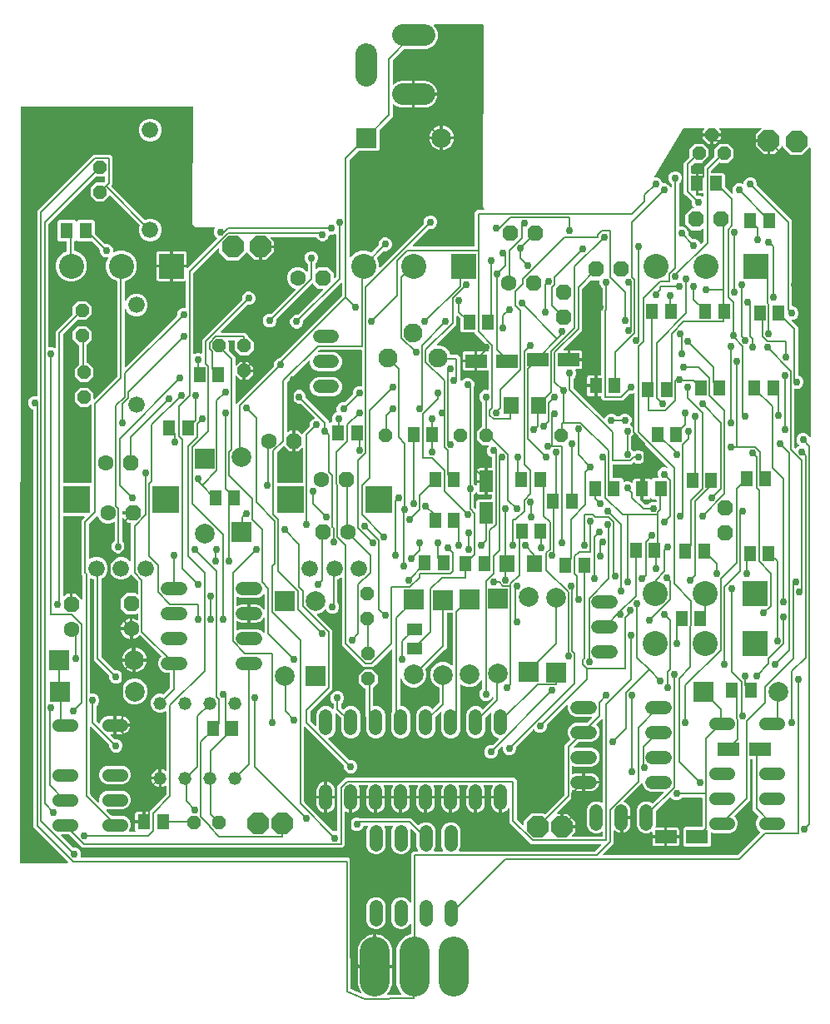
<source format=gbr>
G04 EAGLE Gerber X2 export*
%TF.Part,Single*%
%TF.FileFunction,Copper,L2,Bot,Mixed*%
%TF.FilePolarity,Positive*%
%TF.GenerationSoftware,Autodesk,EAGLE,9.0.0*%
%TF.CreationDate,2019-09-03T03:29:10Z*%
G75*
%MOMM*%
%FSLAX34Y34*%
%LPD*%
%AMOC8*
5,1,8,0,0,1.08239X$1,22.5*%
G01*
%ADD10C,1.676400*%
%ADD11R,2.800000X2.800000*%
%ADD12R,2.540000X2.540000*%
%ADD13C,2.540000*%
%ADD14R,1.300000X1.500000*%
%ADD15C,1.600200*%
%ADD16P,1.732040X8X22.500000*%
%ADD17P,1.732040X8X202.500000*%
%ADD18P,1.732040X8X292.500000*%
%ADD19R,2.200000X1.400000*%
%ADD20P,1.732040X8X112.500000*%
%ADD21R,1.400000X2.200000*%
%ADD22R,1.600000X1.800000*%
%ADD23R,1.500000X1.300000*%
%ADD24C,2.000000*%
%ADD25R,2.000000X2.000000*%
%ADD26C,1.320800*%
%ADD27P,2.336880X8X22.500000*%
%ADD28C,1.320800*%
%ADD29P,1.429621X8X22.500000*%
%ADD30C,2.184400*%
%ADD31C,1.308000*%
%ADD32P,1.429621X8X202.500000*%
%ADD33P,1.429621X8X112.500000*%
%ADD34C,1.930400*%
%ADD35R,1.300000X1.600000*%
%ADD36C,3.009900*%
%ADD37P,2.336880X8X382.300000*%
%ADD38P,2.336880X8X382.400000*%
%ADD39C,0.152400*%
%ADD40C,0.756400*%

G36*
X359501Y125854D02*
X359501Y125854D01*
X359573Y125856D01*
X359622Y125874D01*
X359673Y125882D01*
X359736Y125916D01*
X359804Y125941D01*
X359844Y125973D01*
X359890Y125998D01*
X359940Y126050D01*
X359996Y126094D01*
X360024Y126138D01*
X360060Y126176D01*
X360090Y126241D01*
X360129Y126301D01*
X360141Y126352D01*
X360163Y126399D01*
X360171Y126470D01*
X360189Y126540D01*
X360185Y126592D01*
X360190Y126643D01*
X360175Y126714D01*
X360170Y126785D01*
X360149Y126833D01*
X360138Y126884D01*
X360101Y126945D01*
X360073Y127011D01*
X360029Y127067D01*
X360012Y127095D01*
X359994Y127110D01*
X359969Y127142D01*
X324939Y162172D01*
X324939Y586391D01*
X324920Y586506D01*
X324903Y586622D01*
X324901Y586627D01*
X324900Y586634D01*
X324845Y586736D01*
X324792Y586841D01*
X324787Y586845D01*
X324784Y586851D01*
X324700Y586931D01*
X324616Y587013D01*
X324610Y587017D01*
X324606Y587020D01*
X324589Y587028D01*
X324469Y587094D01*
X322381Y587959D01*
X320459Y589881D01*
X319419Y592391D01*
X319419Y595109D01*
X320459Y597619D01*
X322381Y599541D01*
X324891Y600581D01*
X327609Y600581D01*
X327637Y600569D01*
X327681Y600559D01*
X327723Y600539D01*
X327800Y600531D01*
X327876Y600513D01*
X327922Y600517D01*
X327967Y600512D01*
X328043Y600529D01*
X328121Y600536D01*
X328163Y600555D01*
X328208Y600564D01*
X328275Y600604D01*
X328346Y600636D01*
X328380Y600667D01*
X328419Y600691D01*
X328470Y600750D01*
X328527Y600802D01*
X328549Y600843D01*
X328579Y600878D01*
X328608Y600950D01*
X328645Y601018D01*
X328654Y601063D01*
X328671Y601106D01*
X328686Y601241D01*
X328689Y601260D01*
X328688Y601265D01*
X328689Y601272D01*
X328689Y789078D01*
X385922Y846311D01*
X402828Y846311D01*
X405061Y844078D01*
X405061Y815922D01*
X404052Y814913D01*
X404041Y814897D01*
X404025Y814885D01*
X403969Y814797D01*
X403909Y814714D01*
X403903Y814695D01*
X403892Y814678D01*
X403867Y814577D01*
X403837Y814478D01*
X403837Y814459D01*
X403832Y814439D01*
X403840Y814336D01*
X403843Y814233D01*
X403850Y814214D01*
X403851Y814194D01*
X403892Y814099D01*
X403927Y814002D01*
X403940Y813986D01*
X403948Y813968D01*
X404052Y813837D01*
X437707Y780182D01*
X437802Y780114D01*
X437896Y780044D01*
X437902Y780042D01*
X437907Y780038D01*
X438018Y780004D01*
X438130Y779968D01*
X438136Y779968D01*
X438142Y779966D01*
X438259Y779969D01*
X438376Y779970D01*
X438383Y779972D01*
X438388Y779972D01*
X438406Y779979D01*
X438537Y780017D01*
X441226Y781131D01*
X445774Y781131D01*
X449975Y779390D01*
X453190Y776175D01*
X454931Y771974D01*
X454931Y767426D01*
X453190Y763225D01*
X449975Y760010D01*
X445774Y758269D01*
X441226Y758269D01*
X437025Y760010D01*
X433810Y763225D01*
X432069Y767426D01*
X432069Y771974D01*
X432773Y773673D01*
X432800Y773787D01*
X432828Y773900D01*
X432828Y773906D01*
X432829Y773913D01*
X432818Y774029D01*
X432809Y774145D01*
X432807Y774151D01*
X432806Y774157D01*
X432758Y774265D01*
X432713Y774372D01*
X432708Y774378D01*
X432706Y774382D01*
X432694Y774396D01*
X432608Y774503D01*
X402969Y804142D01*
X402953Y804153D01*
X402941Y804169D01*
X402853Y804225D01*
X402769Y804285D01*
X402750Y804291D01*
X402734Y804302D01*
X402633Y804327D01*
X402534Y804358D01*
X402514Y804357D01*
X402495Y804362D01*
X402392Y804354D01*
X402288Y804351D01*
X402270Y804344D01*
X402250Y804343D01*
X402155Y804302D01*
X402057Y804267D01*
X402042Y804254D01*
X402024Y804246D01*
X401893Y804142D01*
X396298Y798547D01*
X388302Y798547D01*
X382647Y804202D01*
X382647Y812198D01*
X388302Y817853D01*
X395898Y817853D01*
X395988Y817867D01*
X396079Y817875D01*
X396109Y817887D01*
X396141Y817892D01*
X396222Y817935D01*
X396306Y817971D01*
X396338Y817997D01*
X396358Y818008D01*
X396381Y818031D01*
X396436Y818076D01*
X397216Y818856D01*
X397269Y818929D01*
X397329Y818999D01*
X397341Y819029D01*
X397360Y819055D01*
X397387Y819142D01*
X397421Y819227D01*
X397425Y819268D01*
X397432Y819290D01*
X397431Y819323D01*
X397439Y819394D01*
X397439Y823250D01*
X397428Y823321D01*
X397426Y823393D01*
X397408Y823442D01*
X397400Y823493D01*
X397366Y823557D01*
X397341Y823624D01*
X397309Y823665D01*
X397284Y823711D01*
X397233Y823760D01*
X397188Y823816D01*
X397144Y823844D01*
X397106Y823880D01*
X397041Y823910D01*
X396981Y823949D01*
X396930Y823962D01*
X396883Y823984D01*
X396812Y823991D01*
X396742Y824009D01*
X396690Y824005D01*
X396639Y824011D01*
X396568Y823995D01*
X396497Y823990D01*
X396449Y823969D01*
X396398Y823958D01*
X396380Y823947D01*
X388402Y823947D01*
X388312Y823933D01*
X388221Y823925D01*
X388191Y823913D01*
X388159Y823908D01*
X388078Y823865D01*
X387994Y823829D01*
X387962Y823803D01*
X387942Y823792D01*
X387919Y823769D01*
X387864Y823724D01*
X340284Y776144D01*
X340231Y776071D01*
X340171Y776001D01*
X340159Y775971D01*
X340140Y775945D01*
X340113Y775858D01*
X340079Y775773D01*
X340075Y775732D01*
X340068Y775710D01*
X340069Y775677D01*
X340061Y775606D01*
X340061Y651272D01*
X340068Y651227D01*
X340066Y651181D01*
X340088Y651106D01*
X340100Y651030D01*
X340122Y650989D01*
X340135Y650945D01*
X340179Y650881D01*
X340216Y650812D01*
X340249Y650781D01*
X340275Y650743D01*
X340337Y650697D01*
X340394Y650643D01*
X340436Y650624D01*
X340472Y650596D01*
X340546Y650572D01*
X340617Y650539D01*
X340663Y650534D01*
X340706Y650520D01*
X340784Y650521D01*
X340861Y650512D01*
X340906Y650522D01*
X340952Y650522D01*
X341083Y650560D01*
X341102Y650564D01*
X341106Y650567D01*
X341113Y650569D01*
X341141Y650581D01*
X343859Y650581D01*
X346387Y649534D01*
X346431Y649523D01*
X346473Y649504D01*
X346550Y649495D01*
X346626Y649477D01*
X346672Y649482D01*
X346717Y649477D01*
X346794Y649493D01*
X346871Y649501D01*
X346913Y649519D01*
X346958Y649529D01*
X347025Y649569D01*
X347096Y649601D01*
X347130Y649632D01*
X347169Y649655D01*
X347220Y649714D01*
X347277Y649767D01*
X347299Y649807D01*
X347329Y649842D01*
X347358Y649914D01*
X347395Y649982D01*
X347404Y650028D01*
X347421Y650070D01*
X347436Y650206D01*
X347439Y650224D01*
X347438Y650229D01*
X347439Y650237D01*
X347439Y666578D01*
X364424Y683564D01*
X364477Y683637D01*
X364537Y683707D01*
X364549Y683737D01*
X364568Y683763D01*
X364595Y683850D01*
X364629Y683935D01*
X364633Y683976D01*
X364640Y683998D01*
X364639Y684031D01*
X364647Y684102D01*
X364647Y691598D01*
X370302Y697253D01*
X378298Y697253D01*
X383953Y691598D01*
X383953Y683602D01*
X378298Y677947D01*
X370166Y677947D01*
X370147Y677952D01*
X370048Y677982D01*
X370028Y677982D01*
X370008Y677987D01*
X369906Y677979D01*
X369802Y677976D01*
X369783Y677969D01*
X369763Y677968D01*
X369668Y677927D01*
X369571Y677892D01*
X369555Y677879D01*
X369537Y677871D01*
X369406Y677767D01*
X355284Y663644D01*
X355231Y663571D01*
X355171Y663501D01*
X355159Y663471D01*
X355140Y663445D01*
X355113Y663358D01*
X355079Y663273D01*
X355075Y663232D01*
X355068Y663210D01*
X355069Y663177D01*
X355061Y663106D01*
X355061Y513114D01*
X355064Y513094D01*
X355062Y513074D01*
X355084Y512973D01*
X355100Y512871D01*
X355110Y512853D01*
X355114Y512834D01*
X355167Y512745D01*
X355216Y512654D01*
X355230Y512640D01*
X355240Y512623D01*
X355319Y512556D01*
X355394Y512484D01*
X355412Y512476D01*
X355427Y512463D01*
X355523Y512424D01*
X355617Y512381D01*
X355637Y512378D01*
X355655Y512371D01*
X355822Y512353D01*
X382928Y512353D01*
X382948Y512356D01*
X382967Y512354D01*
X383069Y512376D01*
X383171Y512392D01*
X383188Y512402D01*
X383208Y512406D01*
X383297Y512459D01*
X383388Y512507D01*
X383402Y512522D01*
X383419Y512532D01*
X383486Y512611D01*
X383558Y512686D01*
X383566Y512704D01*
X383579Y512719D01*
X383618Y512815D01*
X383661Y512909D01*
X383663Y512929D01*
X383671Y512947D01*
X383689Y513114D01*
X383689Y591100D01*
X383678Y591171D01*
X383676Y591243D01*
X383658Y591292D01*
X383650Y591343D01*
X383616Y591407D01*
X383591Y591474D01*
X383559Y591515D01*
X383534Y591561D01*
X383482Y591610D01*
X383438Y591666D01*
X383394Y591694D01*
X383356Y591730D01*
X383291Y591760D01*
X383231Y591799D01*
X383180Y591812D01*
X383133Y591834D01*
X383062Y591841D01*
X382992Y591859D01*
X382940Y591855D01*
X382889Y591861D01*
X382818Y591845D01*
X382747Y591840D01*
X382699Y591820D01*
X382648Y591808D01*
X382587Y591772D01*
X382521Y591744D01*
X382465Y591699D01*
X382437Y591682D01*
X382422Y591664D01*
X382390Y591639D01*
X380298Y589547D01*
X372302Y589547D01*
X366647Y595202D01*
X366647Y603198D01*
X372302Y608853D01*
X380298Y608853D01*
X385953Y603198D01*
X385953Y598180D01*
X385964Y598109D01*
X385966Y598037D01*
X385984Y597988D01*
X385992Y597937D01*
X386026Y597874D01*
X386051Y597806D01*
X386083Y597766D01*
X386108Y597720D01*
X386160Y597670D01*
X386204Y597614D01*
X386248Y597586D01*
X386286Y597550D01*
X386351Y597520D01*
X386411Y597481D01*
X386462Y597469D01*
X386509Y597447D01*
X386580Y597439D01*
X386650Y597421D01*
X386702Y597425D01*
X386753Y597420D01*
X386824Y597435D01*
X386895Y597440D01*
X386943Y597461D01*
X386994Y597472D01*
X387055Y597509D01*
X387121Y597537D01*
X387177Y597581D01*
X387205Y597598D01*
X387220Y597616D01*
X387252Y597641D01*
X409716Y620106D01*
X409769Y620179D01*
X409829Y620249D01*
X409841Y620279D01*
X409860Y620305D01*
X409887Y620392D01*
X409921Y620477D01*
X409925Y620518D01*
X409932Y620540D01*
X409931Y620573D01*
X409939Y620644D01*
X409939Y717097D01*
X409920Y717212D01*
X409903Y717328D01*
X409901Y717334D01*
X409900Y717340D01*
X409845Y717442D01*
X409792Y717547D01*
X409787Y717552D01*
X409784Y717557D01*
X409700Y717637D01*
X409616Y717719D01*
X409610Y717723D01*
X409606Y717726D01*
X409589Y717734D01*
X409469Y717800D01*
X405254Y719546D01*
X400824Y723976D01*
X398426Y729765D01*
X398426Y736030D01*
X400430Y740867D01*
X400440Y740911D01*
X400459Y740953D01*
X400468Y741030D01*
X400486Y741106D01*
X400481Y741152D01*
X400487Y741197D01*
X400470Y741274D01*
X400463Y741351D01*
X400444Y741393D01*
X400434Y741438D01*
X400394Y741505D01*
X400363Y741576D01*
X400332Y741610D01*
X400308Y741649D01*
X400249Y741700D01*
X400196Y741757D01*
X400156Y741779D01*
X400121Y741809D01*
X400049Y741838D01*
X399981Y741875D01*
X399936Y741884D01*
X399893Y741901D01*
X399757Y741916D01*
X399739Y741919D01*
X399734Y741918D01*
X399726Y741919D01*
X397391Y741919D01*
X394881Y742959D01*
X392959Y744881D01*
X391919Y747391D01*
X391919Y749876D01*
X391905Y749966D01*
X391897Y750057D01*
X391885Y750087D01*
X391880Y750119D01*
X391837Y750200D01*
X391801Y750284D01*
X391775Y750316D01*
X391764Y750336D01*
X391741Y750359D01*
X391696Y750414D01*
X384582Y757528D01*
X384509Y757581D01*
X384439Y757641D01*
X384409Y757653D01*
X384383Y757672D01*
X384296Y757699D01*
X384211Y757733D01*
X384170Y757737D01*
X384148Y757744D01*
X384115Y757743D01*
X384044Y757751D01*
X370037Y757751D01*
X368838Y758950D01*
X368822Y758962D01*
X368810Y758977D01*
X368722Y759033D01*
X368639Y759094D01*
X368620Y759100D01*
X368603Y759110D01*
X368502Y759136D01*
X368403Y759166D01*
X368384Y759166D01*
X368364Y759170D01*
X368261Y759162D01*
X368158Y759160D01*
X368139Y759153D01*
X368119Y759151D01*
X368024Y759111D01*
X367927Y759075D01*
X367911Y759063D01*
X367893Y759055D01*
X367762Y758950D01*
X366534Y757722D01*
X366481Y757648D01*
X366421Y757579D01*
X366409Y757549D01*
X366390Y757522D01*
X366363Y757435D01*
X366329Y757351D01*
X366325Y757310D01*
X366318Y757287D01*
X366319Y757255D01*
X366311Y757184D01*
X366311Y749236D01*
X366330Y749122D01*
X366347Y749005D01*
X366349Y749000D01*
X366350Y748994D01*
X366405Y748891D01*
X366458Y748786D01*
X366463Y748782D01*
X366466Y748776D01*
X366550Y748696D01*
X366634Y748614D01*
X366640Y748610D01*
X366644Y748607D01*
X366661Y748599D01*
X366781Y748533D01*
X372296Y746249D01*
X376726Y741818D01*
X379124Y736030D01*
X379124Y729765D01*
X376726Y723976D01*
X372296Y719546D01*
X366508Y717149D01*
X360242Y717149D01*
X354454Y719546D01*
X350024Y723976D01*
X347626Y729765D01*
X347626Y736030D01*
X350024Y741818D01*
X354454Y746249D01*
X358219Y747808D01*
X358319Y747870D01*
X358419Y747930D01*
X358423Y747935D01*
X358428Y747938D01*
X358503Y748028D01*
X358579Y748117D01*
X358581Y748123D01*
X358585Y748127D01*
X358627Y748236D01*
X358671Y748345D01*
X358672Y748352D01*
X358673Y748357D01*
X358674Y748375D01*
X358689Y748512D01*
X358689Y756990D01*
X358686Y757010D01*
X358688Y757029D01*
X358666Y757131D01*
X358650Y757233D01*
X358640Y757250D01*
X358636Y757270D01*
X358583Y757359D01*
X358534Y757450D01*
X358520Y757464D01*
X358510Y757481D01*
X358431Y757548D01*
X358356Y757620D01*
X358338Y757628D01*
X358323Y757641D01*
X358227Y757680D01*
X358133Y757723D01*
X358113Y757725D01*
X358095Y757733D01*
X357928Y757751D01*
X351037Y757751D01*
X349251Y759537D01*
X349251Y778063D01*
X351037Y779849D01*
X366563Y779849D01*
X367762Y778650D01*
X367778Y778638D01*
X367790Y778623D01*
X367878Y778567D01*
X367961Y778506D01*
X367980Y778500D01*
X367997Y778490D01*
X368098Y778464D01*
X368197Y778434D01*
X368216Y778434D01*
X368236Y778430D01*
X368339Y778438D01*
X368442Y778440D01*
X368461Y778447D01*
X368481Y778449D01*
X368576Y778489D01*
X368673Y778525D01*
X368689Y778537D01*
X368707Y778545D01*
X368838Y778650D01*
X370037Y779849D01*
X385563Y779849D01*
X387349Y778063D01*
X387349Y765856D01*
X387363Y765766D01*
X387371Y765675D01*
X387383Y765645D01*
X387388Y765613D01*
X387431Y765532D01*
X387467Y765448D01*
X387493Y765416D01*
X387504Y765396D01*
X387527Y765373D01*
X387572Y765318D01*
X397086Y755804D01*
X397159Y755751D01*
X397229Y755691D01*
X397259Y755679D01*
X397285Y755660D01*
X397372Y755633D01*
X397457Y755599D01*
X397498Y755595D01*
X397520Y755588D01*
X397553Y755589D01*
X397624Y755581D01*
X400109Y755581D01*
X402619Y754541D01*
X404541Y752619D01*
X405581Y750109D01*
X405581Y747523D01*
X405588Y747478D01*
X405586Y747432D01*
X405608Y747357D01*
X405620Y747280D01*
X405642Y747240D01*
X405655Y747196D01*
X405699Y747132D01*
X405736Y747063D01*
X405769Y747032D01*
X405795Y746994D01*
X405858Y746947D01*
X405914Y746894D01*
X405956Y746874D01*
X405992Y746847D01*
X406066Y746823D01*
X406137Y746790D01*
X406183Y746785D01*
X406226Y746771D01*
X406304Y746772D01*
X406381Y746763D01*
X406426Y746773D01*
X406472Y746773D01*
X406604Y746811D01*
X406622Y746815D01*
X406626Y746818D01*
X406633Y746820D01*
X411042Y748646D01*
X417308Y748646D01*
X423096Y746249D01*
X427526Y741818D01*
X429924Y736030D01*
X429924Y729765D01*
X427526Y723976D01*
X423096Y719546D01*
X418031Y717448D01*
X417931Y717386D01*
X417831Y717327D01*
X417827Y717322D01*
X417822Y717319D01*
X417747Y717229D01*
X417671Y717140D01*
X417669Y717134D01*
X417665Y717129D01*
X417623Y717021D01*
X417579Y716912D01*
X417578Y716904D01*
X417577Y716900D01*
X417576Y716881D01*
X417561Y716745D01*
X417561Y698173D01*
X417576Y698077D01*
X417586Y697980D01*
X417596Y697956D01*
X417600Y697930D01*
X417646Y697844D01*
X417686Y697755D01*
X417703Y697736D01*
X417716Y697713D01*
X417786Y697646D01*
X417852Y697574D01*
X417875Y697562D01*
X417894Y697543D01*
X417982Y697502D01*
X418068Y697456D01*
X418093Y697451D01*
X418117Y697440D01*
X418214Y697429D01*
X418310Y697412D01*
X418336Y697416D01*
X418361Y697413D01*
X418457Y697433D01*
X418553Y697448D01*
X418576Y697459D01*
X418602Y697465D01*
X418685Y697515D01*
X418772Y697559D01*
X418791Y697578D01*
X418813Y697591D01*
X418876Y697665D01*
X418944Y697735D01*
X418960Y697763D01*
X418973Y697778D01*
X418985Y697809D01*
X419025Y697882D01*
X419810Y699775D01*
X423025Y702990D01*
X427226Y704731D01*
X431774Y704731D01*
X435975Y702990D01*
X439190Y699775D01*
X440931Y695574D01*
X440931Y691026D01*
X439190Y686825D01*
X435975Y683610D01*
X431774Y681869D01*
X427226Y681869D01*
X423025Y683610D01*
X419810Y686825D01*
X419025Y688718D01*
X418974Y688801D01*
X418928Y688887D01*
X418910Y688905D01*
X418896Y688927D01*
X418820Y688990D01*
X418750Y689057D01*
X418726Y689068D01*
X418706Y689084D01*
X418615Y689119D01*
X418527Y689160D01*
X418501Y689163D01*
X418477Y689172D01*
X418379Y689177D01*
X418283Y689187D01*
X418257Y689182D01*
X418231Y689183D01*
X418137Y689156D01*
X418042Y689135D01*
X418020Y689122D01*
X417995Y689114D01*
X417915Y689059D01*
X417831Y689009D01*
X417814Y688989D01*
X417793Y688974D01*
X417734Y688896D01*
X417671Y688822D01*
X417661Y688798D01*
X417646Y688777D01*
X417616Y688684D01*
X417579Y688594D01*
X417576Y688561D01*
X417570Y688543D01*
X417570Y688510D01*
X417561Y688427D01*
X417561Y631038D01*
X417564Y631019D01*
X417562Y631002D01*
X417573Y630951D01*
X417574Y630895D01*
X417592Y630846D01*
X417600Y630795D01*
X417611Y630775D01*
X417614Y630761D01*
X417638Y630722D01*
X417659Y630664D01*
X417691Y630624D01*
X417716Y630578D01*
X417735Y630559D01*
X417740Y630550D01*
X417771Y630524D01*
X417812Y630472D01*
X417856Y630444D01*
X417894Y630408D01*
X417921Y630396D01*
X417927Y630390D01*
X417961Y630376D01*
X418019Y630339D01*
X418070Y630327D01*
X418117Y630305D01*
X418148Y630301D01*
X418155Y630298D01*
X418203Y630293D01*
X418258Y630279D01*
X418299Y630282D01*
X418322Y630280D01*
X418325Y630280D01*
X418331Y630281D01*
X418361Y630278D01*
X418432Y630293D01*
X418503Y630298D01*
X418544Y630316D01*
X418568Y630320D01*
X418577Y630324D01*
X418602Y630330D01*
X418663Y630367D01*
X418729Y630395D01*
X418767Y630425D01*
X418785Y630435D01*
X418796Y630446D01*
X418813Y630456D01*
X418828Y630474D01*
X418860Y630499D01*
X470446Y682085D01*
X470499Y682159D01*
X470559Y682229D01*
X470571Y682259D01*
X470590Y682285D01*
X470617Y682372D01*
X470651Y682457D01*
X470655Y682498D01*
X470662Y682520D01*
X470661Y682552D01*
X470669Y682624D01*
X470669Y685109D01*
X471709Y687619D01*
X473631Y689541D01*
X476141Y690581D01*
X478859Y690581D01*
X478887Y690569D01*
X478931Y690559D01*
X478973Y690539D01*
X479050Y690531D01*
X479126Y690513D01*
X479172Y690517D01*
X479217Y690512D01*
X479293Y690529D01*
X479371Y690536D01*
X479413Y690555D01*
X479458Y690564D01*
X479525Y690604D01*
X479596Y690636D01*
X479630Y690667D01*
X479669Y690691D01*
X479720Y690750D01*
X479777Y690802D01*
X479799Y690843D01*
X479829Y690878D01*
X479858Y690950D01*
X479895Y691018D01*
X479904Y691063D01*
X479921Y691106D01*
X479936Y691241D01*
X479939Y691260D01*
X479938Y691265D01*
X479939Y691272D01*
X479939Y717252D01*
X479924Y717347D01*
X479915Y717442D01*
X479904Y717467D01*
X479900Y717495D01*
X479855Y717579D01*
X479817Y717667D01*
X479798Y717688D01*
X479784Y717713D01*
X479715Y717778D01*
X479651Y717849D01*
X479627Y717863D01*
X479606Y717882D01*
X479520Y717922D01*
X479436Y717969D01*
X479409Y717974D01*
X479383Y717986D01*
X479288Y717996D01*
X479195Y718014D01*
X479167Y718010D01*
X479139Y718013D01*
X479045Y717992D01*
X478951Y717979D01*
X478919Y717965D01*
X478898Y717960D01*
X478870Y717944D01*
X478797Y717912D01*
X478656Y717830D01*
X478009Y717657D01*
X466498Y717657D01*
X466498Y731374D01*
X480216Y731374D01*
X480216Y731193D01*
X480227Y731122D01*
X480229Y731050D01*
X480247Y731001D01*
X480255Y730950D01*
X480289Y730887D01*
X480314Y730819D01*
X480346Y730779D01*
X480370Y730733D01*
X480422Y730683D01*
X480467Y730627D01*
X480511Y730599D01*
X480549Y730563D01*
X480614Y730533D01*
X480674Y730494D01*
X480725Y730481D01*
X480772Y730460D01*
X480843Y730452D01*
X480913Y730434D01*
X480965Y730438D01*
X481016Y730432D01*
X481087Y730448D01*
X481158Y730453D01*
X481206Y730474D01*
X481257Y730485D01*
X481318Y730522D01*
X481384Y730550D01*
X481440Y730594D01*
X481468Y730611D01*
X481483Y730629D01*
X481515Y730654D01*
X511343Y760482D01*
X511370Y760519D01*
X511403Y760550D01*
X511441Y760619D01*
X511486Y760682D01*
X511500Y760726D01*
X511522Y760766D01*
X511536Y760843D01*
X511559Y760917D01*
X511558Y760963D01*
X511566Y761008D01*
X511554Y761085D01*
X511552Y761163D01*
X511537Y761206D01*
X511530Y761251D01*
X511495Y761321D01*
X511468Y761394D01*
X511439Y761430D01*
X511418Y761471D01*
X511363Y761525D01*
X511314Y761586D01*
X511276Y761611D01*
X511243Y761643D01*
X511141Y761699D01*
X509209Y763631D01*
X508169Y766141D01*
X508169Y768859D01*
X509100Y771105D01*
X509110Y771149D01*
X509129Y771191D01*
X509138Y771268D01*
X509156Y771344D01*
X509151Y771390D01*
X509157Y771435D01*
X509140Y771512D01*
X509133Y771589D01*
X509114Y771631D01*
X509104Y771676D01*
X509064Y771743D01*
X509033Y771814D01*
X509002Y771848D01*
X508978Y771887D01*
X508919Y771938D01*
X508866Y771995D01*
X508826Y772017D01*
X508791Y772047D01*
X508719Y772076D01*
X508651Y772113D01*
X508606Y772122D01*
X508563Y772139D01*
X508427Y772154D01*
X508409Y772157D01*
X508404Y772156D01*
X508396Y772157D01*
X493286Y772157D01*
X493224Y772147D01*
X493219Y772147D01*
X491979Y772157D01*
X491977Y772157D01*
X491973Y772157D01*
X490813Y772157D01*
X489745Y772610D01*
X489743Y772610D01*
X489740Y772612D01*
X488667Y773056D01*
X487852Y773885D01*
X487850Y773886D01*
X487848Y773889D01*
X487029Y774708D01*
X486593Y775785D01*
X486592Y775787D01*
X486591Y775790D01*
X486148Y776861D01*
X486157Y778022D01*
X486157Y778024D01*
X486157Y778028D01*
X486157Y779244D01*
X486159Y779255D01*
X486166Y779287D01*
X486165Y779305D01*
X486168Y779333D01*
X487103Y894390D01*
X487100Y894413D01*
X487102Y894435D01*
X487081Y894534D01*
X487066Y894633D01*
X487055Y894653D01*
X487050Y894676D01*
X486999Y894762D01*
X486952Y894851D01*
X486936Y894867D01*
X486924Y894887D01*
X486848Y894952D01*
X486775Y895022D01*
X486754Y895032D01*
X486737Y895047D01*
X486644Y895084D01*
X486553Y895127D01*
X486530Y895130D01*
X486509Y895139D01*
X486342Y895157D01*
X312596Y895157D01*
X312576Y895154D01*
X312557Y895156D01*
X312455Y895134D01*
X312353Y895118D01*
X312336Y895108D01*
X312317Y895104D01*
X312227Y895051D01*
X312135Y895002D01*
X312122Y894988D01*
X312105Y894978D01*
X312038Y894899D01*
X311966Y894824D01*
X311958Y894806D01*
X311945Y894792D01*
X311906Y894695D01*
X311862Y894601D01*
X311860Y894582D01*
X311853Y894564D01*
X311834Y894397D01*
X310851Y126605D01*
X310854Y126585D01*
X310852Y126565D01*
X310874Y126464D01*
X310891Y126362D01*
X310900Y126344D01*
X310904Y126324D01*
X310957Y126236D01*
X311005Y126145D01*
X311020Y126131D01*
X311031Y126113D01*
X311109Y126046D01*
X311184Y125975D01*
X311202Y125966D01*
X311218Y125953D01*
X311313Y125915D01*
X311406Y125871D01*
X311427Y125869D01*
X311446Y125861D01*
X311612Y125843D01*
X359430Y125843D01*
X359501Y125854D01*
G37*
G36*
X677063Y731424D02*
X677063Y731424D01*
X677134Y731429D01*
X677182Y731450D01*
X677233Y731461D01*
X677295Y731498D01*
X677360Y731526D01*
X677416Y731571D01*
X677444Y731587D01*
X677459Y731605D01*
X677491Y731631D01*
X721696Y775835D01*
X721749Y775909D01*
X721809Y775979D01*
X721821Y776009D01*
X721840Y776035D01*
X721867Y776122D01*
X721901Y776207D01*
X721905Y776248D01*
X721912Y776270D01*
X721911Y776302D01*
X721919Y776374D01*
X721919Y778859D01*
X722959Y781369D01*
X724881Y783291D01*
X727391Y784331D01*
X730109Y784331D01*
X732619Y783291D01*
X734541Y781369D01*
X735581Y778859D01*
X735581Y776141D01*
X734541Y773631D01*
X732619Y771709D01*
X730109Y770669D01*
X727624Y770669D01*
X727534Y770655D01*
X727443Y770647D01*
X727413Y770635D01*
X727381Y770630D01*
X727300Y770587D01*
X727216Y770551D01*
X727184Y770525D01*
X727164Y770514D01*
X727141Y770491D01*
X727085Y770446D01*
X710499Y753860D01*
X710458Y753802D01*
X710408Y753750D01*
X710386Y753703D01*
X710356Y753661D01*
X710335Y753592D01*
X710305Y753527D01*
X710299Y753475D01*
X710284Y753425D01*
X710285Y753354D01*
X710278Y753283D01*
X710289Y753232D01*
X710290Y753180D01*
X710315Y753112D01*
X710330Y753042D01*
X710356Y752998D01*
X710374Y752949D01*
X710419Y752893D01*
X710456Y752831D01*
X710496Y752797D01*
X710528Y752757D01*
X710588Y752718D01*
X710643Y752671D01*
X710691Y752652D01*
X710735Y752624D01*
X710804Y752606D01*
X710871Y752579D01*
X710942Y752571D01*
X710974Y752563D01*
X710997Y752565D01*
X711038Y752561D01*
X772928Y752561D01*
X772948Y752564D01*
X772967Y752562D01*
X773069Y752584D01*
X773171Y752600D01*
X773188Y752610D01*
X773208Y752614D01*
X773297Y752667D01*
X773388Y752716D01*
X773402Y752730D01*
X773419Y752740D01*
X773486Y752819D01*
X773558Y752894D01*
X773566Y752912D01*
X773579Y752927D01*
X773618Y753023D01*
X773661Y753117D01*
X773663Y753137D01*
X773671Y753155D01*
X773689Y753322D01*
X773689Y787828D01*
X775922Y790061D01*
X782839Y790061D01*
X782909Y790072D01*
X782981Y790074D01*
X783030Y790092D01*
X783081Y790100D01*
X783145Y790134D01*
X783212Y790159D01*
X783253Y790191D01*
X783299Y790216D01*
X783348Y790267D01*
X783404Y790312D01*
X783432Y790356D01*
X783468Y790394D01*
X783498Y790459D01*
X783537Y790519D01*
X783550Y790570D01*
X783572Y790617D01*
X783580Y790688D01*
X783597Y790758D01*
X783593Y790810D01*
X783599Y790861D01*
X783584Y790932D01*
X783578Y791003D01*
X783558Y791051D01*
X783547Y791102D01*
X783510Y791163D01*
X783482Y791229D01*
X783437Y791285D01*
X783420Y791313D01*
X783403Y791328D01*
X783377Y791360D01*
X783044Y791693D01*
X782597Y792776D01*
X782597Y792777D01*
X782156Y793841D01*
X782157Y795014D01*
X782157Y795015D01*
X782157Y796303D01*
X782159Y796317D01*
X782378Y977782D01*
X782375Y977802D01*
X782377Y977822D01*
X782355Y977922D01*
X782338Y978024D01*
X782329Y978042D01*
X782325Y978062D01*
X782272Y978151D01*
X782224Y978242D01*
X782209Y978256D01*
X782198Y978273D01*
X782120Y978340D01*
X782045Y978411D01*
X782027Y978420D01*
X782012Y978433D01*
X781916Y978472D01*
X781823Y978515D01*
X781802Y978518D01*
X781783Y978525D01*
X781617Y978544D01*
X732782Y978544D01*
X732711Y978532D01*
X732639Y978530D01*
X732590Y978512D01*
X732539Y978504D01*
X732476Y978470D01*
X732408Y978446D01*
X732368Y978413D01*
X732322Y978389D01*
X732272Y978337D01*
X732216Y978292D01*
X732188Y978248D01*
X732152Y978210D01*
X732122Y978146D01*
X732083Y978085D01*
X732071Y978035D01*
X732049Y977987D01*
X732041Y977916D01*
X732023Y977847D01*
X732027Y977795D01*
X732022Y977743D01*
X732037Y977673D01*
X732042Y977601D01*
X732063Y977554D01*
X732074Y977503D01*
X732111Y977441D01*
X732139Y977375D01*
X732184Y977319D01*
X732200Y977291D01*
X732218Y977276D01*
X732244Y977244D01*
X733965Y975523D01*
X736092Y970388D01*
X736092Y964830D01*
X733965Y959695D01*
X730035Y955765D01*
X724900Y953638D01*
X701843Y953638D01*
X701753Y953623D01*
X701662Y953616D01*
X701632Y953604D01*
X701600Y953598D01*
X701519Y953556D01*
X701435Y953520D01*
X701403Y953494D01*
X701383Y953483D01*
X701360Y953460D01*
X701304Y953415D01*
X690284Y942394D01*
X690231Y942321D01*
X690171Y942251D01*
X690159Y942221D01*
X690140Y942195D01*
X690113Y942108D01*
X690079Y942023D01*
X690075Y941982D01*
X690068Y941960D01*
X690069Y941927D01*
X690061Y941856D01*
X690061Y918269D01*
X690072Y918199D01*
X690074Y918127D01*
X690092Y918078D01*
X690100Y918027D01*
X690134Y917963D01*
X690159Y917896D01*
X690191Y917855D01*
X690216Y917809D01*
X690268Y917760D01*
X690312Y917704D01*
X690356Y917676D01*
X690394Y917640D01*
X690459Y917610D01*
X690519Y917571D01*
X690570Y917558D01*
X690617Y917536D01*
X690688Y917528D01*
X690758Y917511D01*
X690810Y917515D01*
X690861Y917509D01*
X690932Y917525D01*
X691003Y917530D01*
X691051Y917550D01*
X691102Y917562D01*
X691163Y917598D01*
X691229Y917626D01*
X691285Y917671D01*
X691313Y917688D01*
X691328Y917705D01*
X691360Y917731D01*
X691507Y917878D01*
X693221Y919123D01*
X695109Y920085D01*
X697125Y920740D01*
X699218Y921072D01*
X709676Y921072D01*
X709676Y908371D01*
X709679Y908351D01*
X709677Y908332D01*
X709699Y908230D01*
X709716Y908128D01*
X709725Y908111D01*
X709729Y908091D01*
X709782Y908002D01*
X709831Y907911D01*
X709845Y907897D01*
X709855Y907880D01*
X709934Y907813D01*
X710009Y907742D01*
X710027Y907733D01*
X710042Y907720D01*
X710139Y907681D01*
X710232Y907638D01*
X710252Y907636D01*
X710270Y907628D01*
X710437Y907610D01*
X711200Y907610D01*
X711200Y907608D01*
X710437Y907608D01*
X710418Y907605D01*
X710398Y907607D01*
X710296Y907585D01*
X710194Y907568D01*
X710177Y907559D01*
X710157Y907555D01*
X710068Y907502D01*
X709977Y907453D01*
X709963Y907439D01*
X709946Y907429D01*
X709879Y907350D01*
X709808Y907275D01*
X709799Y907257D01*
X709786Y907242D01*
X709748Y907145D01*
X709704Y907052D01*
X709702Y907032D01*
X709694Y907014D01*
X709676Y906847D01*
X709676Y894146D01*
X699218Y894146D01*
X697125Y894478D01*
X695109Y895133D01*
X693221Y896095D01*
X691507Y897340D01*
X691360Y897487D01*
X691302Y897529D01*
X691250Y897578D01*
X691203Y897600D01*
X691161Y897630D01*
X691092Y897651D01*
X691027Y897682D01*
X690975Y897687D01*
X690926Y897703D01*
X690854Y897701D01*
X690783Y897709D01*
X690732Y897698D01*
X690680Y897696D01*
X690612Y897672D01*
X690542Y897656D01*
X690497Y897630D01*
X690449Y897612D01*
X690393Y897567D01*
X690331Y897530D01*
X690297Y897491D01*
X690257Y897458D01*
X690218Y897398D01*
X690171Y897343D01*
X690152Y897295D01*
X690124Y897251D01*
X690106Y897182D01*
X690079Y897115D01*
X690071Y897044D01*
X690063Y897013D01*
X690065Y896989D01*
X690061Y896948D01*
X690061Y884672D01*
X676772Y871382D01*
X676719Y871309D01*
X676659Y871239D01*
X676647Y871209D01*
X676628Y871183D01*
X676601Y871096D01*
X676592Y871072D01*
X676577Y871040D01*
X676576Y871033D01*
X676567Y871011D01*
X676563Y870970D01*
X676556Y870948D01*
X676557Y870915D01*
X676549Y870844D01*
X676549Y852037D01*
X674763Y850251D01*
X655956Y850251D01*
X655866Y850237D01*
X655775Y850229D01*
X655745Y850217D01*
X655713Y850212D01*
X655632Y850169D01*
X655548Y850133D01*
X655516Y850107D01*
X655496Y850096D01*
X655473Y850073D01*
X655417Y850028D01*
X646534Y841145D01*
X646481Y841071D01*
X646421Y841001D01*
X646409Y840971D01*
X646390Y840945D01*
X646363Y840858D01*
X646329Y840773D01*
X646325Y840732D01*
X646318Y840710D01*
X646319Y840678D01*
X646311Y840606D01*
X646311Y742832D01*
X646322Y742761D01*
X646324Y742689D01*
X646342Y742640D01*
X646350Y742589D01*
X646384Y742525D01*
X646409Y742458D01*
X646441Y742417D01*
X646466Y742371D01*
X646518Y742322D01*
X646562Y742266D01*
X646606Y742238D01*
X646644Y742202D01*
X646709Y742172D01*
X646769Y742133D01*
X646820Y742120D01*
X646867Y742098D01*
X646938Y742090D01*
X647008Y742073D01*
X647060Y742077D01*
X647111Y742071D01*
X647182Y742087D01*
X647253Y742092D01*
X647301Y742112D01*
X647352Y742124D01*
X647413Y742160D01*
X647479Y742188D01*
X647535Y742233D01*
X647563Y742250D01*
X647578Y742268D01*
X647610Y742293D01*
X651522Y746205D01*
X657311Y748603D01*
X663576Y748603D01*
X668153Y746707D01*
X668267Y746680D01*
X668380Y746652D01*
X668386Y746652D01*
X668393Y746651D01*
X668509Y746662D01*
X668625Y746671D01*
X668631Y746673D01*
X668637Y746674D01*
X668745Y746722D01*
X668852Y746767D01*
X668858Y746772D01*
X668862Y746774D01*
X668876Y746786D01*
X668983Y746872D01*
X675446Y753336D01*
X675499Y753409D01*
X675559Y753479D01*
X675571Y753509D01*
X675590Y753535D01*
X675617Y753622D01*
X675651Y753707D01*
X675655Y753748D01*
X675662Y753770D01*
X675661Y753803D01*
X675669Y753874D01*
X675669Y756359D01*
X676709Y758869D01*
X678631Y760791D01*
X681141Y761831D01*
X683859Y761831D01*
X686369Y760791D01*
X688291Y758869D01*
X689331Y756359D01*
X689331Y753641D01*
X688291Y751131D01*
X686369Y749209D01*
X683859Y748169D01*
X681374Y748169D01*
X681284Y748155D01*
X681193Y748147D01*
X681163Y748135D01*
X681131Y748130D01*
X681050Y748087D01*
X680966Y748051D01*
X680934Y748025D01*
X680914Y748014D01*
X680891Y747991D01*
X680836Y747946D01*
X674409Y741520D01*
X674341Y741425D01*
X674271Y741331D01*
X674269Y741325D01*
X674265Y741320D01*
X674231Y741209D01*
X674195Y741097D01*
X674195Y741091D01*
X674193Y741085D01*
X674196Y740968D01*
X674197Y740851D01*
X674199Y740844D01*
X674199Y740839D01*
X674206Y740821D01*
X674244Y740690D01*
X676192Y735987D01*
X676192Y732169D01*
X676203Y732098D01*
X676205Y732026D01*
X676223Y731977D01*
X676232Y731926D01*
X676265Y731863D01*
X676290Y731795D01*
X676322Y731755D01*
X676347Y731709D01*
X676399Y731659D01*
X676443Y731603D01*
X676487Y731575D01*
X676525Y731539D01*
X676590Y731509D01*
X676650Y731470D01*
X676701Y731458D01*
X676748Y731436D01*
X676819Y731428D01*
X676889Y731410D01*
X676941Y731414D01*
X676993Y731409D01*
X677063Y731424D01*
G37*
G36*
X633043Y158029D02*
X633043Y158029D01*
X633121Y158036D01*
X633163Y158055D01*
X633208Y158064D01*
X633275Y158104D01*
X633346Y158136D01*
X633380Y158167D01*
X633419Y158191D01*
X633470Y158250D01*
X633527Y158302D01*
X633549Y158343D01*
X633579Y158378D01*
X633608Y158450D01*
X633645Y158518D01*
X633654Y158563D01*
X633671Y158606D01*
X633686Y158741D01*
X633689Y158760D01*
X633688Y158765D01*
X633689Y158772D01*
X633689Y204078D01*
X642172Y212561D01*
X814078Y212561D01*
X816311Y210328D01*
X816311Y170644D01*
X816325Y170554D01*
X816333Y170463D01*
X816345Y170433D01*
X816350Y170401D01*
X816393Y170320D01*
X816429Y170236D01*
X816455Y170204D01*
X816466Y170184D01*
X816489Y170161D01*
X816534Y170106D01*
X822365Y164274D01*
X822422Y164233D01*
X822473Y164185D01*
X822521Y164162D01*
X822564Y164131D01*
X822632Y164110D01*
X822695Y164080D01*
X822749Y164074D01*
X822800Y164059D01*
X822870Y164060D01*
X822940Y164052D01*
X822992Y164064D01*
X823045Y164065D01*
X823111Y164089D01*
X823180Y164104D01*
X823226Y164131D01*
X823276Y164149D01*
X823331Y164193D01*
X823392Y164229D01*
X823427Y164270D01*
X823468Y164303D01*
X823507Y164362D01*
X823552Y164416D01*
X823573Y164465D01*
X823601Y164510D01*
X823619Y164578D01*
X823645Y164643D01*
X823654Y164717D01*
X823662Y164749D01*
X823660Y164771D01*
X823664Y164810D01*
X823676Y168283D01*
X831814Y176364D01*
X843283Y176324D01*
X844066Y175535D01*
X844083Y175523D01*
X844096Y175506D01*
X844182Y175451D01*
X844265Y175391D01*
X844285Y175385D01*
X844303Y175373D01*
X844402Y175348D01*
X844500Y175318D01*
X844521Y175318D01*
X844542Y175313D01*
X844643Y175321D01*
X844746Y175323D01*
X844766Y175330D01*
X844787Y175332D01*
X844880Y175372D01*
X844977Y175407D01*
X844994Y175420D01*
X845013Y175428D01*
X845144Y175533D01*
X864716Y195106D01*
X864764Y195172D01*
X864770Y195178D01*
X864772Y195182D01*
X864829Y195249D01*
X864841Y195279D01*
X864860Y195305D01*
X864887Y195392D01*
X864921Y195477D01*
X864925Y195518D01*
X864932Y195540D01*
X864931Y195573D01*
X864939Y195644D01*
X864939Y245328D01*
X870740Y251129D01*
X870751Y251145D01*
X870767Y251157D01*
X870823Y251245D01*
X870883Y251329D01*
X870889Y251348D01*
X870900Y251364D01*
X870925Y251465D01*
X870956Y251564D01*
X870955Y251584D01*
X870960Y251603D01*
X870952Y251706D01*
X870949Y251809D01*
X870942Y251828D01*
X870941Y251848D01*
X870900Y251943D01*
X870865Y252041D01*
X870852Y252056D01*
X870844Y252074D01*
X870740Y252205D01*
X869613Y253332D01*
X868143Y256880D01*
X868143Y260720D01*
X869613Y264268D01*
X872328Y266983D01*
X875876Y268453D01*
X887748Y268453D01*
X887838Y268467D01*
X887929Y268475D01*
X887959Y268487D01*
X887991Y268492D01*
X888072Y268535D01*
X888156Y268571D01*
X888188Y268597D01*
X888208Y268608D01*
X888231Y268631D01*
X888286Y268676D01*
X892859Y273248D01*
X892900Y273306D01*
X892950Y273358D01*
X892972Y273405D01*
X893002Y273447D01*
X893023Y273516D01*
X893053Y273581D01*
X893059Y273633D01*
X893074Y273683D01*
X893073Y273754D01*
X893080Y273825D01*
X893069Y273876D01*
X893068Y273928D01*
X893043Y273996D01*
X893028Y274066D01*
X893002Y274111D01*
X892984Y274159D01*
X892939Y274215D01*
X892902Y274277D01*
X892862Y274311D01*
X892830Y274351D01*
X892770Y274390D01*
X892715Y274437D01*
X892667Y274456D01*
X892623Y274484D01*
X892554Y274502D01*
X892487Y274529D01*
X892416Y274537D01*
X892384Y274545D01*
X892361Y274543D01*
X892320Y274547D01*
X875876Y274547D01*
X872328Y276017D01*
X869613Y278732D01*
X868143Y282280D01*
X868143Y285916D01*
X868132Y285987D01*
X868130Y286059D01*
X868112Y286108D01*
X868104Y286159D01*
X868070Y286222D01*
X868045Y286290D01*
X868013Y286330D01*
X867988Y286376D01*
X867937Y286426D01*
X867892Y286482D01*
X867848Y286510D01*
X867810Y286546D01*
X867745Y286576D01*
X867685Y286615D01*
X867634Y286627D01*
X867587Y286649D01*
X867516Y286657D01*
X867446Y286675D01*
X867394Y286671D01*
X867343Y286676D01*
X867272Y286661D01*
X867201Y286656D01*
X867153Y286635D01*
X867102Y286624D01*
X867041Y286587D01*
X866975Y286559D01*
X866919Y286515D01*
X866891Y286498D01*
X866876Y286480D01*
X866844Y286455D01*
X847054Y266665D01*
X847001Y266591D01*
X846941Y266521D01*
X846929Y266491D01*
X846910Y266465D01*
X846883Y266378D01*
X846849Y266293D01*
X846845Y266252D01*
X846838Y266230D01*
X846839Y266198D01*
X846831Y266126D01*
X846831Y263641D01*
X845791Y261131D01*
X843869Y259209D01*
X841359Y258169D01*
X838641Y258169D01*
X836131Y259209D01*
X834196Y261144D01*
X834184Y261178D01*
X834135Y261239D01*
X834094Y261305D01*
X834059Y261334D01*
X834030Y261370D01*
X833965Y261412D01*
X833905Y261462D01*
X833862Y261478D01*
X833823Y261503D01*
X833748Y261522D01*
X833675Y261550D01*
X833629Y261552D01*
X833585Y261563D01*
X833507Y261557D01*
X833429Y261560D01*
X833385Y261548D01*
X833339Y261544D01*
X833268Y261514D01*
X833193Y261492D01*
X833155Y261466D01*
X833113Y261448D01*
X833006Y261362D01*
X832991Y261352D01*
X832988Y261348D01*
X832982Y261343D01*
X815804Y244165D01*
X815751Y244091D01*
X815691Y244021D01*
X815679Y243991D01*
X815660Y243965D01*
X815633Y243878D01*
X815599Y243793D01*
X815595Y243752D01*
X815588Y243730D01*
X815589Y243698D01*
X815581Y243626D01*
X815581Y241141D01*
X814541Y238631D01*
X812619Y236709D01*
X810109Y235669D01*
X807391Y235669D01*
X804881Y236709D01*
X802959Y238631D01*
X801919Y241141D01*
X801919Y243442D01*
X801908Y243513D01*
X801906Y243585D01*
X801888Y243634D01*
X801880Y243685D01*
X801846Y243748D01*
X801821Y243816D01*
X801789Y243856D01*
X801764Y243902D01*
X801713Y243952D01*
X801668Y244008D01*
X801624Y244036D01*
X801586Y244072D01*
X801521Y244102D01*
X801461Y244141D01*
X801410Y244153D01*
X801363Y244175D01*
X801292Y244183D01*
X801222Y244201D01*
X801170Y244197D01*
X801119Y244202D01*
X801048Y244187D01*
X800977Y244182D01*
X800929Y244161D01*
X800878Y244150D01*
X800817Y244113D01*
X800751Y244085D01*
X800695Y244041D01*
X800667Y244024D01*
X800652Y244006D01*
X800620Y243981D01*
X797054Y240415D01*
X797001Y240341D01*
X796941Y240271D01*
X796929Y240241D01*
X796910Y240215D01*
X796883Y240128D01*
X796849Y240043D01*
X796845Y240002D01*
X796838Y239980D01*
X796839Y239948D01*
X796831Y239876D01*
X796831Y237391D01*
X795791Y234881D01*
X793869Y232959D01*
X791359Y231919D01*
X788641Y231919D01*
X786131Y232959D01*
X784209Y234881D01*
X783169Y237391D01*
X783169Y240109D01*
X784209Y242619D01*
X786131Y244541D01*
X788641Y245581D01*
X791126Y245581D01*
X791216Y245595D01*
X791307Y245603D01*
X791337Y245615D01*
X791369Y245620D01*
X791450Y245663D01*
X791534Y245699D01*
X791566Y245725D01*
X791586Y245736D01*
X791609Y245759D01*
X791665Y245804D01*
X797516Y251655D01*
X797542Y251692D01*
X797576Y251723D01*
X797614Y251792D01*
X797659Y251855D01*
X797673Y251898D01*
X797695Y251939D01*
X797709Y252015D01*
X797732Y252090D01*
X797730Y252136D01*
X797739Y252181D01*
X797727Y252258D01*
X797725Y252336D01*
X797709Y252379D01*
X797703Y252424D01*
X797668Y252493D01*
X797641Y252567D01*
X797612Y252602D01*
X797591Y252643D01*
X797536Y252698D01*
X797487Y252759D01*
X797448Y252783D01*
X797416Y252816D01*
X797296Y252882D01*
X797280Y252892D01*
X797275Y252893D01*
X797269Y252896D01*
X794332Y254113D01*
X791617Y256828D01*
X790147Y260376D01*
X790147Y277424D01*
X790333Y277873D01*
X790355Y277967D01*
X790384Y278061D01*
X790383Y278087D01*
X790389Y278112D01*
X790380Y278209D01*
X790378Y278307D01*
X790369Y278331D01*
X790366Y278357D01*
X790327Y278446D01*
X790293Y278538D01*
X790277Y278558D01*
X790266Y278582D01*
X790200Y278654D01*
X790139Y278730D01*
X790118Y278744D01*
X790100Y278763D01*
X790014Y278810D01*
X789933Y278863D01*
X789907Y278869D01*
X789884Y278882D01*
X789788Y278899D01*
X789694Y278923D01*
X789668Y278921D01*
X789642Y278925D01*
X789546Y278911D01*
X789449Y278903D01*
X789425Y278893D01*
X789399Y278889D01*
X789312Y278845D01*
X789223Y278807D01*
X789197Y278787D01*
X789180Y278778D01*
X789156Y278754D01*
X789092Y278702D01*
X784276Y273886D01*
X784223Y273812D01*
X784163Y273743D01*
X784151Y273713D01*
X784132Y273687D01*
X784105Y273600D01*
X784071Y273515D01*
X784067Y273474D01*
X784060Y273452D01*
X784061Y273419D01*
X784053Y273348D01*
X784053Y260376D01*
X782583Y256828D01*
X779868Y254113D01*
X776320Y252643D01*
X772480Y252643D01*
X768932Y254113D01*
X766217Y256828D01*
X764747Y260376D01*
X764747Y277424D01*
X766217Y280972D01*
X768932Y283687D01*
X772480Y285157D01*
X776320Y285157D01*
X779868Y283687D01*
X781045Y282510D01*
X781061Y282499D01*
X781073Y282483D01*
X781161Y282427D01*
X781244Y282367D01*
X781263Y282361D01*
X781280Y282350D01*
X781381Y282325D01*
X781479Y282294D01*
X781499Y282295D01*
X781519Y282290D01*
X781622Y282298D01*
X781725Y282301D01*
X781744Y282308D01*
X781764Y282309D01*
X781859Y282350D01*
X781956Y282385D01*
X781972Y282398D01*
X781990Y282406D01*
X782121Y282510D01*
X792216Y292606D01*
X792269Y292679D01*
X792329Y292749D01*
X792341Y292779D01*
X792360Y292805D01*
X792387Y292892D01*
X792421Y292977D01*
X792425Y293018D01*
X792432Y293040D01*
X792431Y293073D01*
X792439Y293144D01*
X792439Y293783D01*
X792424Y293879D01*
X792414Y293976D01*
X792404Y294000D01*
X792400Y294026D01*
X792354Y294112D01*
X792314Y294201D01*
X792297Y294221D01*
X792284Y294244D01*
X792214Y294311D01*
X792148Y294382D01*
X792125Y294395D01*
X792106Y294413D01*
X792018Y294454D01*
X791932Y294501D01*
X791907Y294506D01*
X791883Y294517D01*
X791786Y294527D01*
X791690Y294545D01*
X791664Y294541D01*
X791639Y294544D01*
X791544Y294523D01*
X791447Y294509D01*
X791424Y294497D01*
X791398Y294491D01*
X791315Y294441D01*
X791228Y294397D01*
X791209Y294379D01*
X791187Y294365D01*
X791124Y294291D01*
X791056Y294222D01*
X791040Y294193D01*
X791027Y294178D01*
X791015Y294147D01*
X790975Y294075D01*
X790791Y293631D01*
X788869Y291709D01*
X786359Y290669D01*
X783641Y290669D01*
X781131Y291709D01*
X779209Y293631D01*
X778169Y296141D01*
X778169Y298859D01*
X779209Y301369D01*
X780966Y303126D01*
X781019Y303200D01*
X781079Y303270D01*
X781091Y303300D01*
X781110Y303326D01*
X781137Y303413D01*
X781171Y303498D01*
X781175Y303539D01*
X781182Y303561D01*
X781181Y303593D01*
X781189Y303665D01*
X781189Y311092D01*
X781174Y311188D01*
X781164Y311286D01*
X781154Y311309D01*
X781150Y311335D01*
X781104Y311421D01*
X781064Y311510D01*
X781047Y311530D01*
X781034Y311553D01*
X780964Y311620D01*
X780898Y311691D01*
X780875Y311704D01*
X780856Y311722D01*
X780768Y311763D01*
X780682Y311810D01*
X780657Y311815D01*
X780633Y311826D01*
X780536Y311836D01*
X780440Y311854D01*
X780414Y311850D01*
X780389Y311853D01*
X780294Y311832D01*
X780197Y311818D01*
X780174Y311806D01*
X780148Y311800D01*
X780064Y311750D01*
X779978Y311706D01*
X779960Y311688D01*
X779937Y311674D01*
X779874Y311600D01*
X779806Y311531D01*
X779790Y311502D01*
X779777Y311487D01*
X779765Y311457D01*
X779725Y311384D01*
X779362Y310508D01*
X775692Y306838D01*
X770896Y304851D01*
X765704Y304851D01*
X760908Y306838D01*
X760110Y307636D01*
X760052Y307678D01*
X760000Y307727D01*
X759953Y307749D01*
X759911Y307780D01*
X759842Y307801D01*
X759777Y307831D01*
X759725Y307837D01*
X759675Y307852D01*
X759604Y307850D01*
X759533Y307858D01*
X759482Y307847D01*
X759430Y307846D01*
X759362Y307821D01*
X759292Y307806D01*
X759247Y307779D01*
X759199Y307761D01*
X759143Y307716D01*
X759081Y307680D01*
X759047Y307640D01*
X759007Y307607D01*
X758968Y307547D01*
X758921Y307493D01*
X758902Y307444D01*
X758874Y307401D01*
X758856Y307331D01*
X758829Y307264D01*
X758821Y307193D01*
X758813Y307162D01*
X758815Y307139D01*
X758811Y307098D01*
X758811Y273399D01*
X758763Y273343D01*
X758751Y273313D01*
X758732Y273287D01*
X758705Y273200D01*
X758671Y273115D01*
X758667Y273074D01*
X758660Y273052D01*
X758661Y273020D01*
X758653Y272948D01*
X758653Y260376D01*
X757183Y256828D01*
X754468Y254113D01*
X750920Y252643D01*
X747080Y252643D01*
X743532Y254113D01*
X740817Y256828D01*
X739347Y260376D01*
X739347Y277424D01*
X739851Y278641D01*
X739874Y278736D01*
X739902Y278829D01*
X739902Y278855D01*
X739908Y278880D01*
X739898Y278977D01*
X739896Y279075D01*
X739887Y279099D01*
X739884Y279125D01*
X739845Y279214D01*
X739811Y279306D01*
X739795Y279326D01*
X739784Y279350D01*
X739719Y279422D01*
X739658Y279498D01*
X739636Y279512D01*
X739618Y279531D01*
X739533Y279578D01*
X739451Y279631D01*
X739425Y279637D01*
X739403Y279650D01*
X739307Y279667D01*
X739212Y279691D01*
X739186Y279689D01*
X739160Y279693D01*
X739064Y279679D01*
X738967Y279672D01*
X738943Y279661D01*
X738917Y279658D01*
X738830Y279613D01*
X738741Y279575D01*
X738715Y279555D01*
X738698Y279546D01*
X738675Y279523D01*
X738610Y279471D01*
X733476Y274337D01*
X733423Y274263D01*
X733363Y274193D01*
X733351Y274163D01*
X733332Y274137D01*
X733305Y274050D01*
X733271Y273965D01*
X733267Y273924D01*
X733260Y273902D01*
X733261Y273870D01*
X733253Y273798D01*
X733253Y260376D01*
X731783Y256828D01*
X729068Y254113D01*
X725520Y252643D01*
X721680Y252643D01*
X718132Y254113D01*
X715417Y256828D01*
X713947Y260376D01*
X713947Y277424D01*
X715417Y280972D01*
X718132Y283687D01*
X721680Y285157D01*
X725520Y285157D01*
X729068Y283687D01*
X730020Y282735D01*
X730036Y282724D01*
X730048Y282708D01*
X730136Y282652D01*
X730219Y282592D01*
X730238Y282586D01*
X730255Y282575D01*
X730356Y282550D01*
X730454Y282519D01*
X730474Y282520D01*
X730494Y282515D01*
X730597Y282523D01*
X730700Y282526D01*
X730719Y282533D01*
X730739Y282534D01*
X730834Y282575D01*
X730931Y282610D01*
X730947Y282623D01*
X730965Y282631D01*
X731096Y282735D01*
X737216Y288856D01*
X737269Y288929D01*
X737329Y288999D01*
X737341Y289029D01*
X737360Y289055D01*
X737387Y289142D01*
X737421Y289227D01*
X737425Y289268D01*
X737432Y289290D01*
X737431Y289323D01*
X737439Y289394D01*
X737439Y304067D01*
X737421Y304181D01*
X737403Y304298D01*
X737401Y304303D01*
X737400Y304309D01*
X737345Y304412D01*
X737292Y304517D01*
X737287Y304521D01*
X737284Y304527D01*
X737200Y304607D01*
X737116Y304689D01*
X737110Y304693D01*
X737106Y304696D01*
X737089Y304704D01*
X736969Y304770D01*
X733908Y306038D01*
X730238Y309708D01*
X728251Y314504D01*
X728251Y319696D01*
X730238Y324492D01*
X733908Y328162D01*
X738704Y330149D01*
X743896Y330149D01*
X748692Y328162D01*
X749890Y326964D01*
X749948Y326922D01*
X750000Y326873D01*
X750047Y326851D01*
X750089Y326820D01*
X750158Y326799D01*
X750223Y326769D01*
X750275Y326763D01*
X750325Y326748D01*
X750396Y326750D01*
X750467Y326742D01*
X750518Y326753D01*
X750570Y326754D01*
X750638Y326779D01*
X750708Y326794D01*
X750753Y326821D01*
X750801Y326839D01*
X750857Y326884D01*
X750919Y326920D01*
X750953Y326960D01*
X750993Y326993D01*
X751032Y327053D01*
X751079Y327107D01*
X751098Y327156D01*
X751126Y327199D01*
X751144Y327269D01*
X751171Y327336D01*
X751179Y327407D01*
X751187Y327438D01*
X751185Y327461D01*
X751189Y327502D01*
X751189Y379490D01*
X751186Y379510D01*
X751188Y379529D01*
X751166Y379631D01*
X751150Y379733D01*
X751140Y379750D01*
X751136Y379770D01*
X751083Y379859D01*
X751034Y379950D01*
X751020Y379964D01*
X751010Y379981D01*
X750931Y380048D01*
X750856Y380120D01*
X750838Y380128D01*
X750823Y380141D01*
X750727Y380180D01*
X750633Y380223D01*
X750613Y380225D01*
X750595Y380233D01*
X750428Y380251D01*
X745822Y380251D01*
X745802Y380248D01*
X745783Y380250D01*
X745681Y380228D01*
X745579Y380212D01*
X745562Y380202D01*
X745542Y380198D01*
X745453Y380145D01*
X745362Y380096D01*
X745348Y380082D01*
X745331Y380072D01*
X745264Y379993D01*
X745192Y379918D01*
X745184Y379900D01*
X745171Y379885D01*
X745132Y379789D01*
X745089Y379695D01*
X745087Y379675D01*
X745079Y379657D01*
X745061Y379490D01*
X745061Y344672D01*
X742606Y342216D01*
X723577Y323187D01*
X723509Y323094D01*
X723439Y322999D01*
X723437Y322993D01*
X723433Y322988D01*
X723399Y322877D01*
X723363Y322765D01*
X723363Y322759D01*
X723361Y322753D01*
X723364Y322636D01*
X723365Y322519D01*
X723367Y322512D01*
X723367Y322507D01*
X723374Y322489D01*
X723412Y322358D01*
X724349Y320096D01*
X724349Y314904D01*
X722362Y310108D01*
X718692Y306438D01*
X713896Y304451D01*
X708704Y304451D01*
X703908Y306438D01*
X700238Y310108D01*
X699025Y313036D01*
X698974Y313119D01*
X698928Y313205D01*
X698910Y313223D01*
X698896Y313245D01*
X698820Y313307D01*
X698750Y313374D01*
X698726Y313385D01*
X698706Y313402D01*
X698615Y313437D01*
X698527Y313478D01*
X698501Y313481D01*
X698477Y313490D01*
X698379Y313494D01*
X698283Y313505D01*
X698257Y313499D01*
X698231Y313500D01*
X698137Y313473D01*
X698042Y313452D01*
X698020Y313439D01*
X697995Y313432D01*
X697915Y313376D01*
X697831Y313326D01*
X697814Y313306D01*
X697793Y313292D01*
X697734Y313213D01*
X697671Y313139D01*
X697661Y313115D01*
X697646Y313094D01*
X697616Y313002D01*
X697579Y312911D01*
X697576Y312879D01*
X697570Y312860D01*
X697570Y312827D01*
X697561Y312745D01*
X697561Y285918D01*
X697564Y285898D01*
X697562Y285879D01*
X697584Y285777D01*
X697600Y285675D01*
X697610Y285658D01*
X697614Y285638D01*
X697667Y285549D01*
X697716Y285458D01*
X697730Y285444D01*
X697740Y285427D01*
X697819Y285360D01*
X697894Y285288D01*
X697912Y285280D01*
X697927Y285267D01*
X698023Y285228D01*
X698117Y285185D01*
X698137Y285183D01*
X698155Y285175D01*
X698322Y285157D01*
X700120Y285157D01*
X703668Y283687D01*
X706383Y280972D01*
X707853Y277424D01*
X707853Y260376D01*
X706383Y256828D01*
X703668Y254113D01*
X700120Y252643D01*
X696280Y252643D01*
X692732Y254113D01*
X690017Y256828D01*
X688547Y260376D01*
X688547Y277424D01*
X689881Y280645D01*
X689896Y280708D01*
X689921Y280769D01*
X689930Y280852D01*
X689937Y280884D01*
X689936Y280904D01*
X689939Y280936D01*
X689939Y342712D01*
X689928Y342783D01*
X689926Y342855D01*
X689908Y342904D01*
X689900Y342955D01*
X689866Y343018D01*
X689841Y343086D01*
X689809Y343126D01*
X689784Y343172D01*
X689732Y343222D01*
X689688Y343278D01*
X689644Y343306D01*
X689606Y343342D01*
X689541Y343372D01*
X689481Y343411D01*
X689430Y343423D01*
X689383Y343445D01*
X689312Y343453D01*
X689242Y343471D01*
X689190Y343467D01*
X689139Y343472D01*
X689068Y343457D01*
X688997Y343452D01*
X688949Y343431D01*
X688898Y343420D01*
X688837Y343383D01*
X688771Y343355D01*
X688715Y343311D01*
X688687Y343294D01*
X688672Y343276D01*
X688640Y343251D01*
X672784Y327394D01*
X670328Y324939D01*
X660922Y324939D01*
X638689Y347172D01*
X638689Y415123D01*
X638678Y415194D01*
X638676Y415266D01*
X638658Y415315D01*
X638650Y415366D01*
X638616Y415430D01*
X638591Y415497D01*
X638559Y415538D01*
X638534Y415584D01*
X638482Y415633D01*
X638438Y415689D01*
X638394Y415717D01*
X638356Y415753D01*
X638291Y415783D01*
X638231Y415822D01*
X638180Y415835D01*
X638133Y415857D01*
X638062Y415864D01*
X637992Y415882D01*
X637940Y415878D01*
X637889Y415884D01*
X637818Y415868D01*
X637747Y415863D01*
X637699Y415842D01*
X637648Y415831D01*
X637587Y415795D01*
X637521Y415766D01*
X637465Y415722D01*
X637437Y415705D01*
X637422Y415687D01*
X637390Y415662D01*
X637325Y415597D01*
X634281Y414336D01*
X634181Y414274D01*
X634081Y414214D01*
X634077Y414210D01*
X634072Y414206D01*
X633997Y414117D01*
X633921Y414028D01*
X633919Y414022D01*
X633915Y414017D01*
X633873Y413909D01*
X633829Y413799D01*
X633828Y413792D01*
X633827Y413787D01*
X633826Y413769D01*
X633811Y413633D01*
X633811Y391165D01*
X633825Y391075D01*
X633833Y390984D01*
X633845Y390954D01*
X633850Y390922D01*
X633893Y390841D01*
X633929Y390757D01*
X633955Y390725D01*
X633966Y390705D01*
X633989Y390682D01*
X634034Y390626D01*
X634541Y390119D01*
X635581Y387609D01*
X635581Y384891D01*
X634541Y382381D01*
X632619Y380459D01*
X630109Y379419D01*
X627391Y379419D01*
X624881Y380459D01*
X622959Y382381D01*
X622597Y383255D01*
X622573Y383294D01*
X622557Y383337D01*
X622509Y383398D01*
X622467Y383464D01*
X622432Y383493D01*
X622403Y383529D01*
X622338Y383571D01*
X622278Y383621D01*
X622235Y383637D01*
X622197Y383662D01*
X622121Y383681D01*
X622048Y383709D01*
X622003Y383711D01*
X621958Y383722D01*
X621880Y383716D01*
X621803Y383719D01*
X621758Y383707D01*
X621713Y383703D01*
X621641Y383672D01*
X621566Y383651D01*
X621529Y383625D01*
X621486Y383607D01*
X621380Y383521D01*
X621364Y383511D01*
X621361Y383506D01*
X621356Y383502D01*
X619092Y381238D01*
X614296Y379251D01*
X614226Y379251D01*
X614155Y379240D01*
X614083Y379238D01*
X614034Y379220D01*
X613983Y379212D01*
X613920Y379178D01*
X613852Y379153D01*
X613812Y379121D01*
X613766Y379096D01*
X613716Y379044D01*
X613660Y379000D01*
X613632Y378956D01*
X613596Y378918D01*
X613566Y378853D01*
X613527Y378793D01*
X613515Y378742D01*
X613493Y378695D01*
X613485Y378624D01*
X613467Y378554D01*
X613471Y378502D01*
X613466Y378451D01*
X613481Y378380D01*
X613486Y378309D01*
X613507Y378261D01*
X613518Y378210D01*
X613555Y378149D01*
X613583Y378083D01*
X613627Y378027D01*
X613644Y377999D01*
X613662Y377984D01*
X613687Y377952D01*
X626356Y365284D01*
X628811Y362828D01*
X628811Y302172D01*
X606534Y279894D01*
X606481Y279821D01*
X606421Y279751D01*
X606409Y279721D01*
X606390Y279695D01*
X606363Y279608D01*
X606344Y279560D01*
X606339Y279549D01*
X606339Y279546D01*
X606329Y279523D01*
X606325Y279482D01*
X606318Y279460D01*
X606319Y279427D01*
X606311Y279356D01*
X606311Y270644D01*
X606325Y270554D01*
X606333Y270463D01*
X606345Y270433D01*
X606350Y270401D01*
X606393Y270320D01*
X606429Y270236D01*
X606455Y270204D01*
X606466Y270184D01*
X606489Y270161D01*
X606534Y270106D01*
X611048Y265591D01*
X611106Y265550D01*
X611158Y265500D01*
X611205Y265478D01*
X611247Y265448D01*
X611316Y265427D01*
X611381Y265397D01*
X611433Y265391D01*
X611483Y265376D01*
X611554Y265377D01*
X611625Y265370D01*
X611676Y265381D01*
X611728Y265382D01*
X611796Y265407D01*
X611866Y265422D01*
X611911Y265448D01*
X611959Y265466D01*
X612015Y265511D01*
X612077Y265548D01*
X612111Y265588D01*
X612151Y265620D01*
X612190Y265680D01*
X612237Y265735D01*
X612256Y265783D01*
X612284Y265827D01*
X612302Y265896D01*
X612329Y265963D01*
X612337Y266034D01*
X612345Y266066D01*
X612343Y266089D01*
X612347Y266130D01*
X612347Y277424D01*
X613817Y280972D01*
X616532Y283687D01*
X620080Y285157D01*
X623920Y285157D01*
X627468Y283687D01*
X628640Y282515D01*
X628698Y282473D01*
X628750Y282424D01*
X628797Y282402D01*
X628839Y282372D01*
X628908Y282351D01*
X628973Y282320D01*
X629025Y282315D01*
X629075Y282299D01*
X629146Y282301D01*
X629217Y282293D01*
X629268Y282304D01*
X629320Y282306D01*
X629388Y282330D01*
X629458Y282346D01*
X629503Y282372D01*
X629551Y282390D01*
X629607Y282435D01*
X629669Y282472D01*
X629703Y282511D01*
X629743Y282544D01*
X629782Y282604D01*
X629829Y282659D01*
X629848Y282707D01*
X629876Y282751D01*
X629894Y282820D01*
X629921Y282887D01*
X629929Y282958D01*
X629937Y282989D01*
X629935Y283013D01*
X629939Y283054D01*
X629939Y287585D01*
X629925Y287675D01*
X629917Y287766D01*
X629905Y287796D01*
X629900Y287828D01*
X629857Y287909D01*
X629821Y287993D01*
X629795Y288025D01*
X629784Y288045D01*
X629761Y288068D01*
X629716Y288124D01*
X627959Y289881D01*
X626919Y292391D01*
X626919Y295109D01*
X627959Y297619D01*
X629881Y299541D01*
X632391Y300581D01*
X635109Y300581D01*
X637619Y299541D01*
X639541Y297619D01*
X640581Y295109D01*
X640581Y292391D01*
X639541Y289881D01*
X637784Y288124D01*
X637731Y288050D01*
X637671Y287980D01*
X637659Y287950D01*
X637640Y287924D01*
X637613Y287837D01*
X637579Y287752D01*
X637575Y287711D01*
X637568Y287689D01*
X637569Y287657D01*
X637561Y287585D01*
X637561Y284394D01*
X637575Y284304D01*
X637583Y284213D01*
X637595Y284183D01*
X637600Y284151D01*
X637643Y284070D01*
X637679Y283986D01*
X637705Y283954D01*
X637716Y283934D01*
X637739Y283911D01*
X637784Y283856D01*
X639404Y282235D01*
X639420Y282224D01*
X639432Y282208D01*
X639520Y282152D01*
X639604Y282092D01*
X639623Y282086D01*
X639639Y282075D01*
X639740Y282050D01*
X639839Y282019D01*
X639859Y282020D01*
X639878Y282015D01*
X639981Y282023D01*
X640085Y282026D01*
X640103Y282033D01*
X640123Y282034D01*
X640218Y282075D01*
X640316Y282110D01*
X640331Y282123D01*
X640349Y282131D01*
X640480Y282235D01*
X641932Y283687D01*
X645480Y285157D01*
X649320Y285157D01*
X652868Y283687D01*
X655583Y280972D01*
X657053Y277424D01*
X657053Y260376D01*
X655583Y256828D01*
X652868Y254113D01*
X649320Y252643D01*
X645480Y252643D01*
X641932Y254113D01*
X639217Y256828D01*
X637747Y260376D01*
X637747Y272798D01*
X637733Y272888D01*
X637725Y272979D01*
X637713Y273009D01*
X637708Y273041D01*
X637665Y273122D01*
X637629Y273206D01*
X637603Y273238D01*
X637592Y273258D01*
X637569Y273281D01*
X637524Y273336D01*
X632952Y277909D01*
X632894Y277950D01*
X632842Y278000D01*
X632795Y278022D01*
X632753Y278052D01*
X632684Y278073D01*
X632619Y278103D01*
X632567Y278109D01*
X632517Y278124D01*
X632446Y278123D01*
X632375Y278130D01*
X632324Y278119D01*
X632272Y278118D01*
X632204Y278093D01*
X632134Y278078D01*
X632089Y278052D01*
X632041Y278034D01*
X631985Y277989D01*
X631923Y277952D01*
X631889Y277912D01*
X631849Y277880D01*
X631810Y277820D01*
X631763Y277765D01*
X631744Y277717D01*
X631716Y277673D01*
X631698Y277604D01*
X631671Y277537D01*
X631663Y277466D01*
X631655Y277434D01*
X631657Y277411D01*
X631653Y277370D01*
X631653Y260376D01*
X630183Y256828D01*
X627468Y254113D01*
X625026Y253101D01*
X624987Y253077D01*
X624944Y253062D01*
X624883Y253013D01*
X624817Y252972D01*
X624788Y252936D01*
X624752Y252908D01*
X624710Y252842D01*
X624660Y252782D01*
X624644Y252740D01*
X624619Y252701D01*
X624600Y252625D01*
X624572Y252553D01*
X624570Y252507D01*
X624559Y252462D01*
X624565Y252385D01*
X624562Y252307D01*
X624575Y252263D01*
X624578Y252217D01*
X624609Y252146D01*
X624630Y252071D01*
X624657Y252033D01*
X624674Y251991D01*
X624760Y251884D01*
X624771Y251869D01*
X624775Y251866D01*
X624779Y251860D01*
X645836Y230804D01*
X645909Y230751D01*
X645979Y230691D01*
X646009Y230679D01*
X646035Y230660D01*
X646122Y230633D01*
X646207Y230599D01*
X646248Y230595D01*
X646270Y230588D01*
X646303Y230589D01*
X646374Y230581D01*
X648859Y230581D01*
X651369Y229541D01*
X653291Y227619D01*
X654331Y225109D01*
X654331Y222391D01*
X653291Y219881D01*
X651369Y217959D01*
X648859Y216919D01*
X646141Y216919D01*
X643631Y217959D01*
X641709Y219881D01*
X640669Y222391D01*
X640669Y224876D01*
X640655Y224966D01*
X640647Y225057D01*
X640635Y225087D01*
X640630Y225119D01*
X640587Y225200D01*
X640551Y225284D01*
X640525Y225316D01*
X640514Y225336D01*
X640491Y225359D01*
X640446Y225414D01*
X601360Y264501D01*
X601302Y264542D01*
X601250Y264592D01*
X601203Y264614D01*
X601161Y264644D01*
X601092Y264665D01*
X601027Y264695D01*
X600975Y264701D01*
X600925Y264716D01*
X600854Y264715D01*
X600783Y264722D01*
X600732Y264711D01*
X600680Y264710D01*
X600612Y264685D01*
X600542Y264670D01*
X600497Y264644D01*
X600449Y264626D01*
X600393Y264581D01*
X600331Y264544D01*
X600297Y264504D01*
X600257Y264472D01*
X600218Y264412D01*
X600171Y264357D01*
X600152Y264309D01*
X600124Y264265D01*
X600106Y264196D01*
X600079Y264129D01*
X600071Y264058D01*
X600063Y264026D01*
X600065Y264003D01*
X600061Y263962D01*
X600061Y188144D01*
X600075Y188054D01*
X600083Y187963D01*
X600095Y187933D01*
X600100Y187901D01*
X600143Y187820D01*
X600179Y187736D01*
X600205Y187704D01*
X600216Y187684D01*
X600239Y187661D01*
X600284Y187606D01*
X629586Y158304D01*
X629659Y158251D01*
X629729Y158191D01*
X629759Y158179D01*
X629785Y158160D01*
X629872Y158133D01*
X629957Y158099D01*
X629998Y158095D01*
X630020Y158088D01*
X630053Y158089D01*
X630124Y158081D01*
X632609Y158081D01*
X632637Y158069D01*
X632681Y158059D01*
X632723Y158039D01*
X632800Y158031D01*
X632876Y158013D01*
X632922Y158017D01*
X632967Y158012D01*
X633043Y158029D01*
G37*
G36*
X672747Y-8383D02*
X672747Y-8383D01*
X672761Y-8381D01*
X672774Y-8382D01*
X672881Y-8359D01*
X672990Y-8340D01*
X673001Y-8333D01*
X673015Y-8330D01*
X673109Y-8274D01*
X673205Y-8221D01*
X673214Y-8211D01*
X673226Y-8204D01*
X673297Y-8120D01*
X673371Y-8040D01*
X673377Y-8027D01*
X673386Y-8017D01*
X673427Y-7915D01*
X673471Y-7815D01*
X673472Y-7802D01*
X673478Y-7789D01*
X673496Y-7622D01*
X673496Y19002D01*
X689563Y19002D01*
X689563Y4323D01*
X689262Y2037D01*
X688665Y-190D01*
X687783Y-2321D01*
X686630Y-4317D01*
X685226Y-6147D01*
X684494Y-6879D01*
X684449Y-6942D01*
X684396Y-7000D01*
X684377Y-7041D01*
X684351Y-7079D01*
X684328Y-7153D01*
X684296Y-7224D01*
X684292Y-7270D01*
X684278Y-7314D01*
X684280Y-7392D01*
X684273Y-7469D01*
X684284Y-7514D01*
X684285Y-7559D01*
X684312Y-7633D01*
X684329Y-7709D01*
X684353Y-7747D01*
X684369Y-7791D01*
X684418Y-7851D01*
X684459Y-7918D01*
X684494Y-7947D01*
X684523Y-7983D01*
X684589Y-8025D01*
X684649Y-8074D01*
X684691Y-8091D01*
X684730Y-8116D01*
X684805Y-8135D01*
X684878Y-8163D01*
X684939Y-8168D01*
X684968Y-8176D01*
X684995Y-8174D01*
X685045Y-8178D01*
X698121Y-7960D01*
X698186Y-7948D01*
X698251Y-7947D01*
X698306Y-7927D01*
X698363Y-7916D01*
X698421Y-7885D01*
X698482Y-7862D01*
X698527Y-7826D01*
X698579Y-7798D01*
X698623Y-7749D01*
X698674Y-7709D01*
X698706Y-7659D01*
X698745Y-7616D01*
X698772Y-7557D01*
X698807Y-7502D01*
X698821Y-7445D01*
X698845Y-7392D01*
X698851Y-7327D01*
X698867Y-7263D01*
X698863Y-7205D01*
X698868Y-7147D01*
X698853Y-7083D01*
X698848Y-7018D01*
X698825Y-6964D01*
X698812Y-6907D01*
X698777Y-6852D01*
X698752Y-6792D01*
X698699Y-6726D01*
X698682Y-6698D01*
X698667Y-6686D01*
X698647Y-6661D01*
X696762Y-4776D01*
X694007Y1876D01*
X694007Y39175D01*
X696762Y45827D01*
X701853Y50918D01*
X708219Y53555D01*
X708319Y53617D01*
X708419Y53677D01*
X708423Y53681D01*
X708428Y53685D01*
X708503Y53774D01*
X708579Y53863D01*
X708581Y53869D01*
X708585Y53874D01*
X708627Y53982D01*
X708671Y54092D01*
X708672Y54099D01*
X708673Y54104D01*
X708674Y54122D01*
X708689Y54258D01*
X708689Y63161D01*
X708687Y63176D01*
X708688Y63188D01*
X708675Y63250D01*
X708674Y63257D01*
X708664Y63354D01*
X708654Y63378D01*
X708650Y63404D01*
X708604Y63490D01*
X708564Y63579D01*
X708547Y63599D01*
X708534Y63622D01*
X708464Y63689D01*
X708398Y63760D01*
X708375Y63773D01*
X708356Y63791D01*
X708268Y63832D01*
X708182Y63879D01*
X708157Y63884D01*
X708133Y63895D01*
X708036Y63905D01*
X707940Y63923D01*
X707914Y63919D01*
X707889Y63922D01*
X707793Y63901D01*
X707697Y63887D01*
X707674Y63875D01*
X707648Y63869D01*
X707564Y63819D01*
X707478Y63775D01*
X707460Y63757D01*
X707437Y63743D01*
X707374Y63669D01*
X707306Y63600D01*
X707290Y63571D01*
X707277Y63556D01*
X707265Y63526D01*
X707225Y63453D01*
X706883Y62628D01*
X704168Y59913D01*
X700620Y58443D01*
X696780Y58443D01*
X693232Y59913D01*
X690517Y62628D01*
X689047Y66176D01*
X689047Y83224D01*
X690517Y86772D01*
X693232Y89487D01*
X696780Y90957D01*
X700620Y90957D01*
X704168Y89487D01*
X706883Y86772D01*
X707225Y85947D01*
X707276Y85864D01*
X707322Y85778D01*
X707341Y85760D01*
X707354Y85738D01*
X707429Y85676D01*
X707500Y85609D01*
X707524Y85598D01*
X707544Y85581D01*
X707635Y85546D01*
X707723Y85505D01*
X707749Y85503D01*
X707773Y85493D01*
X707871Y85489D01*
X707967Y85478D01*
X707993Y85484D01*
X708019Y85483D01*
X708113Y85510D01*
X708208Y85531D01*
X708230Y85544D01*
X708255Y85551D01*
X708335Y85607D01*
X708419Y85657D01*
X708436Y85677D01*
X708457Y85692D01*
X708516Y85770D01*
X708579Y85844D01*
X708589Y85868D01*
X708604Y85889D01*
X708634Y85981D01*
X708671Y86072D01*
X708674Y86104D01*
X708680Y86123D01*
X708680Y86156D01*
X708689Y86239D01*
X708689Y135328D01*
X710922Y137561D01*
X715346Y137561D01*
X715417Y137572D01*
X715489Y137574D01*
X715538Y137592D01*
X715589Y137600D01*
X715653Y137634D01*
X715720Y137659D01*
X715761Y137691D01*
X715807Y137716D01*
X715856Y137768D01*
X715912Y137812D01*
X715940Y137856D01*
X715976Y137894D01*
X716006Y137959D01*
X716045Y138019D01*
X716058Y138070D01*
X716080Y138117D01*
X716087Y138188D01*
X716105Y138258D01*
X716101Y138310D01*
X716107Y138361D01*
X716091Y138432D01*
X716086Y138503D01*
X716065Y138551D01*
X716054Y138602D01*
X716018Y138663D01*
X715989Y138729D01*
X715945Y138785D01*
X715928Y138813D01*
X715920Y138820D01*
X714447Y142376D01*
X714447Y154848D01*
X714433Y154938D01*
X714425Y155029D01*
X714413Y155059D01*
X714408Y155091D01*
X714365Y155172D01*
X714329Y155256D01*
X714303Y155288D01*
X714292Y155308D01*
X714269Y155331D01*
X714224Y155386D01*
X709652Y159959D01*
X709594Y160000D01*
X709542Y160050D01*
X709495Y160072D01*
X709453Y160102D01*
X709384Y160123D01*
X709319Y160153D01*
X709267Y160159D01*
X709217Y160174D01*
X709146Y160173D01*
X709075Y160180D01*
X709024Y160169D01*
X708972Y160168D01*
X708904Y160143D01*
X708834Y160128D01*
X708789Y160102D01*
X708741Y160084D01*
X708685Y160039D01*
X708623Y160002D01*
X708589Y159962D01*
X708549Y159930D01*
X708510Y159870D01*
X708463Y159815D01*
X708444Y159767D01*
X708416Y159723D01*
X708398Y159654D01*
X708371Y159587D01*
X708363Y159516D01*
X708355Y159484D01*
X708357Y159461D01*
X708353Y159420D01*
X708353Y142376D01*
X706883Y138828D01*
X704168Y136113D01*
X700620Y134643D01*
X696780Y134643D01*
X693232Y136113D01*
X690517Y138828D01*
X689047Y142376D01*
X689047Y159424D01*
X690378Y162637D01*
X690388Y162681D01*
X690408Y162723D01*
X690416Y162800D01*
X690434Y162876D01*
X690430Y162922D01*
X690435Y162967D01*
X690418Y163044D01*
X690411Y163121D01*
X690392Y163163D01*
X690383Y163208D01*
X690343Y163275D01*
X690311Y163346D01*
X690280Y163380D01*
X690256Y163419D01*
X690197Y163470D01*
X690145Y163527D01*
X690104Y163549D01*
X690070Y163579D01*
X689997Y163608D01*
X689929Y163645D01*
X689884Y163654D01*
X689841Y163671D01*
X689705Y163686D01*
X689687Y163689D01*
X689682Y163688D01*
X689675Y163689D01*
X682325Y163689D01*
X682280Y163682D01*
X682234Y163684D01*
X682159Y163662D01*
X682083Y163650D01*
X682042Y163628D01*
X681998Y163615D01*
X681934Y163571D01*
X681865Y163534D01*
X681834Y163501D01*
X681796Y163475D01*
X681749Y163412D01*
X681696Y163356D01*
X681676Y163314D01*
X681649Y163278D01*
X681625Y163204D01*
X681592Y163133D01*
X681587Y163087D01*
X681573Y163044D01*
X681574Y162966D01*
X681565Y162889D01*
X681575Y162844D01*
X681575Y162798D01*
X681613Y162666D01*
X681617Y162648D01*
X681620Y162644D01*
X681622Y162637D01*
X682953Y159424D01*
X682953Y142376D01*
X681483Y138828D01*
X678768Y136113D01*
X675220Y134643D01*
X671380Y134643D01*
X667832Y136113D01*
X665117Y138828D01*
X663647Y142376D01*
X663647Y159424D01*
X664978Y162637D01*
X664988Y162681D01*
X665008Y162723D01*
X665016Y162800D01*
X665034Y162876D01*
X665030Y162922D01*
X665035Y162967D01*
X665018Y163044D01*
X665011Y163121D01*
X664992Y163163D01*
X664983Y163208D01*
X664943Y163275D01*
X664911Y163346D01*
X664880Y163380D01*
X664856Y163419D01*
X664797Y163470D01*
X664745Y163527D01*
X664704Y163549D01*
X664670Y163579D01*
X664597Y163608D01*
X664529Y163645D01*
X664484Y163654D01*
X664441Y163671D01*
X664305Y163686D01*
X664287Y163689D01*
X664282Y163688D01*
X664275Y163689D01*
X661109Y163689D01*
X660994Y163670D01*
X660878Y163653D01*
X660873Y163651D01*
X660867Y163650D01*
X660764Y163595D01*
X660659Y163542D01*
X660655Y163537D01*
X660649Y163534D01*
X660569Y163450D01*
X660487Y163366D01*
X660483Y163360D01*
X660480Y163356D01*
X660472Y163339D01*
X660406Y163219D01*
X659541Y161131D01*
X657619Y159209D01*
X655109Y158169D01*
X652391Y158169D01*
X649881Y159209D01*
X647959Y161131D01*
X646919Y163641D01*
X646919Y166359D01*
X647959Y168869D01*
X649881Y170791D01*
X652391Y171831D01*
X655109Y171831D01*
X656224Y171369D01*
X656288Y171354D01*
X656349Y171329D01*
X656432Y171320D01*
X656464Y171313D01*
X656483Y171314D01*
X656516Y171311D01*
X709078Y171311D01*
X711534Y168856D01*
X716129Y164260D01*
X716145Y164249D01*
X716157Y164233D01*
X716245Y164177D01*
X716329Y164117D01*
X716348Y164111D01*
X716364Y164100D01*
X716465Y164075D01*
X716564Y164044D01*
X716584Y164045D01*
X716603Y164040D01*
X716706Y164048D01*
X716809Y164051D01*
X716828Y164058D01*
X716848Y164059D01*
X716943Y164100D01*
X717041Y164135D01*
X717056Y164148D01*
X717074Y164156D01*
X717205Y164260D01*
X718632Y165687D01*
X722180Y167157D01*
X726020Y167157D01*
X729568Y165687D01*
X732283Y162972D01*
X733753Y159424D01*
X733753Y142376D01*
X732272Y138800D01*
X732224Y138750D01*
X732202Y138703D01*
X732172Y138661D01*
X732151Y138592D01*
X732120Y138527D01*
X732115Y138475D01*
X732099Y138426D01*
X732101Y138354D01*
X732093Y138283D01*
X732104Y138232D01*
X732106Y138180D01*
X732130Y138112D01*
X732146Y138042D01*
X732172Y137998D01*
X732190Y137949D01*
X732235Y137893D01*
X732272Y137831D01*
X732311Y137797D01*
X732344Y137757D01*
X732404Y137718D01*
X732459Y137671D01*
X732507Y137652D01*
X732551Y137624D01*
X732620Y137606D01*
X732687Y137579D01*
X732758Y137571D01*
X732789Y137563D01*
X732813Y137565D01*
X732854Y137561D01*
X740746Y137561D01*
X740817Y137572D01*
X740889Y137574D01*
X740938Y137592D01*
X740989Y137600D01*
X741053Y137634D01*
X741120Y137659D01*
X741161Y137691D01*
X741207Y137716D01*
X741256Y137768D01*
X741312Y137812D01*
X741340Y137856D01*
X741376Y137894D01*
X741406Y137959D01*
X741445Y138019D01*
X741458Y138070D01*
X741480Y138117D01*
X741487Y138188D01*
X741505Y138258D01*
X741501Y138310D01*
X741507Y138361D01*
X741491Y138432D01*
X741486Y138503D01*
X741465Y138551D01*
X741454Y138602D01*
X741418Y138663D01*
X741389Y138729D01*
X741345Y138785D01*
X741328Y138813D01*
X741320Y138820D01*
X739847Y142376D01*
X739847Y159424D01*
X741317Y162972D01*
X744032Y165687D01*
X747580Y167157D01*
X751420Y167157D01*
X754968Y165687D01*
X757683Y162972D01*
X759153Y159424D01*
X759153Y142376D01*
X757672Y138800D01*
X757624Y138750D01*
X757602Y138703D01*
X757572Y138661D01*
X757551Y138592D01*
X757520Y138527D01*
X757515Y138475D01*
X757499Y138426D01*
X757501Y138354D01*
X757493Y138283D01*
X757504Y138232D01*
X757506Y138180D01*
X757530Y138112D01*
X757546Y138042D01*
X757572Y137998D01*
X757590Y137949D01*
X757635Y137893D01*
X757672Y137831D01*
X757711Y137797D01*
X757744Y137757D01*
X757804Y137718D01*
X757859Y137671D01*
X757907Y137652D01*
X757951Y137624D01*
X758020Y137606D01*
X758087Y137579D01*
X758158Y137571D01*
X758189Y137563D01*
X758213Y137565D01*
X758254Y137561D01*
X895606Y137561D01*
X895696Y137575D01*
X895787Y137583D01*
X895817Y137595D01*
X895849Y137600D01*
X895930Y137643D01*
X896014Y137679D01*
X896046Y137705D01*
X896066Y137716D01*
X896089Y137739D01*
X896144Y137784D01*
X902001Y143640D01*
X902042Y143698D01*
X902092Y143750D01*
X902114Y143797D01*
X902144Y143839D01*
X902165Y143908D01*
X902195Y143973D01*
X902201Y144025D01*
X902216Y144075D01*
X902215Y144146D01*
X902222Y144217D01*
X902211Y144268D01*
X902210Y144320D01*
X902185Y144388D01*
X902170Y144458D01*
X902144Y144503D01*
X902126Y144551D01*
X902081Y144607D01*
X902044Y144669D01*
X902004Y144703D01*
X901972Y144743D01*
X901912Y144782D01*
X901857Y144829D01*
X901809Y144848D01*
X901765Y144876D01*
X901696Y144894D01*
X901629Y144921D01*
X901558Y144929D01*
X901526Y144937D01*
X901503Y144935D01*
X901462Y144939D01*
X830922Y144939D01*
X808689Y167172D01*
X808689Y180430D01*
X808686Y180453D01*
X808688Y180476D01*
X808666Y180574D01*
X808650Y180673D01*
X808639Y180693D01*
X808634Y180716D01*
X808581Y180802D01*
X808534Y180890D01*
X808518Y180906D01*
X808506Y180926D01*
X808429Y180990D01*
X808356Y181060D01*
X808335Y181069D01*
X808318Y181084D01*
X808224Y181121D01*
X808133Y181163D01*
X808110Y181166D01*
X808089Y181174D01*
X807988Y181179D01*
X807889Y181190D01*
X807866Y181185D01*
X807843Y181187D01*
X807746Y181159D01*
X807648Y181138D01*
X807628Y181126D01*
X807606Y181120D01*
X807523Y181063D01*
X807437Y181012D01*
X807422Y180994D01*
X807403Y180981D01*
X807295Y180853D01*
X806903Y180267D01*
X805630Y178993D01*
X804132Y177992D01*
X802467Y177303D01*
X801323Y177075D01*
X801323Y191938D01*
X801320Y191958D01*
X801322Y191977D01*
X801300Y192079D01*
X801283Y192181D01*
X801274Y192198D01*
X801270Y192218D01*
X801217Y192307D01*
X801168Y192398D01*
X801154Y192412D01*
X801144Y192429D01*
X801065Y192496D01*
X800990Y192567D01*
X800972Y192576D01*
X800957Y192589D01*
X800861Y192627D01*
X800767Y192671D01*
X800747Y192673D01*
X800729Y192681D01*
X800562Y192699D01*
X799799Y192699D01*
X799799Y193462D01*
X799796Y193482D01*
X799798Y193501D01*
X799776Y193603D01*
X799759Y193705D01*
X799750Y193722D01*
X799746Y193742D01*
X799693Y193831D01*
X799644Y193922D01*
X799630Y193936D01*
X799620Y193953D01*
X799541Y194020D01*
X799466Y194091D01*
X799448Y194100D01*
X799433Y194113D01*
X799337Y194152D01*
X799243Y194195D01*
X799223Y194197D01*
X799205Y194205D01*
X799038Y194223D01*
X790655Y194223D01*
X790655Y200205D01*
X791007Y201971D01*
X791696Y203636D01*
X791776Y203755D01*
X791825Y203864D01*
X791876Y203973D01*
X791876Y203976D01*
X791878Y203979D01*
X791890Y204098D01*
X791903Y204217D01*
X791902Y204221D01*
X791903Y204224D01*
X791876Y204340D01*
X791851Y204458D01*
X791849Y204461D01*
X791849Y204464D01*
X791786Y204566D01*
X791725Y204669D01*
X791722Y204671D01*
X791721Y204674D01*
X791628Y204752D01*
X791538Y204829D01*
X791535Y204830D01*
X791533Y204832D01*
X791421Y204876D01*
X791310Y204921D01*
X791306Y204921D01*
X791304Y204922D01*
X791293Y204923D01*
X791143Y204939D01*
X783057Y204939D01*
X782939Y204920D01*
X782820Y204901D01*
X782817Y204900D01*
X782814Y204900D01*
X782709Y204844D01*
X782602Y204788D01*
X782600Y204786D01*
X782597Y204784D01*
X782515Y204698D01*
X782431Y204611D01*
X782430Y204608D01*
X782428Y204606D01*
X782377Y204497D01*
X782326Y204389D01*
X782325Y204386D01*
X782324Y204383D01*
X782311Y204264D01*
X782297Y204145D01*
X782297Y204142D01*
X782297Y204139D01*
X782323Y204019D01*
X782347Y203904D01*
X782349Y203901D01*
X782349Y203898D01*
X782355Y203889D01*
X782424Y203755D01*
X782504Y203636D01*
X783193Y201971D01*
X783545Y200205D01*
X783545Y194223D01*
X775162Y194223D01*
X775142Y194220D01*
X775123Y194222D01*
X775021Y194200D01*
X774919Y194183D01*
X774902Y194174D01*
X774882Y194170D01*
X774793Y194117D01*
X774702Y194068D01*
X774688Y194054D01*
X774671Y194044D01*
X774604Y193965D01*
X774533Y193890D01*
X774524Y193872D01*
X774511Y193857D01*
X774473Y193761D01*
X774429Y193667D01*
X774427Y193647D01*
X774419Y193629D01*
X774401Y193462D01*
X774401Y192699D01*
X774399Y192699D01*
X774399Y193462D01*
X774396Y193482D01*
X774398Y193501D01*
X774376Y193603D01*
X774359Y193705D01*
X774350Y193722D01*
X774346Y193742D01*
X774293Y193831D01*
X774244Y193922D01*
X774230Y193936D01*
X774220Y193953D01*
X774141Y194020D01*
X774066Y194091D01*
X774048Y194100D01*
X774033Y194113D01*
X773937Y194152D01*
X773843Y194195D01*
X773823Y194197D01*
X773805Y194205D01*
X773638Y194223D01*
X765255Y194223D01*
X765255Y200205D01*
X765607Y201971D01*
X766296Y203636D01*
X766376Y203755D01*
X766425Y203864D01*
X766476Y203973D01*
X766476Y203976D01*
X766478Y203979D01*
X766490Y204098D01*
X766503Y204217D01*
X766502Y204221D01*
X766503Y204224D01*
X766476Y204340D01*
X766451Y204458D01*
X766449Y204461D01*
X766449Y204464D01*
X766386Y204566D01*
X766325Y204669D01*
X766322Y204671D01*
X766321Y204674D01*
X766228Y204752D01*
X766138Y204829D01*
X766135Y204830D01*
X766133Y204832D01*
X766021Y204876D01*
X765910Y204921D01*
X765906Y204921D01*
X765904Y204922D01*
X765893Y204923D01*
X765743Y204939D01*
X757657Y204939D01*
X757539Y204920D01*
X757420Y204901D01*
X757417Y204900D01*
X757414Y204900D01*
X757309Y204844D01*
X757202Y204788D01*
X757200Y204786D01*
X757197Y204784D01*
X757115Y204698D01*
X757031Y204611D01*
X757030Y204608D01*
X757028Y204606D01*
X756977Y204497D01*
X756926Y204389D01*
X756925Y204386D01*
X756924Y204383D01*
X756911Y204264D01*
X756897Y204145D01*
X756897Y204142D01*
X756897Y204139D01*
X756923Y204019D01*
X756947Y203904D01*
X756949Y203901D01*
X756949Y203898D01*
X756955Y203889D01*
X757024Y203755D01*
X757104Y203636D01*
X757793Y201971D01*
X758145Y200205D01*
X758145Y194223D01*
X749762Y194223D01*
X749742Y194220D01*
X749723Y194222D01*
X749621Y194200D01*
X749519Y194183D01*
X749502Y194174D01*
X749482Y194170D01*
X749393Y194117D01*
X749302Y194068D01*
X749288Y194054D01*
X749271Y194044D01*
X749204Y193965D01*
X749133Y193890D01*
X749124Y193872D01*
X749111Y193857D01*
X749073Y193761D01*
X749029Y193667D01*
X749027Y193647D01*
X749019Y193629D01*
X749001Y193462D01*
X749001Y192699D01*
X748999Y192699D01*
X748999Y193462D01*
X748996Y193482D01*
X748998Y193501D01*
X748976Y193603D01*
X748959Y193705D01*
X748950Y193722D01*
X748946Y193742D01*
X748893Y193831D01*
X748844Y193922D01*
X748830Y193936D01*
X748820Y193953D01*
X748741Y194020D01*
X748666Y194091D01*
X748648Y194100D01*
X748633Y194113D01*
X748537Y194152D01*
X748443Y194195D01*
X748423Y194197D01*
X748405Y194205D01*
X748238Y194223D01*
X739855Y194223D01*
X739855Y200205D01*
X740207Y201971D01*
X740896Y203636D01*
X740976Y203755D01*
X741025Y203864D01*
X741076Y203973D01*
X741076Y203976D01*
X741078Y203979D01*
X741090Y204098D01*
X741103Y204217D01*
X741102Y204221D01*
X741103Y204224D01*
X741076Y204340D01*
X741051Y204458D01*
X741049Y204461D01*
X741049Y204464D01*
X740986Y204566D01*
X740925Y204669D01*
X740922Y204671D01*
X740921Y204674D01*
X740828Y204752D01*
X740738Y204829D01*
X740735Y204830D01*
X740733Y204832D01*
X740621Y204876D01*
X740510Y204921D01*
X740506Y204921D01*
X740504Y204922D01*
X740493Y204923D01*
X740343Y204939D01*
X732257Y204939D01*
X732139Y204920D01*
X732020Y204901D01*
X732017Y204900D01*
X732014Y204900D01*
X731909Y204844D01*
X731802Y204788D01*
X731800Y204786D01*
X731797Y204784D01*
X731715Y204698D01*
X731631Y204611D01*
X731630Y204608D01*
X731628Y204606D01*
X731577Y204497D01*
X731526Y204389D01*
X731525Y204386D01*
X731524Y204383D01*
X731511Y204264D01*
X731497Y204145D01*
X731497Y204142D01*
X731497Y204139D01*
X731523Y204019D01*
X731547Y203904D01*
X731549Y203901D01*
X731549Y203898D01*
X731555Y203889D01*
X731624Y203755D01*
X731704Y203636D01*
X732393Y201971D01*
X732745Y200205D01*
X732745Y194223D01*
X724362Y194223D01*
X724342Y194220D01*
X724323Y194222D01*
X724221Y194200D01*
X724119Y194183D01*
X724102Y194174D01*
X724082Y194170D01*
X723993Y194117D01*
X723902Y194068D01*
X723888Y194054D01*
X723871Y194044D01*
X723804Y193965D01*
X723733Y193890D01*
X723724Y193872D01*
X723711Y193857D01*
X723673Y193761D01*
X723629Y193667D01*
X723627Y193647D01*
X723619Y193629D01*
X723601Y193462D01*
X723601Y192699D01*
X723599Y192699D01*
X723599Y193462D01*
X723596Y193482D01*
X723598Y193501D01*
X723576Y193603D01*
X723559Y193705D01*
X723550Y193722D01*
X723546Y193742D01*
X723493Y193831D01*
X723444Y193922D01*
X723430Y193936D01*
X723420Y193953D01*
X723341Y194020D01*
X723266Y194091D01*
X723248Y194100D01*
X723233Y194113D01*
X723137Y194152D01*
X723043Y194195D01*
X723023Y194197D01*
X723005Y194205D01*
X722838Y194223D01*
X714455Y194223D01*
X714455Y200205D01*
X714807Y201971D01*
X715496Y203636D01*
X715576Y203755D01*
X715625Y203864D01*
X715676Y203973D01*
X715676Y203976D01*
X715678Y203979D01*
X715690Y204098D01*
X715703Y204217D01*
X715702Y204221D01*
X715703Y204224D01*
X715676Y204340D01*
X715651Y204458D01*
X715649Y204461D01*
X715649Y204464D01*
X715586Y204566D01*
X715525Y204669D01*
X715522Y204671D01*
X715521Y204674D01*
X715428Y204752D01*
X715338Y204829D01*
X715335Y204830D01*
X715333Y204832D01*
X715221Y204876D01*
X715110Y204921D01*
X715106Y204921D01*
X715104Y204922D01*
X715093Y204923D01*
X714943Y204939D01*
X706857Y204939D01*
X706739Y204920D01*
X706620Y204901D01*
X706617Y204900D01*
X706614Y204900D01*
X706509Y204844D01*
X706402Y204788D01*
X706400Y204786D01*
X706397Y204784D01*
X706315Y204698D01*
X706231Y204611D01*
X706230Y204608D01*
X706228Y204606D01*
X706177Y204497D01*
X706126Y204389D01*
X706125Y204386D01*
X706124Y204383D01*
X706111Y204264D01*
X706097Y204145D01*
X706097Y204142D01*
X706097Y204139D01*
X706123Y204019D01*
X706147Y203904D01*
X706149Y203901D01*
X706149Y203898D01*
X706155Y203889D01*
X706224Y203755D01*
X706304Y203636D01*
X706993Y201971D01*
X707345Y200205D01*
X707345Y194223D01*
X698962Y194223D01*
X698942Y194220D01*
X698923Y194222D01*
X698821Y194200D01*
X698719Y194183D01*
X698702Y194174D01*
X698682Y194170D01*
X698593Y194117D01*
X698502Y194068D01*
X698488Y194054D01*
X698471Y194044D01*
X698404Y193965D01*
X698333Y193890D01*
X698324Y193872D01*
X698311Y193857D01*
X698273Y193761D01*
X698229Y193667D01*
X698227Y193647D01*
X698219Y193629D01*
X698201Y193462D01*
X698201Y192699D01*
X698199Y192699D01*
X698199Y193462D01*
X698196Y193482D01*
X698198Y193501D01*
X698176Y193603D01*
X698159Y193705D01*
X698150Y193722D01*
X698146Y193742D01*
X698093Y193831D01*
X698044Y193922D01*
X698030Y193936D01*
X698020Y193953D01*
X697941Y194020D01*
X697866Y194091D01*
X697848Y194100D01*
X697833Y194113D01*
X697737Y194152D01*
X697643Y194195D01*
X697623Y194197D01*
X697605Y194205D01*
X697438Y194223D01*
X689055Y194223D01*
X689055Y200205D01*
X689407Y201971D01*
X690096Y203636D01*
X690176Y203755D01*
X690225Y203864D01*
X690276Y203973D01*
X690276Y203976D01*
X690278Y203979D01*
X690290Y204098D01*
X690303Y204217D01*
X690302Y204221D01*
X690303Y204224D01*
X690276Y204340D01*
X690251Y204458D01*
X690249Y204461D01*
X690249Y204464D01*
X690186Y204566D01*
X690125Y204669D01*
X690122Y204671D01*
X690121Y204674D01*
X690028Y204752D01*
X689938Y204829D01*
X689935Y204830D01*
X689933Y204832D01*
X689821Y204876D01*
X689710Y204921D01*
X689706Y204921D01*
X689704Y204922D01*
X689693Y204923D01*
X689543Y204939D01*
X681457Y204939D01*
X681339Y204920D01*
X681220Y204901D01*
X681217Y204900D01*
X681214Y204900D01*
X681109Y204844D01*
X681002Y204788D01*
X681000Y204786D01*
X680997Y204784D01*
X680915Y204698D01*
X680831Y204611D01*
X680830Y204608D01*
X680828Y204606D01*
X680777Y204497D01*
X680726Y204389D01*
X680725Y204386D01*
X680724Y204383D01*
X680711Y204264D01*
X680697Y204145D01*
X680697Y204142D01*
X680697Y204139D01*
X680723Y204019D01*
X680747Y203904D01*
X680749Y203901D01*
X680749Y203898D01*
X680755Y203889D01*
X680824Y203755D01*
X680904Y203636D01*
X681593Y201971D01*
X681945Y200205D01*
X681945Y194223D01*
X673562Y194223D01*
X673542Y194220D01*
X673523Y194222D01*
X673421Y194200D01*
X673319Y194183D01*
X673302Y194174D01*
X673282Y194170D01*
X673193Y194117D01*
X673102Y194068D01*
X673088Y194054D01*
X673071Y194044D01*
X673004Y193965D01*
X672933Y193890D01*
X672924Y193872D01*
X672911Y193857D01*
X672873Y193761D01*
X672829Y193667D01*
X672827Y193647D01*
X672819Y193629D01*
X672801Y193462D01*
X672801Y192699D01*
X672799Y192699D01*
X672799Y193462D01*
X672796Y193482D01*
X672798Y193501D01*
X672776Y193603D01*
X672759Y193705D01*
X672750Y193722D01*
X672746Y193742D01*
X672693Y193831D01*
X672644Y193922D01*
X672630Y193936D01*
X672620Y193953D01*
X672541Y194020D01*
X672466Y194091D01*
X672448Y194100D01*
X672433Y194113D01*
X672337Y194152D01*
X672243Y194195D01*
X672223Y194197D01*
X672205Y194205D01*
X672038Y194223D01*
X663655Y194223D01*
X663655Y200205D01*
X664007Y201971D01*
X664696Y203636D01*
X664776Y203755D01*
X664825Y203864D01*
X664876Y203973D01*
X664876Y203976D01*
X664878Y203979D01*
X664890Y204098D01*
X664903Y204217D01*
X664902Y204221D01*
X664903Y204224D01*
X664876Y204340D01*
X664851Y204458D01*
X664849Y204461D01*
X664849Y204464D01*
X664786Y204566D01*
X664725Y204669D01*
X664722Y204671D01*
X664721Y204674D01*
X664628Y204752D01*
X664538Y204829D01*
X664535Y204830D01*
X664533Y204832D01*
X664421Y204876D01*
X664310Y204921D01*
X664306Y204921D01*
X664304Y204922D01*
X664293Y204923D01*
X664143Y204939D01*
X656057Y204939D01*
X655939Y204920D01*
X655820Y204901D01*
X655817Y204900D01*
X655814Y204900D01*
X655709Y204844D01*
X655602Y204788D01*
X655600Y204786D01*
X655597Y204784D01*
X655515Y204698D01*
X655431Y204611D01*
X655430Y204608D01*
X655428Y204606D01*
X655377Y204497D01*
X655326Y204389D01*
X655325Y204386D01*
X655324Y204383D01*
X655311Y204264D01*
X655297Y204145D01*
X655297Y204142D01*
X655297Y204139D01*
X655323Y204019D01*
X655347Y203904D01*
X655349Y203901D01*
X655349Y203898D01*
X655355Y203889D01*
X655424Y203755D01*
X655504Y203636D01*
X656193Y201971D01*
X656545Y200205D01*
X656545Y194223D01*
X648162Y194223D01*
X648142Y194220D01*
X648123Y194222D01*
X648021Y194200D01*
X647919Y194183D01*
X647902Y194174D01*
X647882Y194170D01*
X647793Y194117D01*
X647702Y194068D01*
X647688Y194054D01*
X647671Y194044D01*
X647604Y193965D01*
X647533Y193890D01*
X647524Y193872D01*
X647511Y193857D01*
X647473Y193761D01*
X647429Y193667D01*
X647427Y193647D01*
X647419Y193629D01*
X647401Y193462D01*
X647401Y192699D01*
X646638Y192699D01*
X646618Y192696D01*
X646599Y192698D01*
X646497Y192676D01*
X646395Y192659D01*
X646378Y192650D01*
X646358Y192646D01*
X646269Y192593D01*
X646178Y192544D01*
X646164Y192530D01*
X646147Y192520D01*
X646080Y192441D01*
X646009Y192366D01*
X646000Y192348D01*
X645987Y192333D01*
X645948Y192237D01*
X645905Y192143D01*
X645903Y192123D01*
X645895Y192105D01*
X645877Y191938D01*
X645877Y177075D01*
X644733Y177303D01*
X643068Y177992D01*
X642495Y178375D01*
X642386Y178425D01*
X642277Y178475D01*
X642274Y178476D01*
X642271Y178477D01*
X642152Y178489D01*
X642033Y178502D01*
X642029Y178502D01*
X642026Y178502D01*
X641911Y178476D01*
X641792Y178450D01*
X641789Y178449D01*
X641786Y178448D01*
X641685Y178386D01*
X641581Y178324D01*
X641579Y178322D01*
X641576Y178320D01*
X641499Y178228D01*
X641421Y178137D01*
X641420Y178134D01*
X641418Y178132D01*
X641374Y178021D01*
X641329Y177909D01*
X641329Y177905D01*
X641328Y177903D01*
X641327Y177892D01*
X641311Y177742D01*
X641311Y143422D01*
X639078Y141189D01*
X374672Y141189D01*
X372216Y143644D01*
X361173Y154688D01*
X361099Y154741D01*
X361029Y154801D01*
X360999Y154813D01*
X360973Y154832D01*
X360886Y154859D01*
X360801Y154893D01*
X360760Y154897D01*
X360738Y154904D01*
X360706Y154903D01*
X360634Y154911D01*
X353566Y154911D01*
X353495Y154900D01*
X353423Y154898D01*
X353374Y154880D01*
X353323Y154872D01*
X353260Y154838D01*
X353192Y154813D01*
X353152Y154781D01*
X353106Y154756D01*
X353056Y154705D01*
X353000Y154660D01*
X352972Y154616D01*
X352936Y154578D01*
X352906Y154513D01*
X352867Y154453D01*
X352855Y154402D01*
X352833Y154355D01*
X352825Y154284D01*
X352807Y154214D01*
X352811Y154162D01*
X352806Y154111D01*
X352821Y154040D01*
X352826Y153969D01*
X352847Y153921D01*
X352858Y153870D01*
X352895Y153809D01*
X352923Y153743D01*
X352967Y153687D01*
X352984Y153659D01*
X353002Y153644D01*
X353027Y153612D01*
X364585Y142054D01*
X364659Y142001D01*
X364729Y141941D01*
X364759Y141929D01*
X364785Y141910D01*
X364872Y141883D01*
X364957Y141849D01*
X364998Y141845D01*
X365020Y141838D01*
X365052Y141839D01*
X365124Y141831D01*
X367609Y141831D01*
X370119Y140791D01*
X372041Y138869D01*
X373081Y136359D01*
X373081Y133641D01*
X372551Y132363D01*
X372541Y132319D01*
X372522Y132277D01*
X372513Y132200D01*
X372495Y132124D01*
X372500Y132078D01*
X372494Y132033D01*
X372511Y131956D01*
X372518Y131879D01*
X372537Y131837D01*
X372547Y131792D01*
X372587Y131725D01*
X372618Y131654D01*
X372649Y131620D01*
X372673Y131581D01*
X372732Y131530D01*
X372785Y131473D01*
X372825Y131451D01*
X372860Y131421D01*
X372932Y131392D01*
X373000Y131355D01*
X373045Y131346D01*
X373088Y131329D01*
X373224Y131314D01*
X373242Y131311D01*
X373247Y131312D01*
X373255Y131311D01*
X641858Y131311D01*
X641864Y131312D01*
X643753Y131311D01*
X645330Y131311D01*
X646433Y130206D01*
X647562Y129078D01*
X647561Y127490D01*
X647561Y125615D01*
X647560Y125606D01*
X647486Y-1904D01*
X647505Y-2020D01*
X647522Y-2135D01*
X647525Y-2140D01*
X647526Y-2147D01*
X647580Y-2250D01*
X647633Y-2354D01*
X647638Y-2359D01*
X647641Y-2364D01*
X647726Y-2445D01*
X647808Y-2527D01*
X647815Y-2530D01*
X647819Y-2534D01*
X647836Y-2542D01*
X647955Y-2608D01*
X657143Y-6427D01*
X657190Y-6438D01*
X657234Y-6458D01*
X657309Y-6466D01*
X657383Y-6483D01*
X657431Y-6479D01*
X657479Y-6484D01*
X657553Y-6468D01*
X657628Y-6461D01*
X657672Y-6441D01*
X657719Y-6430D01*
X657784Y-6391D01*
X657852Y-6361D01*
X657888Y-6328D01*
X657930Y-6303D01*
X657978Y-6246D01*
X658034Y-6195D01*
X658057Y-6152D01*
X658088Y-6115D01*
X658116Y-6045D01*
X658153Y-5979D01*
X658161Y-5932D01*
X658179Y-5887D01*
X658183Y-5811D01*
X658197Y-5737D01*
X658190Y-5689D01*
X658192Y-5641D01*
X658172Y-5568D01*
X658161Y-5494D01*
X658139Y-5451D01*
X658126Y-5404D01*
X658060Y-5295D01*
X658050Y-5275D01*
X658045Y-5270D01*
X658039Y-5261D01*
X657316Y-4317D01*
X656163Y-2321D01*
X655280Y-190D01*
X654684Y2037D01*
X654383Y4323D01*
X654383Y19002D01*
X670450Y19002D01*
X670450Y-7648D01*
X670454Y-7674D01*
X670451Y-7700D01*
X670474Y-7795D01*
X670489Y-7890D01*
X670502Y-7914D01*
X670508Y-7939D01*
X670559Y-8022D01*
X670604Y-8108D01*
X670623Y-8126D01*
X670637Y-8148D01*
X670712Y-8210D01*
X670783Y-8277D01*
X670807Y-8288D01*
X670827Y-8305D01*
X670918Y-8340D01*
X671006Y-8381D01*
X671032Y-8384D01*
X671057Y-8393D01*
X671224Y-8409D01*
X672747Y-8383D01*
G37*
G36*
X427877Y157576D02*
X427877Y157576D01*
X427972Y157585D01*
X427998Y157596D01*
X428026Y157600D01*
X428110Y157645D01*
X428197Y157683D01*
X428218Y157702D01*
X428243Y157716D01*
X428309Y157785D01*
X428379Y157849D01*
X428393Y157874D01*
X428412Y157894D01*
X428452Y157980D01*
X428499Y158064D01*
X428504Y158091D01*
X428516Y158117D01*
X428526Y158212D01*
X428544Y158306D01*
X428540Y158333D01*
X428543Y158361D01*
X428523Y158455D01*
X428509Y158549D01*
X428495Y158581D01*
X428491Y158602D01*
X428474Y158630D01*
X428442Y158703D01*
X428432Y158719D01*
X428259Y159366D01*
X428259Y166177D01*
X436538Y166177D01*
X436558Y166180D01*
X436577Y166178D01*
X436679Y166200D01*
X436781Y166217D01*
X436798Y166226D01*
X436818Y166230D01*
X436907Y166283D01*
X436998Y166332D01*
X437012Y166346D01*
X437029Y166356D01*
X437096Y166435D01*
X437167Y166510D01*
X437176Y166528D01*
X437189Y166543D01*
X437227Y166639D01*
X437271Y166733D01*
X437273Y166753D01*
X437281Y166771D01*
X437299Y166938D01*
X437299Y167701D01*
X438062Y167701D01*
X438082Y167704D01*
X438101Y167702D01*
X438203Y167724D01*
X438305Y167741D01*
X438322Y167750D01*
X438342Y167754D01*
X438431Y167807D01*
X438522Y167856D01*
X438536Y167870D01*
X438553Y167880D01*
X438620Y167959D01*
X438691Y168034D01*
X438700Y168052D01*
X438713Y168067D01*
X438752Y168163D01*
X438795Y168257D01*
X438797Y168277D01*
X438805Y168295D01*
X438823Y168462D01*
X438823Y178241D01*
X442536Y178241D01*
X442626Y178255D01*
X442717Y178263D01*
X442747Y178275D01*
X442779Y178280D01*
X442860Y178323D01*
X442944Y178359D01*
X442976Y178385D01*
X442996Y178396D01*
X443019Y178419D01*
X443074Y178464D01*
X459716Y195106D01*
X459764Y195172D01*
X459770Y195178D01*
X459772Y195182D01*
X459829Y195249D01*
X459841Y195279D01*
X459860Y195305D01*
X459887Y195392D01*
X459921Y195477D01*
X459925Y195518D01*
X459932Y195540D01*
X459931Y195573D01*
X459939Y195644D01*
X459939Y203946D01*
X459920Y204064D01*
X459901Y204183D01*
X459900Y204186D01*
X459900Y204189D01*
X459844Y204294D01*
X459788Y204402D01*
X459786Y204404D01*
X459784Y204407D01*
X459697Y204489D01*
X459611Y204572D01*
X459608Y204574D01*
X459606Y204576D01*
X459497Y204627D01*
X459389Y204678D01*
X459386Y204678D01*
X459383Y204680D01*
X459265Y204693D01*
X459145Y204707D01*
X459142Y204706D01*
X459139Y204707D01*
X459022Y204681D01*
X458904Y204657D01*
X458901Y204655D01*
X458898Y204654D01*
X458889Y204649D01*
X458755Y204579D01*
X458032Y204096D01*
X456367Y203407D01*
X455223Y203179D01*
X455223Y211438D01*
X455220Y211458D01*
X455222Y211477D01*
X455200Y211579D01*
X455183Y211681D01*
X455174Y211698D01*
X455170Y211718D01*
X455117Y211807D01*
X455068Y211898D01*
X455054Y211912D01*
X455044Y211929D01*
X454965Y211996D01*
X454890Y212067D01*
X454872Y212076D01*
X454857Y212089D01*
X454761Y212127D01*
X454667Y212171D01*
X454647Y212173D01*
X454629Y212181D01*
X454462Y212199D01*
X453699Y212199D01*
X453699Y212201D01*
X454462Y212201D01*
X454482Y212204D01*
X454501Y212202D01*
X454603Y212224D01*
X454705Y212241D01*
X454722Y212250D01*
X454742Y212254D01*
X454831Y212307D01*
X454922Y212356D01*
X454936Y212370D01*
X454953Y212380D01*
X455020Y212459D01*
X455091Y212534D01*
X455100Y212552D01*
X455113Y212567D01*
X455152Y212663D01*
X455195Y212757D01*
X455197Y212777D01*
X455205Y212795D01*
X455223Y212962D01*
X455223Y221221D01*
X456367Y220993D01*
X458032Y220304D01*
X458755Y219821D01*
X458865Y219771D01*
X458973Y219720D01*
X458976Y219720D01*
X458979Y219719D01*
X459100Y219706D01*
X459217Y219693D01*
X459221Y219694D01*
X459224Y219694D01*
X459340Y219720D01*
X459458Y219746D01*
X459461Y219747D01*
X459464Y219748D01*
X459566Y219810D01*
X459669Y219872D01*
X459671Y219874D01*
X459674Y219876D01*
X459750Y219966D01*
X459829Y220059D01*
X459830Y220062D01*
X459832Y220064D01*
X459876Y220175D01*
X459921Y220287D01*
X459921Y220291D01*
X459922Y220293D01*
X459923Y220304D01*
X459939Y220454D01*
X459939Y279397D01*
X459932Y279442D01*
X459934Y279488D01*
X459912Y279563D01*
X459900Y279640D01*
X459878Y279680D01*
X459865Y279724D01*
X459821Y279788D01*
X459784Y279857D01*
X459751Y279889D01*
X459725Y279927D01*
X459663Y279973D01*
X459606Y280027D01*
X459564Y280046D01*
X459528Y280073D01*
X459454Y280097D01*
X459383Y280130D01*
X459337Y280135D01*
X459294Y280149D01*
X459216Y280149D01*
X459139Y280157D01*
X459094Y280148D01*
X459048Y280147D01*
X458916Y280109D01*
X458898Y280105D01*
X458894Y280102D01*
X458887Y280100D01*
X455620Y278747D01*
X451780Y278747D01*
X448232Y280217D01*
X445517Y282932D01*
X444047Y286480D01*
X444047Y290320D01*
X445517Y293868D01*
X448232Y296583D01*
X451780Y298053D01*
X455620Y298053D01*
X456595Y297649D01*
X456662Y297633D01*
X456665Y297632D01*
X456668Y297632D01*
X456708Y297622D01*
X456822Y297594D01*
X456828Y297594D01*
X456835Y297593D01*
X456951Y297604D01*
X457067Y297613D01*
X457073Y297615D01*
X457079Y297616D01*
X457187Y297664D01*
X457294Y297709D01*
X457299Y297714D01*
X457304Y297716D01*
X457318Y297729D01*
X457365Y297766D01*
X457369Y297768D01*
X457373Y297773D01*
X457425Y297814D01*
X463466Y303856D01*
X463519Y303929D01*
X463579Y303999D01*
X463591Y304029D01*
X463610Y304055D01*
X463637Y304142D01*
X463671Y304227D01*
X463675Y304268D01*
X463682Y304290D01*
X463681Y304323D01*
X463689Y304394D01*
X463689Y318286D01*
X463686Y318306D01*
X463688Y318325D01*
X463666Y318427D01*
X463650Y318529D01*
X463640Y318546D01*
X463636Y318566D01*
X463583Y318655D01*
X463534Y318746D01*
X463520Y318760D01*
X463510Y318777D01*
X463431Y318844D01*
X463356Y318916D01*
X463338Y318924D01*
X463323Y318937D01*
X463227Y318976D01*
X463133Y319019D01*
X463113Y319021D01*
X463095Y319029D01*
X462928Y319047D01*
X459376Y319047D01*
X455828Y320517D01*
X453113Y323232D01*
X451643Y326780D01*
X451643Y330620D01*
X453113Y334168D01*
X454365Y335420D01*
X454376Y335436D01*
X454392Y335448D01*
X454448Y335535D01*
X454508Y335619D01*
X454514Y335638D01*
X454525Y335655D01*
X454550Y335756D01*
X454581Y335854D01*
X454580Y335874D01*
X454585Y335894D01*
X454577Y335997D01*
X454574Y336100D01*
X454567Y336119D01*
X454566Y336139D01*
X454525Y336234D01*
X454490Y336331D01*
X454477Y336347D01*
X454469Y336365D01*
X454365Y336496D01*
X433645Y357216D01*
X433497Y357364D01*
X433432Y357410D01*
X433374Y357464D01*
X433333Y357482D01*
X433297Y357507D01*
X433221Y357531D01*
X433148Y357563D01*
X433104Y357567D01*
X433062Y357580D01*
X432983Y357578D01*
X432904Y357585D01*
X432861Y357575D01*
X432816Y357573D01*
X432742Y357546D01*
X432664Y357528D01*
X432627Y357504D01*
X432585Y357489D01*
X432523Y357439D01*
X432456Y357397D01*
X432416Y357354D01*
X432393Y357335D01*
X432378Y357312D01*
X432343Y357273D01*
X432241Y357133D01*
X431067Y355959D01*
X429725Y354984D01*
X428247Y354231D01*
X426668Y353718D01*
X425723Y353568D01*
X425723Y362477D01*
X430428Y362477D01*
X430448Y362480D01*
X430467Y362478D01*
X430569Y362500D01*
X430671Y362517D01*
X430688Y362526D01*
X430708Y362530D01*
X430797Y362583D01*
X430888Y362632D01*
X430902Y362646D01*
X430919Y362656D01*
X430986Y362735D01*
X431058Y362810D01*
X431066Y362828D01*
X431079Y362843D01*
X431118Y362939D01*
X431161Y363033D01*
X431163Y363053D01*
X431171Y363071D01*
X431189Y363238D01*
X431189Y364762D01*
X431186Y364782D01*
X431188Y364801D01*
X431166Y364903D01*
X431150Y365005D01*
X431140Y365022D01*
X431136Y365042D01*
X431083Y365131D01*
X431034Y365222D01*
X431020Y365236D01*
X431010Y365253D01*
X430931Y365320D01*
X430856Y365391D01*
X430838Y365400D01*
X430823Y365413D01*
X430727Y365452D01*
X430633Y365495D01*
X430613Y365497D01*
X430595Y365505D01*
X430428Y365523D01*
X425723Y365523D01*
X425723Y374432D01*
X426668Y374282D01*
X428247Y373769D01*
X429725Y373016D01*
X429981Y372830D01*
X429991Y372825D01*
X430000Y372817D01*
X430101Y372770D01*
X430200Y372720D01*
X430212Y372718D01*
X430223Y372713D01*
X430333Y372701D01*
X430444Y372685D01*
X430456Y372687D01*
X430467Y372686D01*
X430576Y372710D01*
X430686Y372730D01*
X430696Y372736D01*
X430708Y372738D01*
X430803Y372795D01*
X430901Y372849D01*
X430909Y372858D01*
X430919Y372865D01*
X430991Y372949D01*
X431066Y373031D01*
X431071Y373042D01*
X431079Y373051D01*
X431120Y373155D01*
X431165Y373256D01*
X431166Y373268D01*
X431171Y373280D01*
X431189Y373446D01*
X431189Y378925D01*
X431178Y378996D01*
X431176Y379067D01*
X431158Y379116D01*
X431150Y379168D01*
X431116Y379231D01*
X431091Y379298D01*
X431059Y379339D01*
X431034Y379385D01*
X430982Y379434D01*
X430938Y379490D01*
X430894Y379518D01*
X430856Y379554D01*
X430791Y379584D01*
X430731Y379623D01*
X430680Y379636D01*
X430633Y379658D01*
X430562Y379666D01*
X430492Y379683D01*
X430440Y379679D01*
X430389Y379685D01*
X430318Y379670D01*
X430247Y379664D01*
X430199Y379644D01*
X430148Y379633D01*
X430087Y379596D01*
X430021Y379568D01*
X429965Y379523D01*
X429937Y379507D01*
X429922Y379489D01*
X429890Y379463D01*
X428777Y378350D01*
X419623Y378350D01*
X413150Y384823D01*
X413150Y393977D01*
X419623Y400450D01*
X428777Y400450D01*
X429890Y399337D01*
X429948Y399295D01*
X430000Y399246D01*
X430047Y399224D01*
X430089Y399193D01*
X430158Y399172D01*
X430223Y399142D01*
X430275Y399136D01*
X430325Y399121D01*
X430396Y399123D01*
X430467Y399115D01*
X430518Y399126D01*
X430570Y399127D01*
X430638Y399152D01*
X430708Y399167D01*
X430753Y399194D01*
X430801Y399212D01*
X430857Y399257D01*
X430919Y399293D01*
X430953Y399333D01*
X430993Y399366D01*
X431032Y399426D01*
X431079Y399480D01*
X431098Y399529D01*
X431126Y399572D01*
X431144Y399642D01*
X431171Y399708D01*
X431179Y399780D01*
X431187Y399811D01*
X431185Y399834D01*
X431189Y399875D01*
X431189Y411856D01*
X431175Y411946D01*
X431167Y412037D01*
X431155Y412067D01*
X431150Y412099D01*
X431107Y412180D01*
X431071Y412264D01*
X431045Y412296D01*
X431034Y412316D01*
X431011Y412339D01*
X430966Y412394D01*
X426144Y417216D01*
X424568Y418792D01*
X424552Y418804D01*
X424540Y418820D01*
X424453Y418876D01*
X424369Y418936D01*
X424350Y418942D01*
X424333Y418953D01*
X424232Y418978D01*
X424134Y419008D01*
X424114Y419008D01*
X424094Y419013D01*
X423991Y419005D01*
X423888Y419002D01*
X423869Y418995D01*
X423849Y418993D01*
X423754Y418953D01*
X423657Y418917D01*
X423641Y418905D01*
X423623Y418897D01*
X423492Y418792D01*
X420313Y415613D01*
X416112Y413873D01*
X411564Y413873D01*
X407363Y415613D01*
X404147Y418829D01*
X402407Y423030D01*
X402407Y427578D01*
X404147Y431779D01*
X407363Y434994D01*
X411564Y436735D01*
X416112Y436735D01*
X420313Y434994D01*
X422390Y432917D01*
X422448Y432876D01*
X422500Y432826D01*
X422547Y432804D01*
X422589Y432774D01*
X422658Y432753D01*
X422723Y432723D01*
X422775Y432717D01*
X422825Y432702D01*
X422896Y432703D01*
X422967Y432696D01*
X423018Y432707D01*
X423070Y432708D01*
X423138Y432733D01*
X423208Y432748D01*
X423253Y432774D01*
X423301Y432792D01*
X423357Y432837D01*
X423419Y432874D01*
X423453Y432914D01*
X423493Y432946D01*
X423532Y433006D01*
X423579Y433061D01*
X423598Y433109D01*
X423626Y433153D01*
X423644Y433222D01*
X423671Y433289D01*
X423679Y433360D01*
X423687Y433392D01*
X423685Y433415D01*
X423689Y433456D01*
X423689Y470438D01*
X423714Y470492D01*
X423720Y470544D01*
X423735Y470593D01*
X423734Y470665D01*
X423741Y470736D01*
X423730Y470787D01*
X423729Y470839D01*
X423705Y470907D01*
X423689Y470977D01*
X423663Y471021D01*
X423645Y471070D01*
X423600Y471126D01*
X423563Y471188D01*
X423524Y471222D01*
X423491Y471262D01*
X423431Y471301D01*
X423376Y471348D01*
X423328Y471367D01*
X423284Y471395D01*
X423215Y471413D01*
X423148Y471440D01*
X423077Y471448D01*
X423046Y471456D01*
X423022Y471454D01*
X422981Y471458D01*
X421533Y471458D01*
X416360Y476632D01*
X416302Y476673D01*
X416250Y476723D01*
X416203Y476745D01*
X416161Y476775D01*
X416092Y476796D01*
X416027Y476826D01*
X415975Y476832D01*
X415925Y476847D01*
X415854Y476846D01*
X415783Y476853D01*
X415732Y476842D01*
X415680Y476841D01*
X415612Y476816D01*
X415542Y476801D01*
X415497Y476774D01*
X415449Y476757D01*
X415393Y476712D01*
X415331Y476675D01*
X415297Y476635D01*
X415257Y476603D01*
X415218Y476543D01*
X415171Y476488D01*
X415152Y476440D01*
X415124Y476396D01*
X415106Y476327D01*
X415079Y476260D01*
X415071Y476189D01*
X415063Y476157D01*
X415065Y476134D01*
X415061Y476093D01*
X415061Y453665D01*
X415064Y453647D01*
X415062Y453630D01*
X415076Y453563D01*
X415083Y453484D01*
X415095Y453454D01*
X415100Y453422D01*
X415112Y453401D01*
X415114Y453390D01*
X415143Y453341D01*
X415179Y453257D01*
X415205Y453225D01*
X415216Y453205D01*
X415237Y453184D01*
X415240Y453179D01*
X415245Y453175D01*
X415284Y453126D01*
X417041Y451369D01*
X418081Y448859D01*
X418081Y446141D01*
X417041Y443631D01*
X415119Y441709D01*
X412609Y440669D01*
X409891Y440669D01*
X407381Y441709D01*
X405459Y443631D01*
X404419Y446141D01*
X404419Y448859D01*
X405459Y451369D01*
X407216Y453126D01*
X407269Y453200D01*
X407281Y453214D01*
X407308Y453242D01*
X407311Y453249D01*
X407329Y453270D01*
X407341Y453300D01*
X407360Y453326D01*
X407386Y453410D01*
X407411Y453465D01*
X407413Y453477D01*
X407421Y453498D01*
X407425Y453539D01*
X407432Y453561D01*
X407431Y453593D01*
X407439Y453665D01*
X407439Y471775D01*
X407432Y471820D01*
X407434Y471866D01*
X407412Y471941D01*
X407400Y472018D01*
X407378Y472058D01*
X407365Y472102D01*
X407321Y472166D01*
X407284Y472235D01*
X407251Y472267D01*
X407225Y472304D01*
X407162Y472351D01*
X407106Y472404D01*
X407064Y472424D01*
X407028Y472451D01*
X406954Y472475D01*
X406883Y472508D01*
X406837Y472513D01*
X406794Y472527D01*
X406716Y472527D01*
X406639Y472535D01*
X406594Y472525D01*
X406548Y472525D01*
X406416Y472487D01*
X406398Y472483D01*
X406394Y472480D01*
X406387Y472478D01*
X402698Y470950D01*
X398302Y470950D01*
X394241Y472633D01*
X391133Y475741D01*
X390103Y478226D01*
X390079Y478265D01*
X390062Y478309D01*
X390014Y478369D01*
X389974Y478435D01*
X389938Y478464D01*
X389908Y478501D01*
X389843Y478542D01*
X389784Y478591D01*
X389740Y478608D01*
X389701Y478633D01*
X389626Y478652D01*
X389555Y478680D01*
X389508Y478682D01*
X389462Y478693D01*
X389403Y478688D01*
X389394Y478689D01*
X389380Y478687D01*
X389309Y478690D01*
X389264Y478677D01*
X389217Y478673D01*
X389169Y478652D01*
X389151Y478650D01*
X389129Y478638D01*
X389073Y478621D01*
X389034Y478595D01*
X388991Y478576D01*
X388949Y478543D01*
X388934Y478534D01*
X388916Y478516D01*
X388887Y478493D01*
X388871Y478481D01*
X388867Y478477D01*
X388860Y478471D01*
X388856Y478466D01*
X388855Y478466D01*
X381534Y471144D01*
X381481Y471071D01*
X381421Y471001D01*
X381409Y470971D01*
X381390Y470945D01*
X381363Y470858D01*
X381329Y470773D01*
X381325Y470732D01*
X381318Y470710D01*
X381319Y470677D01*
X381311Y470606D01*
X381311Y435698D01*
X381318Y435653D01*
X381316Y435607D01*
X381338Y435532D01*
X381350Y435455D01*
X381372Y435414D01*
X381385Y435370D01*
X381429Y435306D01*
X381466Y435238D01*
X381499Y435206D01*
X381525Y435168D01*
X381588Y435122D01*
X381644Y435068D01*
X381686Y435049D01*
X381722Y435022D01*
X381796Y434997D01*
X381867Y434965D01*
X381913Y434960D01*
X381956Y434945D01*
X382034Y434946D01*
X382111Y434938D01*
X382156Y434947D01*
X382202Y434948D01*
X382334Y434986D01*
X382352Y434990D01*
X382356Y434992D01*
X382363Y434994D01*
X386564Y436735D01*
X391112Y436735D01*
X395313Y434994D01*
X398528Y431779D01*
X400269Y427578D01*
X400269Y423030D01*
X398528Y418829D01*
X395313Y415613D01*
X394281Y415186D01*
X394181Y415124D01*
X394081Y415064D01*
X394077Y415060D01*
X394072Y415056D01*
X393997Y414966D01*
X393921Y414877D01*
X393919Y414871D01*
X393915Y414867D01*
X393873Y414758D01*
X393829Y414649D01*
X393828Y414642D01*
X393827Y414637D01*
X393826Y414619D01*
X393811Y414482D01*
X393811Y335644D01*
X393812Y335637D01*
X393812Y335634D01*
X393825Y335554D01*
X393833Y335463D01*
X393845Y335433D01*
X393850Y335401D01*
X393893Y335320D01*
X393929Y335236D01*
X393955Y335204D01*
X393966Y335184D01*
X393989Y335161D01*
X394034Y335106D01*
X407086Y322054D01*
X407159Y322001D01*
X407229Y321941D01*
X407259Y321929D01*
X407285Y321910D01*
X407372Y321883D01*
X407457Y321849D01*
X407498Y321845D01*
X407520Y321838D01*
X407553Y321839D01*
X407624Y321831D01*
X410109Y321831D01*
X412619Y320791D01*
X414541Y318869D01*
X415581Y316359D01*
X415581Y313641D01*
X414541Y311131D01*
X412619Y309209D01*
X410109Y308169D01*
X407391Y308169D01*
X404881Y309209D01*
X402959Y311131D01*
X401919Y313641D01*
X401919Y316126D01*
X401905Y316216D01*
X401897Y316307D01*
X401885Y316337D01*
X401880Y316369D01*
X401837Y316450D01*
X401801Y316534D01*
X401775Y316566D01*
X401764Y316586D01*
X401741Y316609D01*
X401696Y316664D01*
X386189Y332172D01*
X386189Y413520D01*
X386170Y413635D01*
X386153Y413751D01*
X386151Y413756D01*
X386150Y413762D01*
X386095Y413865D01*
X386042Y413970D01*
X386037Y413974D01*
X386034Y413980D01*
X385950Y414060D01*
X385866Y414142D01*
X385860Y414146D01*
X385856Y414149D01*
X385839Y414157D01*
X385719Y414223D01*
X383613Y415095D01*
X383569Y415106D01*
X383527Y415125D01*
X383450Y415134D01*
X383374Y415152D01*
X383328Y415147D01*
X383283Y415152D01*
X383206Y415136D01*
X383129Y415128D01*
X383087Y415110D01*
X383042Y415100D01*
X382975Y415060D01*
X382904Y415028D01*
X382870Y414997D01*
X382831Y414974D01*
X382780Y414915D01*
X382723Y414862D01*
X382701Y414822D01*
X382671Y414787D01*
X382642Y414715D01*
X382605Y414647D01*
X382596Y414601D01*
X382579Y414559D01*
X382564Y414423D01*
X382561Y414404D01*
X382562Y414400D01*
X382561Y414392D01*
X382561Y298772D01*
X382568Y298727D01*
X382566Y298681D01*
X382588Y298606D01*
X382600Y298530D01*
X382622Y298489D01*
X382635Y298445D01*
X382679Y298381D01*
X382716Y298312D01*
X382749Y298281D01*
X382775Y298243D01*
X382837Y298197D01*
X382894Y298143D01*
X382936Y298124D01*
X382972Y298096D01*
X383046Y298072D01*
X383117Y298039D01*
X383163Y298034D01*
X383206Y298020D01*
X383284Y298021D01*
X383361Y298012D01*
X383406Y298022D01*
X383452Y298022D01*
X383583Y298060D01*
X383602Y298064D01*
X383606Y298067D01*
X383613Y298069D01*
X383641Y298081D01*
X386359Y298081D01*
X388869Y297041D01*
X390791Y295119D01*
X391831Y292609D01*
X391831Y289891D01*
X390791Y287381D01*
X389034Y285624D01*
X388981Y285550D01*
X388921Y285480D01*
X388909Y285450D01*
X388890Y285424D01*
X388863Y285337D01*
X388829Y285252D01*
X388825Y285211D01*
X388818Y285189D01*
X388819Y285157D01*
X388811Y285085D01*
X388811Y270644D01*
X388825Y270554D01*
X388833Y270463D01*
X388845Y270433D01*
X388850Y270401D01*
X388893Y270321D01*
X388929Y270236D01*
X388955Y270204D01*
X388966Y270184D01*
X388989Y270162D01*
X389034Y270106D01*
X391083Y268056D01*
X391181Y267986D01*
X391277Y267915D01*
X391280Y267914D01*
X391283Y267913D01*
X391398Y267877D01*
X391512Y267841D01*
X391515Y267841D01*
X391518Y267840D01*
X391639Y267843D01*
X391758Y267845D01*
X391761Y267846D01*
X391764Y267847D01*
X391878Y267888D01*
X391989Y267928D01*
X391992Y267930D01*
X391995Y267931D01*
X392090Y268007D01*
X392183Y268080D01*
X392184Y268083D01*
X392187Y268085D01*
X392252Y268186D01*
X392317Y268286D01*
X392318Y268289D01*
X392320Y268292D01*
X392323Y268302D01*
X392368Y268446D01*
X392428Y268749D01*
X393113Y270401D01*
X394107Y271889D01*
X395371Y273153D01*
X396859Y274147D01*
X398511Y274832D01*
X400266Y275181D01*
X406177Y275181D01*
X406177Y266862D01*
X406180Y266842D01*
X406178Y266823D01*
X406200Y266721D01*
X406217Y266619D01*
X406226Y266602D01*
X406230Y266582D01*
X406283Y266493D01*
X406332Y266402D01*
X406346Y266388D01*
X406356Y266371D01*
X406435Y266304D01*
X406510Y266233D01*
X406528Y266224D01*
X406543Y266211D01*
X406639Y266173D01*
X406733Y266129D01*
X406753Y266127D01*
X406771Y266119D01*
X406938Y266101D01*
X407701Y266101D01*
X407701Y266099D01*
X406938Y266099D01*
X406918Y266096D01*
X406899Y266098D01*
X406797Y266076D01*
X406695Y266059D01*
X406678Y266050D01*
X406658Y266046D01*
X406569Y265993D01*
X406478Y265944D01*
X406464Y265930D01*
X406447Y265920D01*
X406380Y265841D01*
X406309Y265766D01*
X406300Y265748D01*
X406287Y265733D01*
X406248Y265637D01*
X406205Y265543D01*
X406203Y265523D01*
X406195Y265505D01*
X406177Y265338D01*
X406177Y257019D01*
X403958Y257019D01*
X403887Y257008D01*
X403815Y257006D01*
X403766Y256988D01*
X403715Y256980D01*
X403652Y256946D01*
X403584Y256921D01*
X403544Y256889D01*
X403498Y256864D01*
X403448Y256813D01*
X403392Y256768D01*
X403364Y256724D01*
X403328Y256686D01*
X403298Y256621D01*
X403259Y256561D01*
X403247Y256510D01*
X403225Y256463D01*
X403217Y256392D01*
X403199Y256322D01*
X403203Y256270D01*
X403198Y256219D01*
X403213Y256148D01*
X403218Y256077D01*
X403239Y256029D01*
X403250Y255978D01*
X403287Y255917D01*
X403315Y255851D01*
X403359Y255795D01*
X403376Y255767D01*
X403394Y255752D01*
X403419Y255720D01*
X407085Y252054D01*
X407159Y252001D01*
X407229Y251941D01*
X407259Y251929D01*
X407285Y251910D01*
X407372Y251883D01*
X407457Y251849D01*
X407498Y251845D01*
X407520Y251838D01*
X407552Y251839D01*
X407624Y251831D01*
X410109Y251831D01*
X412619Y250791D01*
X414541Y248869D01*
X415581Y246359D01*
X415581Y243641D01*
X414541Y241131D01*
X412619Y239209D01*
X410109Y238169D01*
X407391Y238169D01*
X404881Y239209D01*
X402959Y241131D01*
X401919Y243641D01*
X401919Y246126D01*
X401905Y246216D01*
X401897Y246307D01*
X401885Y246337D01*
X401880Y246369D01*
X401837Y246450D01*
X401801Y246534D01*
X401775Y246566D01*
X401764Y246586D01*
X401741Y246609D01*
X401696Y246665D01*
X383860Y264501D01*
X383802Y264542D01*
X383750Y264592D01*
X383703Y264614D01*
X383661Y264644D01*
X383592Y264665D01*
X383527Y264695D01*
X383475Y264701D01*
X383425Y264716D01*
X383354Y264715D01*
X383283Y264722D01*
X383232Y264711D01*
X383180Y264710D01*
X383112Y264685D01*
X383042Y264670D01*
X382998Y264644D01*
X382949Y264626D01*
X382893Y264581D01*
X382831Y264544D01*
X382797Y264504D01*
X382757Y264472D01*
X382718Y264412D01*
X382671Y264357D01*
X382652Y264309D01*
X382624Y264265D01*
X382606Y264196D01*
X382579Y264129D01*
X382571Y264058D01*
X382563Y264026D01*
X382565Y264003D01*
X382561Y263962D01*
X382561Y195644D01*
X382575Y195554D01*
X382583Y195463D01*
X382595Y195433D01*
X382600Y195401D01*
X382643Y195320D01*
X382679Y195236D01*
X382705Y195204D01*
X382716Y195184D01*
X382739Y195161D01*
X382784Y195106D01*
X390272Y187617D01*
X390330Y187576D01*
X390382Y187526D01*
X390429Y187504D01*
X390471Y187474D01*
X390540Y187453D01*
X390605Y187423D01*
X390657Y187417D01*
X390707Y187402D01*
X390778Y187403D01*
X390849Y187396D01*
X390900Y187407D01*
X390952Y187408D01*
X391020Y187433D01*
X391090Y187448D01*
X391135Y187474D01*
X391183Y187492D01*
X391239Y187537D01*
X391301Y187574D01*
X391335Y187614D01*
X391375Y187646D01*
X391414Y187706D01*
X391461Y187761D01*
X391480Y187809D01*
X391508Y187853D01*
X391526Y187922D01*
X391553Y187989D01*
X391561Y188060D01*
X391569Y188092D01*
X391567Y188115D01*
X391571Y188156D01*
X391571Y191807D01*
X393031Y195332D01*
X395728Y198029D01*
X399253Y199489D01*
X416147Y199489D01*
X419672Y198029D01*
X422369Y195332D01*
X423829Y191807D01*
X423829Y187993D01*
X422369Y184468D01*
X419672Y181771D01*
X416147Y180311D01*
X399416Y180311D01*
X399345Y180300D01*
X399273Y180298D01*
X399224Y180280D01*
X399173Y180272D01*
X399110Y180238D01*
X399042Y180213D01*
X399002Y180181D01*
X398956Y180156D01*
X398906Y180104D01*
X398850Y180060D01*
X398822Y180016D01*
X398786Y179978D01*
X398756Y179913D01*
X398717Y179853D01*
X398705Y179802D01*
X398683Y179755D01*
X398675Y179684D01*
X398657Y179614D01*
X398661Y179562D01*
X398656Y179511D01*
X398671Y179440D01*
X398676Y179369D01*
X398697Y179321D01*
X398708Y179270D01*
X398745Y179209D01*
X398773Y179143D01*
X398817Y179087D01*
X398834Y179059D01*
X398852Y179044D01*
X398877Y179012D01*
X403578Y174312D01*
X403652Y174259D01*
X403721Y174199D01*
X403751Y174187D01*
X403777Y174168D01*
X403864Y174141D01*
X403949Y174107D01*
X403990Y174103D01*
X404012Y174096D01*
X404045Y174097D01*
X404116Y174089D01*
X416147Y174089D01*
X419672Y172629D01*
X422369Y169932D01*
X423829Y166407D01*
X423829Y162593D01*
X422369Y159068D01*
X422161Y158860D01*
X422119Y158802D01*
X422070Y158750D01*
X422048Y158703D01*
X422017Y158661D01*
X421996Y158592D01*
X421966Y158527D01*
X421960Y158475D01*
X421945Y158425D01*
X421947Y158354D01*
X421939Y158283D01*
X421950Y158232D01*
X421951Y158180D01*
X421976Y158112D01*
X421991Y158042D01*
X422018Y157997D01*
X422036Y157949D01*
X422080Y157893D01*
X422117Y157831D01*
X422157Y157797D01*
X422189Y157757D01*
X422250Y157718D01*
X422304Y157671D01*
X422353Y157652D01*
X422396Y157624D01*
X422466Y157606D01*
X422532Y157579D01*
X422604Y157571D01*
X422635Y157563D01*
X422658Y157565D01*
X422699Y157561D01*
X427783Y157561D01*
X427877Y157576D01*
G37*
G36*
X530932Y592793D02*
X530932Y592793D01*
X531003Y592798D01*
X531051Y592819D01*
X531102Y592830D01*
X531163Y592867D01*
X531229Y592895D01*
X531285Y592939D01*
X531313Y592956D01*
X531328Y592974D01*
X531360Y592999D01*
X533644Y595284D01*
X569196Y630836D01*
X569249Y630909D01*
X569309Y630979D01*
X569321Y631009D01*
X569340Y631035D01*
X569367Y631122D01*
X569401Y631207D01*
X569405Y631248D01*
X569412Y631270D01*
X569411Y631303D01*
X569419Y631374D01*
X569419Y633859D01*
X570459Y636369D01*
X572381Y638291D01*
X574901Y639335D01*
X574966Y639345D01*
X575057Y639353D01*
X575087Y639365D01*
X575119Y639370D01*
X575200Y639413D01*
X575284Y639449D01*
X575316Y639475D01*
X575336Y639486D01*
X575359Y639509D01*
X575415Y639554D01*
X638466Y702605D01*
X638519Y702679D01*
X638579Y702749D01*
X638591Y702779D01*
X638610Y702805D01*
X638637Y702892D01*
X638671Y702977D01*
X638675Y703018D01*
X638682Y703040D01*
X638681Y703072D01*
X638689Y703144D01*
X638689Y715212D01*
X638678Y715283D01*
X638676Y715355D01*
X638658Y715404D01*
X638650Y715455D01*
X638616Y715518D01*
X638591Y715586D01*
X638559Y715626D01*
X638534Y715672D01*
X638482Y715722D01*
X638438Y715778D01*
X638394Y715806D01*
X638356Y715842D01*
X638291Y715872D01*
X638231Y715911D01*
X638180Y715923D01*
X638133Y715945D01*
X638062Y715953D01*
X637992Y715971D01*
X637940Y715967D01*
X637889Y715972D01*
X637818Y715957D01*
X637747Y715952D01*
X637699Y715931D01*
X637648Y715920D01*
X637587Y715883D01*
X637521Y715855D01*
X637465Y715811D01*
X637437Y715794D01*
X637422Y715776D01*
X637390Y715751D01*
X599554Y677914D01*
X599501Y677841D01*
X599441Y677771D01*
X599429Y677741D01*
X599410Y677715D01*
X599383Y677628D01*
X599349Y677543D01*
X599345Y677502D01*
X599338Y677480D01*
X599339Y677447D01*
X599331Y677376D01*
X599331Y674891D01*
X598291Y672381D01*
X596369Y670459D01*
X593859Y669419D01*
X591141Y669419D01*
X588631Y670459D01*
X586709Y672381D01*
X585669Y674891D01*
X585669Y677609D01*
X586709Y680119D01*
X588631Y682041D01*
X591141Y683081D01*
X593626Y683081D01*
X593716Y683095D01*
X593807Y683103D01*
X593837Y683115D01*
X593869Y683120D01*
X593950Y683163D01*
X594034Y683199D01*
X594066Y683225D01*
X594086Y683236D01*
X594109Y683259D01*
X594164Y683304D01*
X619312Y708451D01*
X619353Y708509D01*
X619403Y708561D01*
X619425Y708608D01*
X619455Y708650D01*
X619476Y708719D01*
X619506Y708784D01*
X619512Y708836D01*
X619527Y708886D01*
X619526Y708957D01*
X619533Y709028D01*
X619522Y709079D01*
X619521Y709131D01*
X619496Y709199D01*
X619481Y709269D01*
X619455Y709314D01*
X619437Y709362D01*
X619392Y709418D01*
X619355Y709480D01*
X619315Y709514D01*
X619283Y709554D01*
X619223Y709593D01*
X619168Y709640D01*
X619120Y709659D01*
X619076Y709687D01*
X619007Y709705D01*
X618940Y709732D01*
X618869Y709740D01*
X618837Y709748D01*
X618814Y709746D01*
X618773Y709750D01*
X614423Y709750D01*
X609070Y715104D01*
X609053Y715115D01*
X609041Y715131D01*
X608954Y715187D01*
X608870Y715247D01*
X608851Y715253D01*
X608834Y715264D01*
X608734Y715289D01*
X608635Y715320D01*
X608615Y715319D01*
X608595Y715324D01*
X608493Y715316D01*
X608389Y715313D01*
X608370Y715306D01*
X608350Y715305D01*
X608255Y715265D01*
X608158Y715229D01*
X608142Y715216D01*
X608124Y715209D01*
X607993Y715104D01*
X572054Y679165D01*
X572001Y679091D01*
X571941Y679021D01*
X571929Y678991D01*
X571910Y678965D01*
X571883Y678878D01*
X571849Y678793D01*
X571845Y678752D01*
X571838Y678730D01*
X571839Y678698D01*
X571831Y678626D01*
X571831Y676141D01*
X570791Y673631D01*
X568869Y671709D01*
X566359Y670669D01*
X563641Y670669D01*
X561131Y671709D01*
X559209Y673631D01*
X558169Y676141D01*
X558169Y678859D01*
X559209Y681369D01*
X561131Y683291D01*
X563641Y684331D01*
X566126Y684331D01*
X566216Y684345D01*
X566307Y684353D01*
X566337Y684365D01*
X566369Y684370D01*
X566450Y684413D01*
X566534Y684449D01*
X566566Y684475D01*
X566586Y684486D01*
X566609Y684509D01*
X566665Y684554D01*
X590921Y708810D01*
X590948Y708847D01*
X590982Y708879D01*
X591019Y708947D01*
X591065Y709010D01*
X591078Y709054D01*
X591100Y709094D01*
X591114Y709171D01*
X591137Y709245D01*
X591136Y709291D01*
X591144Y709336D01*
X591133Y709413D01*
X591131Y709491D01*
X591115Y709534D01*
X591108Y709579D01*
X591073Y709649D01*
X591046Y709722D01*
X591017Y709758D01*
X590997Y709799D01*
X590941Y709853D01*
X590892Y709914D01*
X590854Y709939D01*
X590821Y709971D01*
X590701Y710037D01*
X590686Y710047D01*
X590681Y710048D01*
X590674Y710052D01*
X587341Y711433D01*
X584233Y714541D01*
X582550Y718602D01*
X582550Y722998D01*
X584233Y727059D01*
X587341Y730167D01*
X591402Y731850D01*
X595798Y731850D01*
X599859Y730167D01*
X602390Y727637D01*
X602448Y727595D01*
X602500Y727546D01*
X602547Y727524D01*
X602589Y727493D01*
X602658Y727472D01*
X602723Y727442D01*
X602775Y727436D01*
X602825Y727421D01*
X602896Y727423D01*
X602967Y727415D01*
X603018Y727426D01*
X603070Y727427D01*
X603138Y727452D01*
X603208Y727467D01*
X603253Y727494D01*
X603301Y727512D01*
X603357Y727557D01*
X603419Y727593D01*
X603453Y727633D01*
X603493Y727666D01*
X603532Y727726D01*
X603579Y727780D01*
X603598Y727829D01*
X603626Y727872D01*
X603644Y727942D01*
X603671Y728008D01*
X603679Y728080D01*
X603687Y728111D01*
X603685Y728134D01*
X603689Y728175D01*
X603689Y735085D01*
X603675Y735175D01*
X603667Y735266D01*
X603655Y735296D01*
X603650Y735328D01*
X603607Y735409D01*
X603571Y735493D01*
X603545Y735525D01*
X603534Y735545D01*
X603511Y735568D01*
X603466Y735624D01*
X601709Y737381D01*
X600669Y739891D01*
X600669Y742609D01*
X601709Y745119D01*
X603631Y747041D01*
X606141Y748081D01*
X608859Y748081D01*
X611369Y747041D01*
X613291Y745119D01*
X614331Y742609D01*
X614331Y739891D01*
X613291Y737381D01*
X611534Y735624D01*
X611481Y735550D01*
X611421Y735480D01*
X611409Y735450D01*
X611390Y735424D01*
X611363Y735337D01*
X611329Y735252D01*
X611325Y735211D01*
X611318Y735189D01*
X611319Y735157D01*
X611311Y735085D01*
X611311Y730575D01*
X611322Y730504D01*
X611324Y730433D01*
X611342Y730384D01*
X611350Y730332D01*
X611384Y730269D01*
X611409Y730202D01*
X611441Y730161D01*
X611466Y730115D01*
X611518Y730066D01*
X611562Y730010D01*
X611606Y729982D01*
X611644Y729946D01*
X611709Y729916D01*
X611769Y729877D01*
X611820Y729864D01*
X611867Y729842D01*
X611938Y729834D01*
X612008Y729817D01*
X612060Y729821D01*
X612111Y729815D01*
X612182Y729830D01*
X612253Y729836D01*
X612301Y729856D01*
X612352Y729867D01*
X612413Y729904D01*
X612479Y729932D01*
X612535Y729977D01*
X612563Y729993D01*
X612578Y730011D01*
X612610Y730037D01*
X614423Y731850D01*
X623577Y731850D01*
X630050Y725377D01*
X630050Y721027D01*
X630061Y720956D01*
X630063Y720884D01*
X630081Y720835D01*
X630089Y720784D01*
X630123Y720721D01*
X630148Y720653D01*
X630180Y720613D01*
X630205Y720567D01*
X630257Y720517D01*
X630301Y720461D01*
X630345Y720433D01*
X630383Y720397D01*
X630448Y720367D01*
X630508Y720328D01*
X630559Y720316D01*
X630606Y720294D01*
X630677Y720286D01*
X630747Y720268D01*
X630799Y720272D01*
X630850Y720267D01*
X630921Y720282D01*
X630992Y720287D01*
X631040Y720308D01*
X631091Y720319D01*
X631152Y720356D01*
X631218Y720384D01*
X631274Y720428D01*
X631302Y720445D01*
X631317Y720463D01*
X631349Y720488D01*
X632216Y721356D01*
X632269Y721430D01*
X632329Y721499D01*
X632341Y721529D01*
X632360Y721555D01*
X632387Y721642D01*
X632421Y721727D01*
X632425Y721768D01*
X632432Y721790D01*
X632431Y721823D01*
X632439Y721894D01*
X632439Y764763D01*
X632432Y764808D01*
X632434Y764854D01*
X632412Y764929D01*
X632400Y765006D01*
X632378Y765046D01*
X632365Y765091D01*
X632321Y765155D01*
X632284Y765223D01*
X632251Y765255D01*
X632225Y765293D01*
X632163Y765339D01*
X632106Y765393D01*
X632064Y765412D01*
X632028Y765439D01*
X631954Y765463D01*
X631883Y765496D01*
X631837Y765501D01*
X631794Y765516D01*
X631716Y765515D01*
X631639Y765523D01*
X631594Y765514D01*
X631548Y765513D01*
X631416Y765475D01*
X631398Y765471D01*
X631394Y765469D01*
X631387Y765466D01*
X628859Y764419D01*
X626342Y764419D01*
X626322Y764416D01*
X626303Y764418D01*
X626201Y764396D01*
X626099Y764380D01*
X626082Y764370D01*
X626062Y764366D01*
X625973Y764313D01*
X625882Y764264D01*
X625868Y764250D01*
X625851Y764240D01*
X625784Y764161D01*
X625712Y764086D01*
X625704Y764068D01*
X625691Y764053D01*
X625652Y763957D01*
X625609Y763863D01*
X625607Y763843D01*
X625599Y763825D01*
X625581Y763658D01*
X625581Y763641D01*
X624541Y761131D01*
X622619Y759209D01*
X620109Y758169D01*
X617391Y758169D01*
X614881Y759209D01*
X612959Y761131D01*
X612612Y761969D01*
X612550Y762068D01*
X612490Y762169D01*
X612486Y762173D01*
X612482Y762178D01*
X612392Y762253D01*
X612303Y762329D01*
X612298Y762331D01*
X612293Y762335D01*
X612184Y762377D01*
X612075Y762421D01*
X612068Y762422D01*
X612063Y762423D01*
X612045Y762424D01*
X611909Y762439D01*
X566458Y762439D01*
X566387Y762428D01*
X566316Y762426D01*
X566267Y762408D01*
X566215Y762400D01*
X566152Y762366D01*
X566085Y762341D01*
X566044Y762309D01*
X565998Y762284D01*
X565949Y762232D01*
X565893Y762188D01*
X565864Y762144D01*
X565829Y762106D01*
X565798Y762041D01*
X565760Y761981D01*
X565747Y761930D01*
X565725Y761883D01*
X565717Y761812D01*
X565700Y761742D01*
X565704Y761690D01*
X565698Y761639D01*
X565713Y761568D01*
X565719Y761497D01*
X565739Y761449D01*
X565750Y761398D01*
X565787Y761337D01*
X565815Y761271D01*
X565860Y761215D01*
X565876Y761187D01*
X565894Y761172D01*
X565920Y761140D01*
X569036Y758024D01*
X569036Y754023D01*
X556462Y754023D01*
X556442Y754020D01*
X556423Y754022D01*
X556321Y754000D01*
X556219Y753983D01*
X556202Y753974D01*
X556182Y753970D01*
X556093Y753917D01*
X556002Y753868D01*
X555988Y753854D01*
X555971Y753844D01*
X555904Y753765D01*
X555833Y753690D01*
X555824Y753672D01*
X555811Y753657D01*
X555773Y753561D01*
X555729Y753467D01*
X555727Y753447D01*
X555719Y753429D01*
X555701Y753262D01*
X555701Y752499D01*
X554938Y752499D01*
X554918Y752496D01*
X554899Y752498D01*
X554797Y752476D01*
X554695Y752459D01*
X554678Y752450D01*
X554658Y752446D01*
X554569Y752393D01*
X554478Y752344D01*
X554464Y752330D01*
X554447Y752320D01*
X554380Y752241D01*
X554309Y752166D01*
X554300Y752148D01*
X554287Y752133D01*
X554248Y752037D01*
X554205Y751943D01*
X554203Y751923D01*
X554195Y751905D01*
X554177Y751738D01*
X554177Y739164D01*
X550176Y739164D01*
X542547Y746793D01*
X542531Y746805D01*
X542519Y746820D01*
X542431Y746876D01*
X542348Y746936D01*
X542329Y746942D01*
X542312Y746953D01*
X542211Y746978D01*
X542113Y747009D01*
X542093Y747008D01*
X542073Y747013D01*
X541970Y747005D01*
X541867Y747002D01*
X541848Y746996D01*
X541828Y746994D01*
X541733Y746954D01*
X541636Y746918D01*
X541620Y746906D01*
X541602Y746898D01*
X541471Y746793D01*
X533334Y738656D01*
X521866Y738656D01*
X513756Y746766D01*
X513756Y750279D01*
X513745Y750350D01*
X513743Y750422D01*
X513725Y750471D01*
X513717Y750522D01*
X513683Y750585D01*
X513658Y750653D01*
X513626Y750693D01*
X513601Y750739D01*
X513549Y750789D01*
X513505Y750845D01*
X513461Y750873D01*
X513423Y750909D01*
X513358Y750939D01*
X513298Y750978D01*
X513247Y750990D01*
X513200Y751012D01*
X513129Y751020D01*
X513059Y751038D01*
X513007Y751034D01*
X512956Y751039D01*
X512885Y751024D01*
X512814Y751019D01*
X512766Y750998D01*
X512715Y750987D01*
X512654Y750950D01*
X512588Y750922D01*
X512532Y750878D01*
X512504Y750861D01*
X512489Y750843D01*
X512457Y750818D01*
X487784Y726144D01*
X487731Y726071D01*
X487671Y726001D01*
X487659Y725971D01*
X487640Y725945D01*
X487613Y725858D01*
X487579Y725773D01*
X487575Y725732D01*
X487568Y725710D01*
X487569Y725677D01*
X487561Y725606D01*
X487561Y643987D01*
X487568Y643942D01*
X487566Y643896D01*
X487588Y643821D01*
X487600Y643744D01*
X487622Y643704D01*
X487635Y643659D01*
X487679Y643595D01*
X487716Y643527D01*
X487749Y643495D01*
X487775Y643457D01*
X487837Y643411D01*
X487894Y643357D01*
X487936Y643338D01*
X487972Y643311D01*
X488046Y643287D01*
X488117Y643254D01*
X488163Y643249D01*
X488206Y643234D01*
X488284Y643235D01*
X488361Y643227D01*
X488406Y643236D01*
X488452Y643237D01*
X488584Y643275D01*
X488602Y643279D01*
X488606Y643281D01*
X488613Y643284D01*
X491141Y644331D01*
X493859Y644331D01*
X495137Y643801D01*
X495181Y643791D01*
X495223Y643772D01*
X495300Y643763D01*
X495376Y643745D01*
X495422Y643750D01*
X495467Y643744D01*
X495544Y643761D01*
X495621Y643768D01*
X495663Y643787D01*
X495708Y643797D01*
X495775Y643837D01*
X495846Y643868D01*
X495880Y643899D01*
X495919Y643923D01*
X495970Y643982D01*
X496027Y644035D01*
X496049Y644075D01*
X496079Y644110D01*
X496108Y644182D01*
X496145Y644250D01*
X496154Y644295D01*
X496171Y644338D01*
X496186Y644474D01*
X496189Y644492D01*
X496188Y644497D01*
X496189Y644505D01*
X496189Y657828D01*
X498644Y660284D01*
X498645Y660284D01*
X536696Y698335D01*
X536749Y698409D01*
X536809Y698479D01*
X536821Y698509D01*
X536840Y698535D01*
X536867Y698622D01*
X536901Y698707D01*
X536905Y698748D01*
X536912Y698770D01*
X536911Y698802D01*
X536919Y698874D01*
X536919Y701359D01*
X537959Y703869D01*
X539881Y705791D01*
X542391Y706831D01*
X545109Y706831D01*
X547619Y705791D01*
X549541Y703869D01*
X550581Y701359D01*
X550581Y698641D01*
X549541Y696131D01*
X547619Y694209D01*
X545109Y693169D01*
X542624Y693169D01*
X542534Y693155D01*
X542443Y693147D01*
X542413Y693135D01*
X542381Y693130D01*
X542300Y693087D01*
X542216Y693051D01*
X542184Y693025D01*
X542164Y693014D01*
X542141Y692991D01*
X542085Y692946D01*
X515499Y666360D01*
X515458Y666302D01*
X515408Y666250D01*
X515386Y666203D01*
X515356Y666161D01*
X515335Y666092D01*
X515305Y666027D01*
X515299Y665975D01*
X515284Y665925D01*
X515285Y665854D01*
X515278Y665783D01*
X515289Y665732D01*
X515290Y665680D01*
X515315Y665612D01*
X515330Y665542D01*
X515356Y665498D01*
X515374Y665449D01*
X515419Y665393D01*
X515456Y665331D01*
X515496Y665297D01*
X515528Y665257D01*
X515588Y665218D01*
X515643Y665171D01*
X515691Y665152D01*
X515735Y665124D01*
X515804Y665106D01*
X515871Y665079D01*
X515942Y665071D01*
X515974Y665063D01*
X515997Y665065D01*
X516038Y665061D01*
X540328Y665061D01*
X542561Y662828D01*
X542561Y662206D01*
X542575Y662116D01*
X542583Y662025D01*
X542595Y661995D01*
X542600Y661963D01*
X542643Y661882D01*
X542679Y661798D01*
X542705Y661766D01*
X542716Y661745D01*
X542739Y661723D01*
X542784Y661667D01*
X548653Y655798D01*
X548653Y647802D01*
X542998Y642147D01*
X535002Y642147D01*
X529347Y647802D01*
X529347Y655798D01*
X529689Y656140D01*
X529731Y656198D01*
X529780Y656250D01*
X529802Y656297D01*
X529832Y656339D01*
X529853Y656408D01*
X529884Y656473D01*
X529889Y656525D01*
X529905Y656575D01*
X529903Y656646D01*
X529911Y656717D01*
X529900Y656768D01*
X529898Y656820D01*
X529874Y656888D01*
X529858Y656958D01*
X529832Y657003D01*
X529814Y657051D01*
X529769Y657107D01*
X529732Y657169D01*
X529693Y657203D01*
X529660Y657243D01*
X529600Y657282D01*
X529545Y657329D01*
X529497Y657348D01*
X529453Y657376D01*
X529384Y657394D01*
X529317Y657421D01*
X529246Y657429D01*
X529215Y657437D01*
X529191Y657435D01*
X529150Y657439D01*
X523450Y657439D01*
X523379Y657428D01*
X523307Y657426D01*
X523258Y657408D01*
X523207Y657400D01*
X523143Y657366D01*
X523076Y657341D01*
X523035Y657309D01*
X522989Y657284D01*
X522940Y657232D01*
X522884Y657188D01*
X522856Y657144D01*
X522820Y657106D01*
X522790Y657041D01*
X522751Y656981D01*
X522738Y656930D01*
X522716Y656883D01*
X522709Y656812D01*
X522691Y656742D01*
X522695Y656690D01*
X522689Y656639D01*
X522705Y656568D01*
X522710Y656497D01*
X522731Y656449D01*
X522742Y656398D01*
X522778Y656337D01*
X522806Y656271D01*
X522851Y656215D01*
X522868Y656187D01*
X522885Y656172D01*
X522911Y656140D01*
X523253Y655798D01*
X523253Y647606D01*
X523242Y647573D01*
X523243Y647553D01*
X523238Y647533D01*
X523246Y647430D01*
X523249Y647327D01*
X523256Y647308D01*
X523257Y647288D01*
X523298Y647193D01*
X523333Y647096D01*
X523346Y647080D01*
X523354Y647062D01*
X523458Y646931D01*
X527606Y642784D01*
X530061Y640328D01*
X530061Y632231D01*
X530072Y632160D01*
X530074Y632089D01*
X530092Y632040D01*
X530100Y631988D01*
X530134Y631925D01*
X530159Y631858D01*
X530191Y631817D01*
X530216Y631771D01*
X530268Y631722D01*
X530312Y631666D01*
X530356Y631637D01*
X530394Y631602D01*
X530459Y631571D01*
X530519Y631533D01*
X530570Y631520D01*
X530617Y631498D01*
X530688Y631490D01*
X530758Y631473D01*
X530810Y631477D01*
X530861Y631471D01*
X530932Y631486D01*
X531003Y631492D01*
X531051Y631512D01*
X531102Y631523D01*
X531163Y631560D01*
X531229Y631588D01*
X531285Y631633D01*
X531313Y631649D01*
X531328Y631667D01*
X531360Y631693D01*
X535212Y635545D01*
X537477Y635545D01*
X537477Y627162D01*
X537480Y627142D01*
X537478Y627123D01*
X537500Y627021D01*
X537517Y626919D01*
X537526Y626902D01*
X537530Y626882D01*
X537583Y626793D01*
X537632Y626702D01*
X537646Y626688D01*
X537656Y626671D01*
X537735Y626604D01*
X537810Y626533D01*
X537828Y626524D01*
X537843Y626511D01*
X537939Y626473D01*
X538033Y626429D01*
X538053Y626427D01*
X538071Y626419D01*
X538238Y626401D01*
X539001Y626401D01*
X539001Y626399D01*
X538238Y626399D01*
X538218Y626396D01*
X538199Y626398D01*
X538097Y626376D01*
X537995Y626359D01*
X537978Y626350D01*
X537958Y626346D01*
X537869Y626293D01*
X537778Y626244D01*
X537764Y626230D01*
X537747Y626220D01*
X537680Y626141D01*
X537609Y626066D01*
X537600Y626048D01*
X537587Y626033D01*
X537548Y625937D01*
X537505Y625843D01*
X537503Y625823D01*
X537495Y625805D01*
X537477Y625638D01*
X537477Y617255D01*
X535212Y617255D01*
X531360Y621107D01*
X531302Y621149D01*
X531250Y621198D01*
X531203Y621220D01*
X531161Y621251D01*
X531092Y621272D01*
X531027Y621302D01*
X530975Y621308D01*
X530925Y621323D01*
X530854Y621321D01*
X530783Y621329D01*
X530732Y621318D01*
X530680Y621317D01*
X530612Y621292D01*
X530542Y621277D01*
X530497Y621250D01*
X530449Y621232D01*
X530393Y621187D01*
X530331Y621151D01*
X530297Y621111D01*
X530257Y621079D01*
X530218Y621018D01*
X530171Y620964D01*
X530152Y620915D01*
X530124Y620872D01*
X530106Y620802D01*
X530079Y620736D01*
X530071Y620664D01*
X530063Y620633D01*
X530065Y620610D01*
X530061Y620569D01*
X530061Y593538D01*
X530072Y593467D01*
X530074Y593395D01*
X530092Y593346D01*
X530100Y593295D01*
X530134Y593232D01*
X530159Y593164D01*
X530191Y593124D01*
X530216Y593078D01*
X530268Y593028D01*
X530312Y592972D01*
X530356Y592944D01*
X530394Y592908D01*
X530459Y592878D01*
X530519Y592839D01*
X530570Y592827D01*
X530617Y592805D01*
X530688Y592797D01*
X530758Y592779D01*
X530810Y592783D01*
X530861Y592778D01*
X530932Y592793D01*
G37*
G36*
X1099835Y547196D02*
X1099835Y547196D01*
X1099913Y547198D01*
X1099956Y547213D01*
X1100001Y547220D01*
X1100071Y547255D01*
X1100144Y547282D01*
X1100180Y547311D01*
X1100221Y547332D01*
X1100275Y547387D01*
X1100336Y547436D01*
X1100361Y547474D01*
X1100393Y547507D01*
X1100449Y547609D01*
X1102381Y549541D01*
X1102861Y549740D01*
X1102901Y549764D01*
X1102944Y549780D01*
X1103004Y549828D01*
X1103070Y549870D01*
X1103100Y549905D01*
X1103136Y549934D01*
X1103178Y549999D01*
X1103227Y550059D01*
X1103244Y550102D01*
X1103269Y550140D01*
X1103288Y550216D01*
X1103315Y550289D01*
X1103317Y550334D01*
X1103329Y550379D01*
X1103323Y550457D01*
X1103326Y550534D01*
X1103313Y550579D01*
X1103310Y550624D01*
X1103279Y550696D01*
X1103257Y550771D01*
X1103231Y550808D01*
X1103213Y550851D01*
X1103128Y550957D01*
X1103117Y550973D01*
X1103113Y550976D01*
X1103108Y550982D01*
X1101709Y552381D01*
X1100669Y554891D01*
X1100669Y557609D01*
X1101709Y560119D01*
X1103631Y562041D01*
X1106141Y563081D01*
X1108859Y563081D01*
X1111369Y562041D01*
X1113291Y560119D01*
X1113693Y559149D01*
X1113744Y559066D01*
X1113790Y558980D01*
X1113808Y558962D01*
X1113822Y558940D01*
X1113898Y558878D01*
X1113968Y558811D01*
X1113992Y558800D01*
X1114012Y558783D01*
X1114103Y558748D01*
X1114191Y558707D01*
X1114217Y558704D01*
X1114241Y558695D01*
X1114339Y558691D01*
X1114435Y558680D01*
X1114461Y558686D01*
X1114487Y558685D01*
X1114581Y558712D01*
X1114676Y558732D01*
X1114698Y558746D01*
X1114723Y558753D01*
X1114803Y558809D01*
X1114887Y558859D01*
X1114904Y558878D01*
X1114925Y558893D01*
X1114984Y558971D01*
X1115047Y559045D01*
X1115057Y559070D01*
X1115072Y559091D01*
X1115102Y559183D01*
X1115139Y559274D01*
X1115142Y559306D01*
X1115148Y559325D01*
X1115148Y559358D01*
X1115157Y559440D01*
X1115157Y852541D01*
X1115146Y852612D01*
X1115144Y852684D01*
X1115126Y852733D01*
X1115118Y852784D01*
X1115084Y852848D01*
X1115059Y852915D01*
X1115027Y852956D01*
X1115002Y853002D01*
X1114950Y853051D01*
X1114906Y853107D01*
X1114862Y853135D01*
X1114824Y853171D01*
X1114759Y853201D01*
X1114699Y853240D01*
X1114648Y853253D01*
X1114601Y853275D01*
X1114530Y853283D01*
X1114460Y853300D01*
X1114408Y853296D01*
X1114357Y853302D01*
X1114286Y853286D01*
X1114215Y853281D01*
X1114167Y853261D01*
X1114116Y853249D01*
X1114055Y853213D01*
X1113989Y853185D01*
X1113933Y853140D01*
X1113905Y853123D01*
X1113890Y853105D01*
X1113858Y853080D01*
X1106434Y845656D01*
X1094966Y845656D01*
X1086856Y853766D01*
X1086856Y854159D01*
X1086845Y854230D01*
X1086843Y854301D01*
X1086825Y854350D01*
X1086817Y854402D01*
X1086783Y854465D01*
X1086758Y854532D01*
X1086726Y854573D01*
X1086701Y854619D01*
X1086649Y854668D01*
X1086605Y854724D01*
X1086561Y854753D01*
X1086523Y854788D01*
X1086458Y854819D01*
X1086398Y854857D01*
X1086347Y854870D01*
X1086300Y854892D01*
X1086229Y854900D01*
X1086159Y854917D01*
X1086107Y854913D01*
X1086056Y854919D01*
X1085985Y854904D01*
X1085914Y854898D01*
X1085866Y854878D01*
X1085815Y854867D01*
X1085754Y854830D01*
X1085688Y854802D01*
X1085632Y854757D01*
X1085604Y854741D01*
X1085589Y854723D01*
X1085557Y854697D01*
X1078024Y847164D01*
X1074023Y847164D01*
X1074023Y859738D01*
X1074020Y859758D01*
X1074022Y859777D01*
X1074000Y859879D01*
X1073983Y859981D01*
X1073974Y859998D01*
X1073970Y860018D01*
X1073917Y860107D01*
X1073868Y860198D01*
X1073854Y860212D01*
X1073844Y860229D01*
X1073765Y860296D01*
X1073690Y860367D01*
X1073672Y860376D01*
X1073657Y860389D01*
X1073561Y860427D01*
X1073467Y860471D01*
X1073447Y860473D01*
X1073429Y860481D01*
X1073262Y860499D01*
X1072499Y860499D01*
X1072499Y861262D01*
X1072496Y861282D01*
X1072498Y861301D01*
X1072476Y861403D01*
X1072459Y861505D01*
X1072450Y861522D01*
X1072446Y861542D01*
X1072393Y861631D01*
X1072344Y861722D01*
X1072330Y861736D01*
X1072320Y861753D01*
X1072241Y861820D01*
X1072166Y861891D01*
X1072148Y861900D01*
X1072133Y861913D01*
X1072037Y861952D01*
X1071943Y861995D01*
X1071923Y861997D01*
X1071905Y862005D01*
X1071738Y862023D01*
X1059164Y862023D01*
X1059164Y866024D01*
X1064998Y871858D01*
X1065040Y871916D01*
X1065089Y871968D01*
X1065111Y872015D01*
X1065142Y872057D01*
X1065163Y872126D01*
X1065193Y872191D01*
X1065199Y872243D01*
X1065214Y872293D01*
X1065212Y872364D01*
X1065220Y872435D01*
X1065209Y872486D01*
X1065208Y872538D01*
X1065183Y872606D01*
X1065168Y872676D01*
X1065141Y872721D01*
X1065123Y872769D01*
X1065078Y872825D01*
X1065042Y872887D01*
X1065002Y872921D01*
X1064970Y872961D01*
X1064909Y873000D01*
X1064855Y873047D01*
X1064806Y873066D01*
X1064763Y873094D01*
X1064693Y873112D01*
X1064627Y873139D01*
X1064555Y873147D01*
X1064524Y873155D01*
X1064501Y873153D01*
X1064460Y873157D01*
X1022563Y873157D01*
X1022492Y873146D01*
X1022421Y873144D01*
X1022372Y873126D01*
X1022320Y873118D01*
X1022257Y873084D01*
X1022190Y873059D01*
X1022149Y873027D01*
X1022103Y873002D01*
X1022054Y872950D01*
X1021998Y872906D01*
X1021969Y872862D01*
X1021934Y872824D01*
X1021903Y872759D01*
X1021865Y872699D01*
X1021852Y872648D01*
X1021830Y872601D01*
X1021822Y872530D01*
X1021805Y872460D01*
X1021809Y872408D01*
X1021803Y872357D01*
X1021818Y872286D01*
X1021824Y872215D01*
X1021844Y872167D01*
X1021855Y872116D01*
X1021892Y872055D01*
X1021920Y871989D01*
X1021965Y871933D01*
X1021981Y871905D01*
X1021999Y871890D01*
X1022025Y871858D01*
X1023545Y870338D01*
X1023545Y868073D01*
X1015162Y868073D01*
X1015142Y868070D01*
X1015123Y868072D01*
X1015021Y868050D01*
X1014919Y868033D01*
X1014902Y868024D01*
X1014882Y868020D01*
X1014793Y867967D01*
X1014702Y867918D01*
X1014688Y867904D01*
X1014671Y867894D01*
X1014604Y867815D01*
X1014533Y867740D01*
X1014524Y867722D01*
X1014511Y867707D01*
X1014473Y867611D01*
X1014429Y867517D01*
X1014427Y867497D01*
X1014419Y867479D01*
X1014401Y867312D01*
X1014401Y866549D01*
X1014399Y866549D01*
X1014399Y867312D01*
X1014396Y867332D01*
X1014398Y867351D01*
X1014376Y867453D01*
X1014359Y867555D01*
X1014350Y867572D01*
X1014346Y867592D01*
X1014293Y867681D01*
X1014244Y867772D01*
X1014230Y867786D01*
X1014220Y867803D01*
X1014141Y867870D01*
X1014066Y867941D01*
X1014048Y867950D01*
X1014033Y867963D01*
X1013937Y868002D01*
X1013843Y868045D01*
X1013823Y868047D01*
X1013805Y868055D01*
X1013638Y868073D01*
X1005255Y868073D01*
X1005255Y870338D01*
X1006775Y871858D01*
X1006817Y871916D01*
X1006866Y871968D01*
X1006888Y872015D01*
X1006919Y872057D01*
X1006940Y872126D01*
X1006970Y872191D01*
X1006976Y872243D01*
X1006991Y872293D01*
X1006989Y872364D01*
X1006997Y872435D01*
X1006986Y872486D01*
X1006985Y872538D01*
X1006960Y872606D01*
X1006945Y872676D01*
X1006918Y872721D01*
X1006900Y872769D01*
X1006855Y872825D01*
X1006819Y872887D01*
X1006779Y872921D01*
X1006747Y872961D01*
X1006686Y873000D01*
X1006632Y873047D01*
X1006583Y873066D01*
X1006540Y873094D01*
X1006470Y873112D01*
X1006404Y873139D01*
X1006332Y873147D01*
X1006301Y873155D01*
X1006278Y873153D01*
X1006237Y873157D01*
X986716Y873157D01*
X986658Y873148D01*
X986599Y873148D01*
X986537Y873128D01*
X986474Y873118D01*
X986421Y873090D01*
X986365Y873071D01*
X986313Y873033D01*
X986256Y873002D01*
X986215Y872960D01*
X986168Y872924D01*
X986109Y872847D01*
X986087Y872824D01*
X986080Y872810D01*
X986066Y872791D01*
X956586Y824237D01*
X956548Y824141D01*
X956504Y824047D01*
X956502Y824027D01*
X956494Y824009D01*
X956488Y823905D01*
X956477Y823803D01*
X956481Y823783D01*
X956480Y823763D01*
X956507Y823663D01*
X956529Y823562D01*
X956539Y823545D01*
X956544Y823526D01*
X956602Y823440D01*
X956655Y823351D01*
X956670Y823338D01*
X956681Y823322D01*
X956764Y823258D01*
X956842Y823191D01*
X956861Y823184D01*
X956876Y823172D01*
X956974Y823138D01*
X957070Y823099D01*
X957095Y823097D01*
X957109Y823092D01*
X957141Y823091D01*
X957237Y823081D01*
X958859Y823081D01*
X961369Y822041D01*
X963291Y820119D01*
X964331Y817609D01*
X964331Y817592D01*
X964334Y817572D01*
X964332Y817553D01*
X964354Y817451D01*
X964370Y817349D01*
X964380Y817332D01*
X964384Y817312D01*
X964437Y817223D01*
X964486Y817132D01*
X964500Y817118D01*
X964510Y817101D01*
X964589Y817034D01*
X964664Y816962D01*
X964682Y816954D01*
X964697Y816941D01*
X964793Y816902D01*
X964887Y816859D01*
X964907Y816857D01*
X964925Y816849D01*
X965092Y816831D01*
X967609Y816831D01*
X970119Y815791D01*
X972041Y813869D01*
X972225Y813425D01*
X972276Y813342D01*
X972322Y813256D01*
X972341Y813239D01*
X972354Y813216D01*
X972429Y813154D01*
X972500Y813087D01*
X972524Y813076D01*
X972544Y813059D01*
X972635Y813024D01*
X972723Y812983D01*
X972749Y812981D01*
X972773Y812971D01*
X972871Y812967D01*
X972967Y812956D01*
X972993Y812962D01*
X973019Y812961D01*
X973113Y812988D01*
X973208Y813009D01*
X973230Y813022D01*
X973255Y813029D01*
X973335Y813085D01*
X973419Y813135D01*
X973436Y813155D01*
X973457Y813170D01*
X973516Y813248D01*
X973579Y813322D01*
X973589Y813346D01*
X973604Y813367D01*
X973634Y813459D01*
X973671Y813550D01*
X973674Y813582D01*
X973680Y813601D01*
X973680Y813634D01*
X973689Y813717D01*
X973689Y816335D01*
X973675Y816425D01*
X973667Y816516D01*
X973655Y816546D01*
X973650Y816578D01*
X973607Y816659D01*
X973571Y816743D01*
X973545Y816775D01*
X973534Y816795D01*
X973511Y816818D01*
X973466Y816874D01*
X971709Y818631D01*
X970669Y821141D01*
X970669Y823859D01*
X971709Y826369D01*
X973631Y828291D01*
X976141Y829331D01*
X978859Y829331D01*
X981369Y828291D01*
X983291Y826369D01*
X984331Y823859D01*
X984331Y821141D01*
X983291Y818631D01*
X981534Y816874D01*
X981481Y816800D01*
X981421Y816730D01*
X981409Y816700D01*
X981390Y816674D01*
X981363Y816587D01*
X981329Y816502D01*
X981325Y816461D01*
X981318Y816439D01*
X981319Y816407D01*
X981311Y816335D01*
X981311Y773772D01*
X981318Y773727D01*
X981316Y773681D01*
X981338Y773606D01*
X981350Y773530D01*
X981372Y773489D01*
X981385Y773445D01*
X981429Y773381D01*
X981466Y773312D01*
X981499Y773281D01*
X981525Y773243D01*
X981587Y773197D01*
X981644Y773143D01*
X981686Y773124D01*
X981722Y773096D01*
X981796Y773072D01*
X981867Y773039D01*
X981913Y773034D01*
X981956Y773020D01*
X982034Y773021D01*
X982111Y773012D01*
X982156Y773022D01*
X982202Y773022D01*
X982333Y773060D01*
X982352Y773064D01*
X982356Y773067D01*
X982363Y773069D01*
X982391Y773081D01*
X985109Y773081D01*
X987619Y772041D01*
X989541Y770119D01*
X990581Y767609D01*
X990581Y765124D01*
X990595Y765034D01*
X990603Y764943D01*
X990615Y764913D01*
X990620Y764881D01*
X990663Y764800D01*
X990699Y764716D01*
X990725Y764684D01*
X990736Y764664D01*
X990759Y764641D01*
X990804Y764585D01*
X994585Y760804D01*
X994659Y760751D01*
X994729Y760691D01*
X994759Y760679D01*
X994785Y760660D01*
X994872Y760633D01*
X994957Y760599D01*
X994998Y760595D01*
X995020Y760588D01*
X995052Y760589D01*
X995124Y760581D01*
X997609Y760581D01*
X1000119Y759541D01*
X1002041Y757619D01*
X1002759Y755886D01*
X1002783Y755847D01*
X1002799Y755804D01*
X1002847Y755743D01*
X1002888Y755677D01*
X1002924Y755648D01*
X1002952Y755612D01*
X1003018Y755570D01*
X1003078Y755520D01*
X1003121Y755504D01*
X1003159Y755479D01*
X1003235Y755460D01*
X1003307Y755432D01*
X1003353Y755430D01*
X1003398Y755419D01*
X1003475Y755425D01*
X1003553Y755422D01*
X1003597Y755435D01*
X1003643Y755438D01*
X1003714Y755469D01*
X1003789Y755490D01*
X1003827Y755517D01*
X1003869Y755535D01*
X1003976Y755620D01*
X1003991Y755631D01*
X1003994Y755635D01*
X1004000Y755639D01*
X1005966Y757606D01*
X1006019Y757680D01*
X1006079Y757749D01*
X1006091Y757779D01*
X1006110Y757805D01*
X1006137Y757892D01*
X1006171Y757977D01*
X1006175Y758018D01*
X1006182Y758040D01*
X1006181Y758073D01*
X1006189Y758144D01*
X1006189Y770325D01*
X1006178Y770396D01*
X1006176Y770467D01*
X1006158Y770516D01*
X1006150Y770568D01*
X1006116Y770631D01*
X1006091Y770698D01*
X1006059Y770739D01*
X1006034Y770785D01*
X1005982Y770834D01*
X1005938Y770890D01*
X1005894Y770918D01*
X1005856Y770954D01*
X1005791Y770984D01*
X1005731Y771023D01*
X1005680Y771036D01*
X1005633Y771058D01*
X1005562Y771066D01*
X1005492Y771083D01*
X1005440Y771079D01*
X1005389Y771085D01*
X1005318Y771070D01*
X1005247Y771064D01*
X1005199Y771044D01*
X1005148Y771033D01*
X1005087Y770996D01*
X1005021Y770968D01*
X1004965Y770923D01*
X1004937Y770907D01*
X1004922Y770889D01*
X1004890Y770863D01*
X1003377Y769350D01*
X994223Y769350D01*
X987750Y775823D01*
X987750Y784977D01*
X994223Y791450D01*
X995802Y791450D01*
X995873Y791461D01*
X995945Y791463D01*
X995994Y791481D01*
X996045Y791489D01*
X996108Y791523D01*
X996176Y791548D01*
X996216Y791580D01*
X996262Y791605D01*
X996312Y791657D01*
X996368Y791701D01*
X996396Y791745D01*
X996432Y791783D01*
X996462Y791848D01*
X996501Y791908D01*
X996514Y791959D01*
X996535Y792006D01*
X996543Y792077D01*
X996561Y792147D01*
X996557Y792199D01*
X996563Y792250D01*
X996547Y792321D01*
X996542Y792392D01*
X996521Y792440D01*
X996510Y792491D01*
X996474Y792552D01*
X996445Y792618D01*
X996401Y792674D01*
X996384Y792702D01*
X996366Y792717D01*
X996341Y792749D01*
X995459Y793631D01*
X994419Y796141D01*
X994419Y798626D01*
X994405Y798716D01*
X994397Y798807D01*
X994385Y798837D01*
X994380Y798869D01*
X994337Y798950D01*
X994301Y799034D01*
X994275Y799066D01*
X994264Y799086D01*
X994241Y799109D01*
X994196Y799165D01*
X988644Y804716D01*
X986189Y807172D01*
X986189Y837828D01*
X991824Y843463D01*
X991877Y843537D01*
X991937Y843607D01*
X991949Y843637D01*
X991968Y843663D01*
X991995Y843750D01*
X992029Y843835D01*
X992033Y843876D01*
X992040Y843898D01*
X992039Y843930D01*
X992047Y844002D01*
X992047Y851498D01*
X997702Y857153D01*
X1005698Y857153D01*
X1011353Y851498D01*
X1011353Y843502D01*
X1005698Y837847D01*
X997566Y837847D01*
X997546Y837852D01*
X997448Y837883D01*
X997428Y837882D01*
X997408Y837887D01*
X997305Y837879D01*
X997202Y837876D01*
X997183Y837869D01*
X997163Y837868D01*
X997068Y837827D01*
X996971Y837792D01*
X996955Y837779D01*
X996937Y837771D01*
X996806Y837667D01*
X994034Y834894D01*
X993981Y834820D01*
X993921Y834751D01*
X993909Y834721D01*
X993890Y834695D01*
X993863Y834608D01*
X993829Y834523D01*
X993825Y834482D01*
X993818Y834460D01*
X993819Y834427D01*
X993811Y834356D01*
X993811Y827602D01*
X993814Y827582D01*
X993812Y827563D01*
X993834Y827461D01*
X993850Y827359D01*
X993860Y827342D01*
X993864Y827322D01*
X993917Y827233D01*
X993966Y827142D01*
X993980Y827128D01*
X993990Y827111D01*
X994069Y827044D01*
X994144Y826972D01*
X994162Y826964D01*
X994177Y826951D01*
X994273Y826912D01*
X994367Y826869D01*
X994387Y826867D01*
X994405Y826859D01*
X994572Y826841D01*
X998277Y826841D01*
X998277Y817562D01*
X998280Y817542D01*
X998278Y817523D01*
X998300Y817421D01*
X998317Y817319D01*
X998326Y817302D01*
X998330Y817282D01*
X998383Y817193D01*
X998432Y817102D01*
X998446Y817088D01*
X998456Y817071D01*
X998535Y817004D01*
X998610Y816933D01*
X998628Y816924D01*
X998643Y816911D01*
X998739Y816872D01*
X998833Y816829D01*
X998853Y816827D01*
X998871Y816819D01*
X999038Y816801D01*
X1000562Y816801D01*
X1000582Y816804D01*
X1000601Y816802D01*
X1000703Y816824D01*
X1000805Y816841D01*
X1000822Y816850D01*
X1000842Y816854D01*
X1000931Y816907D01*
X1001022Y816956D01*
X1001036Y816970D01*
X1001053Y816980D01*
X1001120Y817059D01*
X1001191Y817134D01*
X1001200Y817152D01*
X1001213Y817167D01*
X1001252Y817263D01*
X1001295Y817357D01*
X1001297Y817377D01*
X1001305Y817395D01*
X1001323Y817562D01*
X1001323Y826841D01*
X1005428Y826841D01*
X1005448Y826844D01*
X1005467Y826842D01*
X1005569Y826864D01*
X1005671Y826880D01*
X1005688Y826890D01*
X1005708Y826894D01*
X1005797Y826947D01*
X1005888Y826996D01*
X1005902Y827010D01*
X1005919Y827020D01*
X1005986Y827099D01*
X1006058Y827174D01*
X1006066Y827192D01*
X1006079Y827207D01*
X1006118Y827303D01*
X1006161Y827397D01*
X1006163Y827417D01*
X1006171Y827435D01*
X1006189Y827602D01*
X1006189Y832828D01*
X1017224Y843864D01*
X1017277Y843937D01*
X1017337Y844007D01*
X1017349Y844037D01*
X1017368Y844063D01*
X1017395Y844150D01*
X1017429Y844235D01*
X1017433Y844276D01*
X1017440Y844298D01*
X1017439Y844331D01*
X1017447Y844402D01*
X1017447Y851498D01*
X1023102Y857153D01*
X1031098Y857153D01*
X1036753Y851498D01*
X1036753Y843502D01*
X1031098Y837847D01*
X1023102Y837847D01*
X1023082Y837867D01*
X1023066Y837878D01*
X1023054Y837894D01*
X1022967Y837950D01*
X1022883Y838010D01*
X1022864Y838016D01*
X1022847Y838027D01*
X1022747Y838052D01*
X1022648Y838083D01*
X1022628Y838082D01*
X1022608Y838087D01*
X1022505Y838079D01*
X1022402Y838076D01*
X1022383Y838069D01*
X1022363Y838068D01*
X1022268Y838027D01*
X1022171Y837992D01*
X1022155Y837979D01*
X1022137Y837971D01*
X1022006Y837867D01*
X1014034Y829894D01*
X1013981Y829821D01*
X1013921Y829751D01*
X1013909Y829721D01*
X1013890Y829695D01*
X1013863Y829608D01*
X1013829Y829523D01*
X1013825Y829482D01*
X1013818Y829460D01*
X1013819Y829427D01*
X1013811Y829356D01*
X1013811Y828110D01*
X1013814Y828090D01*
X1013812Y828071D01*
X1013834Y827969D01*
X1013850Y827867D01*
X1013860Y827850D01*
X1013864Y827830D01*
X1013917Y827741D01*
X1013966Y827650D01*
X1013980Y827636D01*
X1013990Y827619D01*
X1014069Y827552D01*
X1014144Y827480D01*
X1014162Y827472D01*
X1014177Y827459D01*
X1014273Y827420D01*
X1014367Y827377D01*
X1014387Y827375D01*
X1014405Y827367D01*
X1014572Y827349D01*
X1026563Y827349D01*
X1028349Y825563D01*
X1028349Y813606D01*
X1028363Y813516D01*
X1028371Y813425D01*
X1028383Y813395D01*
X1028388Y813363D01*
X1028431Y813282D01*
X1028467Y813198D01*
X1028493Y813166D01*
X1028504Y813146D01*
X1028527Y813123D01*
X1028572Y813068D01*
X1034852Y806787D01*
X1034931Y806730D01*
X1035006Y806668D01*
X1035031Y806659D01*
X1035052Y806644D01*
X1035145Y806615D01*
X1035236Y806580D01*
X1035262Y806579D01*
X1035287Y806571D01*
X1035384Y806574D01*
X1035482Y806570D01*
X1035507Y806577D01*
X1035533Y806578D01*
X1035624Y806611D01*
X1035718Y806638D01*
X1035739Y806653D01*
X1035764Y806662D01*
X1035840Y806723D01*
X1035920Y806778D01*
X1035935Y806799D01*
X1035956Y806816D01*
X1036008Y806898D01*
X1036067Y806976D01*
X1036075Y807001D01*
X1036089Y807023D01*
X1036113Y807117D01*
X1036143Y807210D01*
X1036143Y807236D01*
X1036149Y807261D01*
X1036141Y807358D01*
X1036140Y807456D01*
X1036131Y807487D01*
X1036130Y807506D01*
X1036117Y807537D01*
X1036094Y807617D01*
X1035669Y808641D01*
X1035669Y811359D01*
X1036709Y813869D01*
X1038631Y815791D01*
X1041141Y816831D01*
X1043859Y816831D01*
X1045867Y815999D01*
X1045911Y815989D01*
X1045953Y815969D01*
X1046030Y815961D01*
X1046106Y815943D01*
X1046152Y815947D01*
X1046197Y815942D01*
X1046274Y815959D01*
X1046351Y815966D01*
X1046393Y815985D01*
X1046438Y815994D01*
X1046505Y816034D01*
X1046576Y816066D01*
X1046610Y816097D01*
X1046649Y816121D01*
X1046700Y816180D01*
X1046757Y816232D01*
X1046779Y816273D01*
X1046809Y816307D01*
X1046838Y816380D01*
X1046875Y816448D01*
X1046884Y816493D01*
X1046901Y816536D01*
X1046916Y816672D01*
X1046919Y816690D01*
X1046918Y816695D01*
X1046919Y816702D01*
X1046919Y817609D01*
X1047959Y820119D01*
X1049881Y822041D01*
X1052391Y823081D01*
X1055109Y823081D01*
X1057619Y822041D01*
X1059541Y820119D01*
X1060581Y817609D01*
X1060581Y815124D01*
X1060595Y815034D01*
X1060603Y814943D01*
X1060615Y814913D01*
X1060620Y814881D01*
X1060663Y814800D01*
X1060699Y814716D01*
X1060725Y814684D01*
X1060736Y814664D01*
X1060759Y814641D01*
X1060804Y814586D01*
X1096311Y779078D01*
X1096311Y692592D01*
X1096314Y692572D01*
X1096312Y692553D01*
X1096334Y692451D01*
X1096350Y692349D01*
X1096360Y692332D01*
X1096364Y692312D01*
X1096417Y692223D01*
X1096466Y692132D01*
X1096480Y692118D01*
X1096490Y692101D01*
X1096569Y692034D01*
X1096644Y691962D01*
X1096662Y691954D01*
X1096677Y691941D01*
X1096773Y691902D01*
X1096867Y691859D01*
X1096887Y691857D01*
X1096905Y691849D01*
X1097072Y691831D01*
X1097609Y691831D01*
X1100119Y690791D01*
X1102041Y688869D01*
X1103081Y686359D01*
X1103081Y683641D01*
X1102041Y681131D01*
X1100119Y679209D01*
X1097609Y678169D01*
X1096558Y678169D01*
X1096487Y678158D01*
X1096415Y678156D01*
X1096366Y678138D01*
X1096315Y678130D01*
X1096252Y678096D01*
X1096184Y678071D01*
X1096144Y678039D01*
X1096098Y678014D01*
X1096048Y677962D01*
X1095992Y677918D01*
X1095964Y677874D01*
X1095928Y677836D01*
X1095898Y677771D01*
X1095859Y677711D01*
X1095847Y677660D01*
X1095825Y677613D01*
X1095817Y677542D01*
X1095799Y677472D01*
X1095803Y677420D01*
X1095798Y677369D01*
X1095813Y677298D01*
X1095818Y677227D01*
X1095839Y677179D01*
X1095850Y677128D01*
X1095887Y677067D01*
X1095915Y677001D01*
X1095959Y676945D01*
X1095976Y676917D01*
X1095994Y676902D01*
X1096019Y676870D01*
X1102561Y670328D01*
X1102561Y622359D01*
X1102580Y622244D01*
X1102597Y622128D01*
X1102599Y622123D01*
X1102600Y622116D01*
X1102655Y622014D01*
X1102708Y621909D01*
X1102713Y621905D01*
X1102716Y621899D01*
X1102800Y621819D01*
X1102884Y621737D01*
X1102890Y621733D01*
X1102894Y621730D01*
X1102911Y621722D01*
X1103031Y621656D01*
X1105119Y620791D01*
X1107041Y618869D01*
X1108081Y616359D01*
X1108081Y613641D01*
X1107041Y611131D01*
X1105119Y609209D01*
X1102609Y608169D01*
X1099891Y608169D01*
X1099863Y608181D01*
X1099819Y608191D01*
X1099777Y608211D01*
X1099700Y608219D01*
X1099624Y608237D01*
X1099578Y608233D01*
X1099533Y608238D01*
X1099457Y608221D01*
X1099379Y608214D01*
X1099337Y608195D01*
X1099292Y608186D01*
X1099225Y608146D01*
X1099154Y608114D01*
X1099120Y608083D01*
X1099081Y608059D01*
X1099030Y608000D01*
X1098973Y607948D01*
X1098951Y607907D01*
X1098921Y607872D01*
X1098892Y607800D01*
X1098855Y607732D01*
X1098846Y607687D01*
X1098829Y607644D01*
X1098814Y607509D01*
X1098811Y607490D01*
X1098812Y607485D01*
X1098811Y607478D01*
X1098811Y548144D01*
X1098825Y548054D01*
X1098833Y547963D01*
X1098845Y547933D01*
X1098850Y547901D01*
X1098893Y547820D01*
X1098929Y547736D01*
X1098955Y547704D01*
X1098966Y547684D01*
X1098989Y547661D01*
X1099034Y547606D01*
X1099232Y547407D01*
X1099269Y547380D01*
X1099300Y547347D01*
X1099369Y547309D01*
X1099432Y547264D01*
X1099476Y547250D01*
X1099516Y547228D01*
X1099593Y547214D01*
X1099667Y547191D01*
X1099713Y547192D01*
X1099758Y547184D01*
X1099835Y547196D01*
G37*
G36*
X1040696Y133825D02*
X1040696Y133825D01*
X1040787Y133833D01*
X1040817Y133845D01*
X1040849Y133850D01*
X1040930Y133893D01*
X1041014Y133929D01*
X1041046Y133955D01*
X1041066Y133966D01*
X1041089Y133989D01*
X1041144Y134034D01*
X1063767Y156656D01*
X1063778Y156672D01*
X1063794Y156685D01*
X1063850Y156772D01*
X1063910Y156856D01*
X1063916Y156875D01*
X1063927Y156892D01*
X1063952Y156992D01*
X1063983Y157091D01*
X1063982Y157111D01*
X1063987Y157130D01*
X1063979Y157233D01*
X1063976Y157337D01*
X1063970Y157356D01*
X1063968Y157375D01*
X1063928Y157470D01*
X1063892Y157568D01*
X1063879Y157583D01*
X1063872Y157602D01*
X1063767Y157733D01*
X1061031Y160468D01*
X1059571Y163993D01*
X1059571Y167807D01*
X1061031Y171332D01*
X1062242Y172542D01*
X1062253Y172559D01*
X1062269Y172571D01*
X1062325Y172658D01*
X1062385Y172742D01*
X1062391Y172761D01*
X1062402Y172778D01*
X1062427Y172878D01*
X1062458Y172977D01*
X1062457Y172997D01*
X1062462Y173016D01*
X1062454Y173119D01*
X1062451Y173223D01*
X1062445Y173242D01*
X1062443Y173262D01*
X1062403Y173356D01*
X1062367Y173454D01*
X1062354Y173470D01*
X1062347Y173488D01*
X1062242Y173619D01*
X1056189Y179672D01*
X1056189Y230790D01*
X1056186Y230810D01*
X1056188Y230829D01*
X1056166Y230931D01*
X1056150Y231033D01*
X1056140Y231050D01*
X1056136Y231070D01*
X1056083Y231159D01*
X1056034Y231250D01*
X1056020Y231264D01*
X1056010Y231281D01*
X1055931Y231348D01*
X1055856Y231420D01*
X1055838Y231428D01*
X1055823Y231441D01*
X1055727Y231480D01*
X1055633Y231523D01*
X1055613Y231525D01*
X1055595Y231533D01*
X1055428Y231551D01*
X1054572Y231551D01*
X1054552Y231548D01*
X1054533Y231550D01*
X1054431Y231528D01*
X1054329Y231512D01*
X1054312Y231502D01*
X1054292Y231498D01*
X1054203Y231445D01*
X1054112Y231396D01*
X1054098Y231382D01*
X1054081Y231372D01*
X1054014Y231293D01*
X1053942Y231218D01*
X1053934Y231200D01*
X1053921Y231185D01*
X1053882Y231089D01*
X1053839Y230995D01*
X1053837Y230975D01*
X1053829Y230957D01*
X1053811Y230790D01*
X1053811Y189672D01*
X1051356Y187216D01*
X1038058Y173919D01*
X1038047Y173903D01*
X1038031Y173890D01*
X1037975Y173803D01*
X1037915Y173719D01*
X1037909Y173700D01*
X1037898Y173683D01*
X1037873Y173583D01*
X1037842Y173484D01*
X1037843Y173464D01*
X1037838Y173445D01*
X1037846Y173342D01*
X1037849Y173238D01*
X1037855Y173219D01*
X1037857Y173200D01*
X1037897Y173105D01*
X1037933Y173007D01*
X1037946Y172992D01*
X1037953Y172973D01*
X1038058Y172842D01*
X1039569Y171332D01*
X1041029Y167807D01*
X1041029Y163993D01*
X1039569Y160468D01*
X1036872Y157771D01*
X1033347Y156311D01*
X1016453Y156311D01*
X1014801Y156995D01*
X1014757Y157006D01*
X1014715Y157025D01*
X1014638Y157034D01*
X1014562Y157051D01*
X1014516Y157047D01*
X1014471Y157052D01*
X1014394Y157036D01*
X1014317Y157028D01*
X1014275Y157010D01*
X1014230Y157000D01*
X1014163Y156960D01*
X1014092Y156928D01*
X1014058Y156897D01*
X1014019Y156874D01*
X1013968Y156815D01*
X1013911Y156762D01*
X1013889Y156722D01*
X1013859Y156687D01*
X1013830Y156615D01*
X1013793Y156546D01*
X1013784Y156501D01*
X1013767Y156459D01*
X1013752Y156323D01*
X1013749Y156304D01*
X1013750Y156299D01*
X1013749Y156292D01*
X1013749Y144137D01*
X1011963Y142351D01*
X987437Y142351D01*
X985651Y144137D01*
X985651Y160663D01*
X987437Y162449D01*
X1004178Y162449D01*
X1004198Y162452D01*
X1004217Y162450D01*
X1004319Y162472D01*
X1004421Y162488D01*
X1004438Y162498D01*
X1004458Y162502D01*
X1004547Y162555D01*
X1004638Y162604D01*
X1004652Y162618D01*
X1004669Y162628D01*
X1004736Y162707D01*
X1004808Y162782D01*
X1004816Y162800D01*
X1004829Y162815D01*
X1004868Y162911D01*
X1004911Y163005D01*
X1004913Y163025D01*
X1004921Y163043D01*
X1004939Y163210D01*
X1004939Y191678D01*
X1004936Y191698D01*
X1004938Y191717D01*
X1004916Y191818D01*
X1004900Y191921D01*
X1004890Y191938D01*
X1004886Y191958D01*
X1004833Y192047D01*
X1004784Y192138D01*
X1004770Y192152D01*
X1004760Y192169D01*
X1004681Y192236D01*
X1004606Y192308D01*
X1004588Y192316D01*
X1004573Y192329D01*
X1004477Y192368D01*
X1004383Y192411D01*
X1004363Y192413D01*
X1004345Y192421D01*
X1004178Y192439D01*
X984915Y192439D01*
X984825Y192425D01*
X984734Y192417D01*
X984704Y192405D01*
X984672Y192400D01*
X984591Y192357D01*
X984507Y192321D01*
X984475Y192295D01*
X984455Y192284D01*
X984432Y192261D01*
X984376Y192216D01*
X982619Y190459D01*
X980109Y189419D01*
X977391Y189419D01*
X974881Y190459D01*
X972946Y192394D01*
X972934Y192428D01*
X972885Y192489D01*
X972844Y192555D01*
X972809Y192584D01*
X972780Y192620D01*
X972715Y192662D01*
X972655Y192712D01*
X972612Y192728D01*
X972573Y192753D01*
X972498Y192772D01*
X972425Y192800D01*
X972379Y192802D01*
X972335Y192813D01*
X972257Y192807D01*
X972179Y192810D01*
X972135Y192798D01*
X972089Y192794D01*
X972018Y192764D01*
X971943Y192742D01*
X971905Y192716D01*
X971863Y192698D01*
X971756Y192612D01*
X971741Y192602D01*
X971738Y192598D01*
X971732Y192593D01*
X957967Y178828D01*
X957914Y178754D01*
X957855Y178685D01*
X957843Y178654D01*
X957824Y178628D01*
X957797Y178541D01*
X957763Y178456D01*
X957758Y178416D01*
X957751Y178393D01*
X957752Y178361D01*
X957744Y178290D01*
X957744Y163736D01*
X957437Y162993D01*
X957426Y162949D01*
X957407Y162907D01*
X957398Y162830D01*
X957380Y162754D01*
X957385Y162708D01*
X957380Y162663D01*
X957396Y162586D01*
X957404Y162509D01*
X957422Y162467D01*
X957432Y162422D01*
X957472Y162355D01*
X957504Y162284D01*
X957535Y162250D01*
X957558Y162211D01*
X957617Y162160D01*
X957670Y162103D01*
X957710Y162081D01*
X957745Y162051D01*
X957817Y162022D01*
X957885Y161985D01*
X957931Y161976D01*
X957973Y161959D01*
X958109Y161944D01*
X958128Y161941D01*
X958133Y161942D01*
X958140Y161941D01*
X966177Y161941D01*
X966177Y153923D01*
X954159Y153923D01*
X954159Y156582D01*
X954152Y156627D01*
X954154Y156673D01*
X954132Y156748D01*
X954120Y156825D01*
X954098Y156865D01*
X954085Y156909D01*
X954041Y156973D01*
X954004Y157042D01*
X953971Y157074D01*
X953945Y157111D01*
X953883Y157158D01*
X953826Y157211D01*
X953785Y157231D01*
X953748Y157258D01*
X953674Y157282D01*
X953603Y157315D01*
X953557Y157320D01*
X953514Y157334D01*
X953436Y157334D01*
X953359Y157342D01*
X953314Y157332D01*
X953268Y157332D01*
X953136Y157294D01*
X953118Y157290D01*
X953114Y157287D01*
X953107Y157285D01*
X950012Y156003D01*
X946171Y156003D01*
X942624Y157473D01*
X939908Y160188D01*
X938439Y163736D01*
X938439Y180784D01*
X939908Y184332D01*
X942624Y187047D01*
X946171Y188517D01*
X950012Y188517D01*
X953559Y187047D01*
X953945Y186661D01*
X953962Y186649D01*
X953974Y186634D01*
X954061Y186578D01*
X954145Y186518D01*
X954164Y186512D01*
X954181Y186501D01*
X954281Y186476D01*
X954380Y186445D01*
X954400Y186446D01*
X954419Y186441D01*
X954522Y186449D01*
X954626Y186452D01*
X954645Y186458D01*
X954665Y186460D01*
X954760Y186500D01*
X954857Y186536D01*
X954873Y186549D01*
X954891Y186556D01*
X955022Y186661D01*
X965409Y197048D01*
X965450Y197106D01*
X965500Y197158D01*
X965522Y197205D01*
X965552Y197247D01*
X965573Y197316D01*
X965603Y197381D01*
X965609Y197433D01*
X965624Y197483D01*
X965623Y197554D01*
X965630Y197625D01*
X965619Y197676D01*
X965618Y197728D01*
X965593Y197796D01*
X965578Y197866D01*
X965552Y197910D01*
X965534Y197959D01*
X965489Y198015D01*
X965452Y198077D01*
X965412Y198111D01*
X965380Y198151D01*
X965320Y198190D01*
X965265Y198237D01*
X965217Y198256D01*
X965173Y198284D01*
X965104Y198302D01*
X965037Y198329D01*
X964966Y198337D01*
X964934Y198345D01*
X964911Y198343D01*
X964870Y198347D01*
X952076Y198347D01*
X948528Y199817D01*
X945813Y202532D01*
X944304Y206176D01*
X944279Y206215D01*
X944264Y206258D01*
X944215Y206319D01*
X944174Y206385D01*
X944139Y206414D01*
X944110Y206450D01*
X944044Y206492D01*
X943984Y206542D01*
X943942Y206558D01*
X943903Y206583D01*
X943827Y206602D01*
X943755Y206630D01*
X943709Y206632D01*
X943664Y206643D01*
X943587Y206637D01*
X943509Y206640D01*
X943465Y206627D01*
X943419Y206624D01*
X943348Y206593D01*
X943273Y206572D01*
X943235Y206546D01*
X943193Y206528D01*
X943086Y206442D01*
X943071Y206432D01*
X943068Y206427D01*
X943062Y206423D01*
X925413Y188774D01*
X925386Y188737D01*
X925353Y188706D01*
X925315Y188637D01*
X925270Y188574D01*
X925256Y188531D01*
X925234Y188490D01*
X925220Y188414D01*
X925197Y188339D01*
X925199Y188293D01*
X925190Y188248D01*
X925202Y188171D01*
X925204Y188093D01*
X925219Y188050D01*
X925226Y188005D01*
X925261Y187936D01*
X925288Y187862D01*
X925317Y187826D01*
X925338Y187786D01*
X925393Y187731D01*
X925442Y187670D01*
X925481Y187645D01*
X925513Y187613D01*
X925633Y187547D01*
X925649Y187537D01*
X925654Y187536D01*
X925660Y187532D01*
X927023Y186968D01*
X928521Y185967D01*
X929795Y184694D01*
X930796Y183196D01*
X931485Y181531D01*
X931836Y179765D01*
X931836Y173783D01*
X923454Y173783D01*
X923434Y173780D01*
X923414Y173782D01*
X923313Y173760D01*
X923211Y173743D01*
X923193Y173734D01*
X923174Y173730D01*
X923085Y173677D01*
X922994Y173628D01*
X922980Y173614D01*
X922963Y173604D01*
X922895Y173525D01*
X922824Y173450D01*
X922816Y173432D01*
X922803Y173417D01*
X922764Y173321D01*
X922721Y173227D01*
X922718Y173207D01*
X922711Y173189D01*
X922692Y173022D01*
X922692Y172259D01*
X921930Y172259D01*
X921910Y172256D01*
X921890Y172258D01*
X921789Y172236D01*
X921687Y172219D01*
X921669Y172210D01*
X921650Y172206D01*
X921561Y172153D01*
X921469Y172104D01*
X921456Y172090D01*
X921439Y172080D01*
X921371Y172001D01*
X921300Y171926D01*
X921292Y171908D01*
X921279Y171893D01*
X921240Y171797D01*
X921196Y171703D01*
X921194Y171683D01*
X921187Y171665D01*
X921168Y171498D01*
X921168Y156635D01*
X920024Y156863D01*
X918360Y157552D01*
X916862Y158553D01*
X916360Y159055D01*
X916302Y159097D01*
X916250Y159146D01*
X916203Y159168D01*
X916161Y159198D01*
X916092Y159219D01*
X916027Y159250D01*
X915975Y159255D01*
X915925Y159271D01*
X915854Y159269D01*
X915783Y159277D01*
X915732Y159266D01*
X915680Y159264D01*
X915612Y159240D01*
X915542Y159224D01*
X915497Y159198D01*
X915449Y159180D01*
X915393Y159135D01*
X915331Y159098D01*
X915297Y159059D01*
X915257Y159026D01*
X915218Y158966D01*
X915171Y158911D01*
X915152Y158863D01*
X915124Y158819D01*
X915106Y158750D01*
X915079Y158683D01*
X915071Y158612D01*
X915063Y158581D01*
X915065Y158557D01*
X915061Y158516D01*
X915061Y145922D01*
X904249Y135110D01*
X904208Y135052D01*
X904158Y135000D01*
X904136Y134953D01*
X904106Y134911D01*
X904085Y134842D01*
X904055Y134777D01*
X904049Y134725D01*
X904034Y134675D01*
X904035Y134604D01*
X904028Y134533D01*
X904039Y134482D01*
X904040Y134430D01*
X904065Y134362D01*
X904080Y134292D01*
X904106Y134247D01*
X904124Y134199D01*
X904169Y134143D01*
X904206Y134081D01*
X904246Y134047D01*
X904278Y134007D01*
X904338Y133968D01*
X904393Y133921D01*
X904441Y133902D01*
X904485Y133874D01*
X904554Y133856D01*
X904621Y133829D01*
X904692Y133821D01*
X904724Y133813D01*
X904747Y133815D01*
X904788Y133811D01*
X1040606Y133811D01*
X1040696Y133825D01*
G37*
G36*
X590282Y555004D02*
X590282Y555004D01*
X590301Y555002D01*
X590403Y555024D01*
X590505Y555041D01*
X590522Y555050D01*
X590542Y555054D01*
X590631Y555107D01*
X590722Y555156D01*
X590736Y555170D01*
X590753Y555180D01*
X590820Y555259D01*
X590891Y555334D01*
X590900Y555352D01*
X590913Y555367D01*
X590952Y555463D01*
X590995Y555557D01*
X590997Y555577D01*
X591005Y555595D01*
X591023Y555762D01*
X591023Y565542D01*
X593867Y565542D01*
X597390Y562018D01*
X597448Y561977D01*
X597500Y561927D01*
X597547Y561905D01*
X597589Y561875D01*
X597658Y561854D01*
X597723Y561824D01*
X597775Y561818D01*
X597825Y561803D01*
X597896Y561804D01*
X597967Y561797D01*
X598018Y561808D01*
X598070Y561809D01*
X598138Y561834D01*
X598208Y561849D01*
X598253Y561876D01*
X598301Y561893D01*
X598357Y561938D01*
X598419Y561975D01*
X598453Y562015D01*
X598493Y562047D01*
X598532Y562107D01*
X598579Y562162D01*
X598598Y562210D01*
X598626Y562254D01*
X598644Y562323D01*
X598671Y562390D01*
X598679Y562461D01*
X598687Y562493D01*
X598685Y562516D01*
X598689Y562557D01*
X598689Y562828D01*
X601144Y565284D01*
X605446Y569585D01*
X605499Y569659D01*
X605559Y569729D01*
X605571Y569759D01*
X605590Y569785D01*
X605617Y569872D01*
X605651Y569957D01*
X605655Y569998D01*
X605662Y570020D01*
X605661Y570052D01*
X605669Y570124D01*
X605669Y572609D01*
X606709Y575119D01*
X608631Y577041D01*
X610364Y577759D01*
X610403Y577783D01*
X610446Y577799D01*
X610507Y577847D01*
X610573Y577888D01*
X610602Y577924D01*
X610638Y577952D01*
X610680Y578018D01*
X610730Y578078D01*
X610746Y578121D01*
X610771Y578159D01*
X610790Y578235D01*
X610818Y578307D01*
X610820Y578353D01*
X610831Y578398D01*
X610825Y578475D01*
X610828Y578553D01*
X610815Y578597D01*
X610812Y578643D01*
X610781Y578714D01*
X610760Y578789D01*
X610733Y578827D01*
X610715Y578869D01*
X610630Y578976D01*
X610619Y578991D01*
X610615Y578994D01*
X610611Y579000D01*
X596664Y592946D01*
X596591Y592999D01*
X596521Y593059D01*
X596491Y593071D01*
X596465Y593090D01*
X596378Y593117D01*
X596293Y593151D01*
X596252Y593155D01*
X596230Y593162D01*
X596197Y593161D01*
X596126Y593169D01*
X593641Y593169D01*
X591131Y594209D01*
X589209Y596131D01*
X588169Y598641D01*
X588169Y601359D01*
X589209Y603869D01*
X591131Y605791D01*
X593641Y606831D01*
X596359Y606831D01*
X598869Y605791D01*
X600791Y603869D01*
X601831Y601359D01*
X601831Y598874D01*
X601845Y598784D01*
X601853Y598693D01*
X601865Y598663D01*
X601870Y598631D01*
X601913Y598550D01*
X601949Y598466D01*
X601975Y598434D01*
X601986Y598414D01*
X602009Y598391D01*
X602054Y598336D01*
X625061Y575328D01*
X625061Y573910D01*
X625072Y573839D01*
X625074Y573768D01*
X625092Y573719D01*
X625100Y573667D01*
X625134Y573604D01*
X625159Y573537D01*
X625191Y573496D01*
X625216Y573450D01*
X625268Y573401D01*
X625312Y573345D01*
X625356Y573316D01*
X625394Y573281D01*
X625459Y573250D01*
X625519Y573212D01*
X625570Y573199D01*
X625617Y573177D01*
X625688Y573169D01*
X625758Y573152D01*
X625810Y573156D01*
X625861Y573150D01*
X625932Y573165D01*
X626003Y573171D01*
X626051Y573191D01*
X626102Y573202D01*
X626163Y573239D01*
X626229Y573267D01*
X626285Y573312D01*
X626313Y573328D01*
X626328Y573346D01*
X626360Y573372D01*
X626837Y573849D01*
X627980Y573849D01*
X628025Y573856D01*
X628071Y573854D01*
X628146Y573876D01*
X628222Y573888D01*
X628263Y573910D01*
X628307Y573923D01*
X628371Y573967D01*
X628440Y574004D01*
X628471Y574037D01*
X628509Y574063D01*
X628555Y574125D01*
X628609Y574182D01*
X628628Y574224D01*
X628656Y574260D01*
X628680Y574334D01*
X628713Y574405D01*
X628718Y574451D01*
X628732Y574494D01*
X628731Y574572D01*
X628740Y574649D01*
X628730Y574694D01*
X628730Y574740D01*
X628692Y574872D01*
X628688Y574890D01*
X628685Y574894D01*
X628683Y574901D01*
X628169Y576141D01*
X628169Y578859D01*
X629209Y581369D01*
X631131Y583291D01*
X633175Y584138D01*
X633192Y584148D01*
X633211Y584154D01*
X633296Y584213D01*
X633384Y584267D01*
X633397Y584283D01*
X633413Y584294D01*
X633475Y584377D01*
X633541Y584457D01*
X633548Y584475D01*
X633560Y584491D01*
X633592Y584590D01*
X633629Y584686D01*
X633630Y584706D01*
X633636Y584725D01*
X633635Y584829D01*
X633640Y584932D01*
X633634Y584951D01*
X633634Y584971D01*
X633587Y585132D01*
X633169Y586141D01*
X633169Y588859D01*
X634209Y591369D01*
X636131Y593291D01*
X638641Y594331D01*
X641126Y594331D01*
X641216Y594345D01*
X641307Y594353D01*
X641337Y594365D01*
X641369Y594370D01*
X641450Y594413D01*
X641534Y594449D01*
X641566Y594475D01*
X641586Y594486D01*
X641609Y594509D01*
X641665Y594554D01*
X649196Y602085D01*
X649249Y602159D01*
X649309Y602229D01*
X649321Y602259D01*
X649340Y602285D01*
X649367Y602372D01*
X649401Y602457D01*
X649405Y602498D01*
X649412Y602520D01*
X649411Y602552D01*
X649419Y602624D01*
X649419Y605109D01*
X650459Y607619D01*
X652381Y609541D01*
X654891Y610581D01*
X657609Y610581D01*
X657637Y610569D01*
X657681Y610559D01*
X657723Y610539D01*
X657800Y610531D01*
X657876Y610513D01*
X657922Y610517D01*
X657967Y610512D01*
X658043Y610529D01*
X658121Y610536D01*
X658163Y610555D01*
X658208Y610564D01*
X658275Y610604D01*
X658346Y610636D01*
X658380Y610667D01*
X658419Y610691D01*
X658470Y610750D01*
X658527Y610802D01*
X658549Y610843D01*
X658579Y610878D01*
X658608Y610950D01*
X658645Y611018D01*
X658654Y611063D01*
X658671Y611106D01*
X658686Y611241D01*
X658689Y611260D01*
X658688Y611265D01*
X658689Y611272D01*
X658689Y646678D01*
X658686Y646698D01*
X658688Y646717D01*
X658666Y646819D01*
X658650Y646921D01*
X658640Y646938D01*
X658636Y646958D01*
X658583Y647047D01*
X658534Y647138D01*
X658520Y647152D01*
X658510Y647169D01*
X658431Y647236D01*
X658356Y647308D01*
X658338Y647316D01*
X658323Y647329D01*
X658227Y647368D01*
X658133Y647411D01*
X658113Y647413D01*
X658095Y647421D01*
X657928Y647439D01*
X615644Y647439D01*
X615554Y647425D01*
X615463Y647417D01*
X615433Y647405D01*
X615401Y647400D01*
X615321Y647357D01*
X615236Y647321D01*
X615204Y647295D01*
X615184Y647284D01*
X615162Y647261D01*
X615106Y647216D01*
X614641Y646752D01*
X614600Y646694D01*
X614550Y646642D01*
X614528Y646595D01*
X614498Y646553D01*
X614477Y646484D01*
X614447Y646419D01*
X614441Y646367D01*
X614426Y646317D01*
X614427Y646246D01*
X614420Y646175D01*
X614431Y646124D01*
X614432Y646072D01*
X614457Y646004D01*
X614472Y645934D01*
X614498Y645889D01*
X614516Y645841D01*
X614561Y645785D01*
X614598Y645723D01*
X614638Y645689D01*
X614670Y645649D01*
X614730Y645610D01*
X614785Y645563D01*
X614833Y645544D01*
X614877Y645516D01*
X614946Y645498D01*
X615013Y645471D01*
X615084Y645463D01*
X615115Y645455D01*
X615139Y645457D01*
X615180Y645453D01*
X630824Y645453D01*
X634372Y643983D01*
X637087Y641268D01*
X638557Y637720D01*
X638557Y633880D01*
X637087Y630332D01*
X634372Y627617D01*
X630824Y626147D01*
X613776Y626147D01*
X610228Y627617D01*
X607513Y630332D01*
X606043Y633880D01*
X606043Y636316D01*
X606032Y636387D01*
X606030Y636459D01*
X606012Y636508D01*
X606004Y636559D01*
X605970Y636622D01*
X605945Y636690D01*
X605913Y636730D01*
X605888Y636776D01*
X605836Y636826D01*
X605792Y636882D01*
X605748Y636910D01*
X605710Y636946D01*
X605645Y636976D01*
X605585Y637015D01*
X605534Y637027D01*
X605487Y637049D01*
X605416Y637057D01*
X605346Y637075D01*
X605294Y637071D01*
X605243Y637076D01*
X605172Y637061D01*
X605101Y637056D01*
X605053Y637035D01*
X605002Y637024D01*
X604941Y636987D01*
X604875Y636959D01*
X604819Y636915D01*
X604791Y636898D01*
X604776Y636880D01*
X604744Y636855D01*
X582784Y614894D01*
X582731Y614821D01*
X582671Y614751D01*
X582659Y614721D01*
X582640Y614695D01*
X582613Y614608D01*
X582579Y614523D01*
X582575Y614482D01*
X582568Y614460D01*
X582569Y614427D01*
X582561Y614356D01*
X582561Y564807D01*
X582564Y564789D01*
X582562Y564773D01*
X582573Y564723D01*
X582574Y564664D01*
X582592Y564615D01*
X582600Y564564D01*
X582612Y564543D01*
X582614Y564533D01*
X582636Y564497D01*
X582659Y564433D01*
X582691Y564393D01*
X582716Y564347D01*
X582738Y564326D01*
X582740Y564321D01*
X582759Y564305D01*
X582768Y564297D01*
X582812Y564241D01*
X582856Y564213D01*
X582894Y564177D01*
X582926Y564162D01*
X582927Y564162D01*
X582933Y564159D01*
X582959Y564147D01*
X583019Y564108D01*
X583070Y564096D01*
X583117Y564074D01*
X583188Y564066D01*
X583258Y564048D01*
X583310Y564052D01*
X583361Y564047D01*
X583432Y564062D01*
X583503Y564067D01*
X583551Y564088D01*
X583570Y564091D01*
X583574Y564093D01*
X583602Y564099D01*
X583663Y564136D01*
X583729Y564164D01*
X583771Y564197D01*
X583788Y564206D01*
X583796Y564215D01*
X583813Y564225D01*
X583828Y564243D01*
X583860Y564268D01*
X585133Y565542D01*
X587977Y565542D01*
X587977Y555762D01*
X587980Y555742D01*
X587978Y555723D01*
X588000Y555621D01*
X588017Y555519D01*
X588026Y555502D01*
X588030Y555482D01*
X588083Y555393D01*
X588132Y555302D01*
X588146Y555288D01*
X588156Y555271D01*
X588235Y555204D01*
X588310Y555133D01*
X588328Y555124D01*
X588343Y555111D01*
X588439Y555073D01*
X588533Y555029D01*
X588553Y555027D01*
X588571Y555019D01*
X588738Y555001D01*
X590262Y555001D01*
X590282Y555004D01*
G37*
G36*
X935493Y567962D02*
X935493Y567962D01*
X935519Y567961D01*
X935613Y567988D01*
X935708Y568009D01*
X935730Y568022D01*
X935755Y568029D01*
X935835Y568085D01*
X935919Y568135D01*
X935936Y568155D01*
X935957Y568170D01*
X936015Y568248D01*
X936079Y568322D01*
X936089Y568346D01*
X936104Y568367D01*
X936134Y568459D01*
X936171Y568550D01*
X936174Y568582D01*
X936180Y568601D01*
X936180Y568634D01*
X936189Y568717D01*
X936189Y602995D01*
X936182Y603041D01*
X936184Y603086D01*
X936162Y603161D01*
X936150Y603238D01*
X936128Y603279D01*
X936115Y603323D01*
X936071Y603387D01*
X936034Y603455D01*
X936001Y603487D01*
X935975Y603525D01*
X935912Y603571D01*
X935856Y603625D01*
X935814Y603644D01*
X935778Y603672D01*
X935704Y603696D01*
X935633Y603728D01*
X935587Y603734D01*
X935544Y603748D01*
X935466Y603747D01*
X935389Y603756D01*
X935344Y603746D01*
X935298Y603745D01*
X935166Y603707D01*
X935148Y603703D01*
X935144Y603701D01*
X935137Y603699D01*
X933859Y603169D01*
X931374Y603169D01*
X931284Y603155D01*
X931193Y603147D01*
X931163Y603135D01*
X931131Y603130D01*
X931050Y603087D01*
X930966Y603051D01*
X930934Y603025D01*
X930914Y603014D01*
X930891Y602991D01*
X930836Y602946D01*
X924078Y596189D01*
X904672Y596189D01*
X902439Y598422D01*
X902439Y599898D01*
X902436Y599918D01*
X902438Y599937D01*
X902416Y600039D01*
X902400Y600141D01*
X902390Y600158D01*
X902386Y600178D01*
X902333Y600267D01*
X902284Y600358D01*
X902270Y600372D01*
X902260Y600389D01*
X902181Y600456D01*
X902106Y600528D01*
X902088Y600536D01*
X902073Y600549D01*
X901977Y600588D01*
X901883Y600631D01*
X901863Y600633D01*
X901845Y600641D01*
X901678Y600659D01*
X898223Y600659D01*
X898223Y610438D01*
X898220Y610458D01*
X898222Y610477D01*
X898200Y610579D01*
X898183Y610681D01*
X898174Y610698D01*
X898170Y610718D01*
X898117Y610807D01*
X898068Y610898D01*
X898054Y610912D01*
X898044Y610929D01*
X897965Y610996D01*
X897890Y611067D01*
X897872Y611076D01*
X897857Y611089D01*
X897761Y611128D01*
X897667Y611171D01*
X897647Y611173D01*
X897629Y611181D01*
X897462Y611199D01*
X896699Y611199D01*
X896699Y611201D01*
X897462Y611201D01*
X897482Y611204D01*
X897501Y611202D01*
X897603Y611224D01*
X897705Y611241D01*
X897722Y611250D01*
X897742Y611254D01*
X897831Y611307D01*
X897922Y611356D01*
X897936Y611370D01*
X897953Y611380D01*
X898020Y611459D01*
X898091Y611534D01*
X898100Y611552D01*
X898113Y611567D01*
X898152Y611663D01*
X898195Y611757D01*
X898197Y611777D01*
X898205Y611795D01*
X898223Y611962D01*
X898223Y621741D01*
X901678Y621741D01*
X901698Y621744D01*
X901717Y621742D01*
X901819Y621764D01*
X901921Y621780D01*
X901938Y621790D01*
X901958Y621794D01*
X902047Y621847D01*
X902138Y621896D01*
X902152Y621910D01*
X902169Y621920D01*
X902236Y621999D01*
X902308Y622074D01*
X902316Y622092D01*
X902329Y622107D01*
X902368Y622203D01*
X902411Y622297D01*
X902413Y622317D01*
X902421Y622335D01*
X902439Y622502D01*
X902439Y689078D01*
X903466Y690105D01*
X903519Y690179D01*
X903579Y690249D01*
X903591Y690279D01*
X903610Y690305D01*
X903637Y690392D01*
X903671Y690477D01*
X903675Y690518D01*
X903682Y690540D01*
X903681Y690572D01*
X903689Y690644D01*
X903689Y710085D01*
X903675Y710175D01*
X903667Y710266D01*
X903655Y710296D01*
X903650Y710328D01*
X903607Y710409D01*
X903571Y710493D01*
X903545Y710525D01*
X903534Y710545D01*
X903511Y710568D01*
X903466Y710624D01*
X901709Y712381D01*
X900669Y714891D01*
X900669Y717694D01*
X900679Y717737D01*
X900675Y717783D01*
X900680Y717828D01*
X900664Y717905D01*
X900656Y717982D01*
X900638Y718024D01*
X900628Y718069D01*
X900588Y718136D01*
X900556Y718207D01*
X900525Y718241D01*
X900502Y718280D01*
X900443Y718331D01*
X900390Y718388D01*
X900350Y718410D01*
X900315Y718440D01*
X900243Y718469D01*
X900175Y718506D01*
X900129Y718515D01*
X900087Y718532D01*
X899951Y718547D01*
X899933Y718550D01*
X899928Y718549D01*
X899920Y718550D01*
X892160Y718550D01*
X892151Y718553D01*
X892134Y718564D01*
X892034Y718589D01*
X891935Y718620D01*
X891915Y718619D01*
X891895Y718624D01*
X891793Y718616D01*
X891689Y718613D01*
X891670Y718606D01*
X891650Y718605D01*
X891555Y718565D01*
X891458Y718529D01*
X891442Y718516D01*
X891424Y718509D01*
X891293Y718404D01*
X882784Y709894D01*
X882731Y709821D01*
X882671Y709751D01*
X882659Y709721D01*
X882640Y709695D01*
X882613Y709608D01*
X882579Y709523D01*
X882575Y709482D01*
X882568Y709460D01*
X882569Y709427D01*
X882561Y709356D01*
X882561Y667172D01*
X863829Y648440D01*
X863788Y648382D01*
X863738Y648330D01*
X863716Y648283D01*
X863686Y648241D01*
X863665Y648172D01*
X863635Y648107D01*
X863629Y648055D01*
X863614Y648005D01*
X863615Y647934D01*
X863608Y647863D01*
X863619Y647812D01*
X863620Y647760D01*
X863645Y647692D01*
X863660Y647622D01*
X863686Y647577D01*
X863704Y647529D01*
X863749Y647473D01*
X863786Y647411D01*
X863826Y647377D01*
X863858Y647337D01*
X863918Y647298D01*
X863973Y647251D01*
X864021Y647232D01*
X864065Y647204D01*
X864134Y647186D01*
X864201Y647159D01*
X864272Y647151D01*
X864304Y647143D01*
X864327Y647145D01*
X864368Y647141D01*
X867777Y647141D01*
X867777Y638362D01*
X867780Y638342D01*
X867778Y638323D01*
X867800Y638221D01*
X867817Y638119D01*
X867826Y638102D01*
X867830Y638082D01*
X867883Y637993D01*
X867932Y637902D01*
X867946Y637888D01*
X867956Y637871D01*
X868035Y637804D01*
X868110Y637733D01*
X868128Y637724D01*
X868143Y637711D01*
X868239Y637672D01*
X868333Y637629D01*
X868353Y637627D01*
X868371Y637619D01*
X868538Y637601D01*
X869301Y637601D01*
X869301Y636838D01*
X869304Y636818D01*
X869302Y636799D01*
X869324Y636697D01*
X869341Y636595D01*
X869350Y636578D01*
X869354Y636558D01*
X869407Y636469D01*
X869456Y636378D01*
X869470Y636364D01*
X869480Y636347D01*
X869559Y636280D01*
X869634Y636209D01*
X869652Y636200D01*
X869667Y636187D01*
X869763Y636148D01*
X869857Y636105D01*
X869877Y636103D01*
X869895Y636095D01*
X870062Y636077D01*
X882841Y636077D01*
X882841Y630266D01*
X882668Y629619D01*
X882333Y629040D01*
X881860Y628567D01*
X881281Y628232D01*
X880634Y628059D01*
X876748Y628059D01*
X876703Y628052D01*
X876657Y628054D01*
X876582Y628032D01*
X876505Y628020D01*
X876465Y627998D01*
X876420Y627985D01*
X876356Y627941D01*
X876288Y627904D01*
X876256Y627871D01*
X876218Y627845D01*
X876172Y627783D01*
X876118Y627726D01*
X876099Y627684D01*
X876072Y627648D01*
X876048Y627574D01*
X876015Y627503D01*
X876010Y627457D01*
X875995Y627414D01*
X875996Y627336D01*
X875988Y627259D01*
X875997Y627214D01*
X875998Y627168D01*
X876036Y627036D01*
X876040Y627018D01*
X876042Y627014D01*
X876045Y627007D01*
X876831Y625109D01*
X876831Y622391D01*
X875791Y619881D01*
X874034Y618124D01*
X873981Y618050D01*
X873921Y617980D01*
X873909Y617950D01*
X873890Y617924D01*
X873863Y617837D01*
X873829Y617752D01*
X873825Y617711D01*
X873818Y617689D01*
X873819Y617657D01*
X873811Y617585D01*
X873811Y609394D01*
X873825Y609304D01*
X873833Y609213D01*
X873845Y609183D01*
X873850Y609151D01*
X873893Y609070D01*
X873929Y608986D01*
X873955Y608954D01*
X873966Y608934D01*
X873989Y608911D01*
X874034Y608856D01*
X904750Y578139D01*
X904787Y578113D01*
X904818Y578079D01*
X904887Y578041D01*
X904950Y577996D01*
X904993Y577982D01*
X905034Y577960D01*
X905110Y577946D01*
X905185Y577923D01*
X905230Y577925D01*
X905276Y577917D01*
X905353Y577928D01*
X905430Y577930D01*
X905474Y577946D01*
X905519Y577952D01*
X905588Y577988D01*
X905662Y578014D01*
X905697Y578043D01*
X905738Y578064D01*
X905793Y578119D01*
X905854Y578168D01*
X905878Y578207D01*
X905911Y578239D01*
X905976Y578359D01*
X905987Y578375D01*
X905988Y578380D01*
X905991Y578386D01*
X906709Y580119D01*
X908631Y582041D01*
X911141Y583081D01*
X913859Y583081D01*
X916369Y582041D01*
X918126Y580284D01*
X918200Y580231D01*
X918270Y580171D01*
X918300Y580159D01*
X918326Y580140D01*
X918413Y580113D01*
X918498Y580079D01*
X918539Y580075D01*
X918561Y580068D01*
X918593Y580069D01*
X918665Y580061D01*
X920085Y580061D01*
X920175Y580075D01*
X920266Y580083D01*
X920296Y580095D01*
X920328Y580100D01*
X920409Y580143D01*
X920493Y580179D01*
X920525Y580205D01*
X920545Y580216D01*
X920568Y580239D01*
X920624Y580284D01*
X922381Y582041D01*
X924891Y583081D01*
X927609Y583081D01*
X930119Y582041D01*
X932041Y580119D01*
X933081Y577609D01*
X933081Y574891D01*
X932041Y572381D01*
X931892Y572232D01*
X931865Y572194D01*
X931831Y572163D01*
X931794Y572095D01*
X931748Y572032D01*
X931735Y571988D01*
X931712Y571948D01*
X931699Y571871D01*
X931676Y571797D01*
X931677Y571751D01*
X931669Y571706D01*
X931680Y571629D01*
X931682Y571551D01*
X931698Y571508D01*
X931705Y571462D01*
X931740Y571393D01*
X931767Y571320D01*
X931795Y571284D01*
X931816Y571243D01*
X931872Y571189D01*
X931920Y571128D01*
X931959Y571103D01*
X931992Y571071D01*
X932112Y571005D01*
X932127Y570995D01*
X932132Y570994D01*
X932139Y570990D01*
X932619Y570791D01*
X934541Y568869D01*
X934725Y568425D01*
X934776Y568342D01*
X934822Y568256D01*
X934841Y568238D01*
X934854Y568216D01*
X934929Y568154D01*
X935000Y568087D01*
X935024Y568076D01*
X935044Y568059D01*
X935135Y568025D01*
X935223Y567983D01*
X935249Y567981D01*
X935273Y567971D01*
X935371Y567967D01*
X935467Y567956D01*
X935493Y567962D01*
G37*
G36*
X774680Y486127D02*
X774680Y486127D01*
X774732Y486128D01*
X774800Y486153D01*
X774870Y486168D01*
X774915Y486194D01*
X774963Y486212D01*
X775019Y486257D01*
X775081Y486294D01*
X775115Y486334D01*
X775155Y486366D01*
X775194Y486426D01*
X775241Y486481D01*
X775260Y486529D01*
X775288Y486573D01*
X775306Y486642D01*
X775333Y486709D01*
X775341Y486780D01*
X775349Y486811D01*
X775347Y486835D01*
X775351Y486876D01*
X775351Y494063D01*
X777137Y495849D01*
X790428Y495849D01*
X790448Y495852D01*
X790467Y495850D01*
X790569Y495872D01*
X790671Y495888D01*
X790688Y495898D01*
X790708Y495902D01*
X790797Y495955D01*
X790888Y496004D01*
X790902Y496018D01*
X790919Y496028D01*
X790986Y496107D01*
X791058Y496182D01*
X791066Y496200D01*
X791079Y496215D01*
X791118Y496311D01*
X791161Y496405D01*
X791163Y496425D01*
X791171Y496443D01*
X791189Y496610D01*
X791189Y499498D01*
X791186Y499518D01*
X791188Y499537D01*
X791166Y499639D01*
X791150Y499741D01*
X791140Y499758D01*
X791136Y499778D01*
X791083Y499867D01*
X791034Y499958D01*
X791020Y499972D01*
X791010Y499989D01*
X790931Y500056D01*
X790856Y500128D01*
X790838Y500136D01*
X790823Y500149D01*
X790727Y500188D01*
X790633Y500231D01*
X790613Y500233D01*
X790595Y500241D01*
X790428Y500259D01*
X786923Y500259D01*
X786923Y513038D01*
X786920Y513058D01*
X786922Y513077D01*
X786900Y513179D01*
X786883Y513281D01*
X786874Y513298D01*
X786870Y513318D01*
X786817Y513407D01*
X786768Y513498D01*
X786754Y513512D01*
X786744Y513529D01*
X786665Y513596D01*
X786590Y513667D01*
X786572Y513676D01*
X786557Y513689D01*
X786461Y513728D01*
X786367Y513771D01*
X786347Y513773D01*
X786329Y513781D01*
X786162Y513799D01*
X785399Y513799D01*
X785399Y513801D01*
X786162Y513801D01*
X786182Y513804D01*
X786201Y513802D01*
X786303Y513824D01*
X786405Y513841D01*
X786422Y513850D01*
X786442Y513854D01*
X786531Y513907D01*
X786622Y513956D01*
X786636Y513970D01*
X786653Y513980D01*
X786720Y514059D01*
X786791Y514134D01*
X786800Y514152D01*
X786813Y514167D01*
X786852Y514263D01*
X786895Y514357D01*
X786897Y514377D01*
X786905Y514395D01*
X786923Y514562D01*
X786923Y527341D01*
X790428Y527341D01*
X790448Y527344D01*
X790467Y527342D01*
X790569Y527364D01*
X790671Y527380D01*
X790688Y527390D01*
X790708Y527394D01*
X790797Y527447D01*
X790888Y527496D01*
X790902Y527510D01*
X790919Y527520D01*
X790986Y527599D01*
X791058Y527674D01*
X791066Y527692D01*
X791079Y527707D01*
X791118Y527803D01*
X791161Y527897D01*
X791163Y527917D01*
X791171Y527935D01*
X791189Y528102D01*
X791189Y537641D01*
X791170Y537756D01*
X791153Y537872D01*
X791151Y537877D01*
X791150Y537884D01*
X791095Y537986D01*
X791042Y538091D01*
X791037Y538095D01*
X791034Y538101D01*
X790950Y538181D01*
X790866Y538263D01*
X790860Y538267D01*
X790856Y538270D01*
X790839Y538278D01*
X790719Y538344D01*
X788631Y539209D01*
X786709Y541131D01*
X785669Y543641D01*
X785669Y546359D01*
X786709Y548869D01*
X787388Y549548D01*
X787429Y549606D01*
X787479Y549658D01*
X787501Y549705D01*
X787531Y549747D01*
X787552Y549816D01*
X787582Y549881D01*
X787588Y549933D01*
X787604Y549983D01*
X787602Y550054D01*
X787610Y550125D01*
X787599Y550176D01*
X787597Y550228D01*
X787573Y550296D01*
X787557Y550366D01*
X787531Y550411D01*
X787513Y550459D01*
X787468Y550515D01*
X787431Y550577D01*
X787392Y550611D01*
X787359Y550651D01*
X787299Y550690D01*
X787244Y550737D01*
X787196Y550756D01*
X787152Y550784D01*
X787083Y550802D01*
X787016Y550829D01*
X786945Y550837D01*
X786914Y550845D01*
X786890Y550843D01*
X786849Y550847D01*
X781302Y550847D01*
X775647Y556502D01*
X775647Y564498D01*
X780966Y569817D01*
X781019Y569891D01*
X781079Y569961D01*
X781091Y569991D01*
X781110Y570017D01*
X781137Y570104D01*
X781171Y570189D01*
X781175Y570230D01*
X781182Y570252D01*
X781181Y570284D01*
X781189Y570356D01*
X781189Y593835D01*
X781175Y593925D01*
X781167Y594016D01*
X781155Y594046D01*
X781150Y594078D01*
X781107Y594159D01*
X781071Y594243D01*
X781045Y594275D01*
X781034Y594295D01*
X781011Y594318D01*
X780966Y594374D01*
X779209Y596131D01*
X778169Y598641D01*
X778169Y601359D01*
X779209Y603869D01*
X781131Y605791D01*
X783641Y606831D01*
X786359Y606831D01*
X786387Y606819D01*
X786431Y606809D01*
X786473Y606789D01*
X786550Y606781D01*
X786626Y606763D01*
X786672Y606767D01*
X786717Y606762D01*
X786793Y606779D01*
X786871Y606786D01*
X786913Y606805D01*
X786958Y606814D01*
X787025Y606854D01*
X787096Y606886D01*
X787130Y606917D01*
X787169Y606941D01*
X787220Y607000D01*
X787277Y607052D01*
X787299Y607093D01*
X787329Y607128D01*
X787358Y607200D01*
X787395Y607268D01*
X787404Y607313D01*
X787421Y607356D01*
X787436Y607491D01*
X787439Y607510D01*
X787438Y607515D01*
X787439Y607522D01*
X787439Y626244D01*
X787420Y626360D01*
X787402Y626479D01*
X787400Y626482D01*
X787400Y626486D01*
X787344Y626591D01*
X787289Y626697D01*
X787286Y626700D01*
X787284Y626704D01*
X787199Y626785D01*
X787113Y626868D01*
X787109Y626870D01*
X787106Y626873D01*
X786999Y626923D01*
X786891Y626974D01*
X786887Y626975D01*
X786883Y626977D01*
X786765Y626990D01*
X786647Y627004D01*
X786642Y627003D01*
X786639Y627004D01*
X786625Y627001D01*
X786481Y626979D01*
X786034Y626859D01*
X776223Y626859D01*
X776223Y635638D01*
X776222Y635646D01*
X776222Y635648D01*
X776220Y635658D01*
X776222Y635677D01*
X776200Y635779D01*
X776183Y635881D01*
X776174Y635898D01*
X776170Y635918D01*
X776117Y636007D01*
X776068Y636098D01*
X776054Y636112D01*
X776044Y636129D01*
X775965Y636196D01*
X775890Y636267D01*
X775872Y636276D01*
X775857Y636289D01*
X775761Y636328D01*
X775667Y636371D01*
X775647Y636373D01*
X775629Y636381D01*
X775462Y636399D01*
X774699Y636399D01*
X774699Y636401D01*
X775462Y636401D01*
X775482Y636404D01*
X775501Y636402D01*
X775603Y636424D01*
X775705Y636441D01*
X775722Y636450D01*
X775742Y636454D01*
X775831Y636507D01*
X775922Y636556D01*
X775936Y636570D01*
X775953Y636580D01*
X776020Y636659D01*
X776091Y636734D01*
X776100Y636752D01*
X776113Y636767D01*
X776152Y636863D01*
X776195Y636957D01*
X776197Y636977D01*
X776205Y636995D01*
X776223Y637162D01*
X776223Y645941D01*
X786034Y645941D01*
X786481Y645821D01*
X786600Y645809D01*
X786717Y645796D01*
X786722Y645797D01*
X786726Y645797D01*
X786841Y645823D01*
X786958Y645848D01*
X786961Y645851D01*
X786965Y645852D01*
X787067Y645913D01*
X787169Y645975D01*
X787172Y645978D01*
X787175Y645980D01*
X787251Y646071D01*
X787329Y646162D01*
X787330Y646165D01*
X787333Y646169D01*
X787376Y646278D01*
X787421Y646390D01*
X787421Y646395D01*
X787423Y646398D01*
X787423Y646411D01*
X787439Y646556D01*
X787439Y650606D01*
X787425Y650696D01*
X787417Y650787D01*
X787405Y650817D01*
X787400Y650849D01*
X787357Y650930D01*
X787321Y651014D01*
X787295Y651046D01*
X787284Y651066D01*
X787261Y651089D01*
X787216Y651144D01*
X773654Y664707D01*
X773650Y664733D01*
X773640Y664750D01*
X773636Y664770D01*
X773583Y664859D01*
X773534Y664950D01*
X773520Y664964D01*
X773510Y664981D01*
X773431Y665048D01*
X773356Y665120D01*
X773338Y665128D01*
X773323Y665141D01*
X773227Y665180D01*
X773133Y665223D01*
X773113Y665225D01*
X773095Y665233D01*
X772928Y665251D01*
X760537Y665251D01*
X758751Y667037D01*
X758751Y679294D01*
X758737Y679384D01*
X758729Y679475D01*
X758717Y679505D01*
X758712Y679537D01*
X758669Y679617D01*
X758633Y679702D01*
X758607Y679734D01*
X758596Y679754D01*
X758573Y679776D01*
X758528Y679832D01*
X756360Y682001D01*
X756302Y682042D01*
X756250Y682092D01*
X756203Y682114D01*
X756161Y682144D01*
X756092Y682165D01*
X756027Y682195D01*
X755975Y682201D01*
X755925Y682216D01*
X755854Y682215D01*
X755783Y682222D01*
X755732Y682211D01*
X755680Y682210D01*
X755612Y682185D01*
X755542Y682170D01*
X755497Y682144D01*
X755449Y682126D01*
X755393Y682081D01*
X755331Y682044D01*
X755297Y682004D01*
X755257Y681972D01*
X755218Y681912D01*
X755171Y681857D01*
X755152Y681809D01*
X755124Y681765D01*
X755106Y681696D01*
X755079Y681629D01*
X755071Y681558D01*
X755063Y681526D01*
X755065Y681503D01*
X755061Y681462D01*
X755061Y673422D01*
X752606Y670966D01*
X735239Y653600D01*
X735198Y653542D01*
X735148Y653490D01*
X735126Y653443D01*
X735096Y653401D01*
X735075Y653332D01*
X735045Y653267D01*
X735039Y653215D01*
X735024Y653165D01*
X735025Y653094D01*
X735018Y653023D01*
X735029Y652972D01*
X735030Y652920D01*
X735055Y652852D01*
X735070Y652782D01*
X735096Y652737D01*
X735114Y652689D01*
X735159Y652633D01*
X735196Y652571D01*
X735236Y652537D01*
X735268Y652497D01*
X735328Y652458D01*
X735383Y652411D01*
X735431Y652392D01*
X735475Y652364D01*
X735544Y652346D01*
X735611Y652319D01*
X735682Y652311D01*
X735714Y652303D01*
X735737Y652305D01*
X735778Y652301D01*
X738926Y652301D01*
X743594Y650367D01*
X747167Y646794D01*
X748726Y643031D01*
X748788Y642931D01*
X748848Y642831D01*
X748852Y642827D01*
X748856Y642822D01*
X748945Y642747D01*
X749035Y642671D01*
X749040Y642669D01*
X749045Y642665D01*
X749153Y642623D01*
X749263Y642579D01*
X749270Y642578D01*
X749275Y642577D01*
X749293Y642576D01*
X749429Y642561D01*
X756578Y642561D01*
X758811Y640328D01*
X758811Y619015D01*
X758821Y618951D01*
X758822Y618885D01*
X758845Y618805D01*
X758850Y618773D01*
X758860Y618756D01*
X758869Y618724D01*
X759331Y617609D01*
X759331Y617079D01*
X759342Y617008D01*
X759344Y616936D01*
X759362Y616887D01*
X759370Y616836D01*
X759404Y616773D01*
X759429Y616705D01*
X759461Y616665D01*
X759486Y616619D01*
X759538Y616569D01*
X759582Y616513D01*
X759626Y616485D01*
X759664Y616449D01*
X759729Y616419D01*
X759789Y616380D01*
X759840Y616367D01*
X759887Y616346D01*
X759958Y616338D01*
X760028Y616320D01*
X760080Y616324D01*
X760131Y616318D01*
X760202Y616334D01*
X760273Y616339D01*
X760321Y616360D01*
X760372Y616371D01*
X760433Y616407D01*
X760499Y616436D01*
X760555Y616480D01*
X760583Y616497D01*
X760598Y616515D01*
X760630Y616540D01*
X762381Y618291D01*
X764891Y619331D01*
X767609Y619331D01*
X770119Y618291D01*
X772041Y616369D01*
X773081Y613859D01*
X773081Y611141D01*
X772619Y610026D01*
X772604Y609964D01*
X772589Y609931D01*
X772588Y609923D01*
X772579Y609901D01*
X772570Y609818D01*
X772563Y609786D01*
X772564Y609767D01*
X772561Y609735D01*
X772561Y512415D01*
X772575Y512325D01*
X772583Y512234D01*
X772595Y512204D01*
X772600Y512172D01*
X772643Y512091D01*
X772679Y512007D01*
X772705Y511975D01*
X772716Y511955D01*
X772739Y511932D01*
X772784Y511876D01*
X774560Y510100D01*
X774618Y510059D01*
X774670Y510009D01*
X774717Y509987D01*
X774759Y509957D01*
X774828Y509936D01*
X774893Y509906D01*
X774945Y509900D01*
X774995Y509884D01*
X775066Y509886D01*
X775137Y509878D01*
X775188Y509889D01*
X775240Y509891D01*
X775308Y509915D01*
X775378Y509931D01*
X775422Y509957D01*
X775471Y509975D01*
X775527Y510020D01*
X775589Y510057D01*
X775623Y510096D01*
X775663Y510129D01*
X775702Y510189D01*
X775749Y510244D01*
X775768Y510292D01*
X775796Y510336D01*
X775814Y510405D01*
X775841Y510472D01*
X775849Y510543D01*
X775857Y510574D01*
X775855Y510598D01*
X775859Y510639D01*
X775859Y512277D01*
X783877Y512277D01*
X783877Y500259D01*
X778066Y500259D01*
X777419Y500432D01*
X776840Y500767D01*
X776367Y501240D01*
X776032Y501819D01*
X775936Y502181D01*
X775886Y502291D01*
X775836Y502402D01*
X775835Y502403D01*
X775834Y502405D01*
X775752Y502494D01*
X775670Y502583D01*
X775668Y502584D01*
X775667Y502585D01*
X775559Y502644D01*
X775454Y502701D01*
X775453Y502702D01*
X775451Y502702D01*
X775330Y502724D01*
X775212Y502745D01*
X775210Y502745D01*
X775209Y502745D01*
X775087Y502726D01*
X774969Y502709D01*
X774967Y502708D01*
X774965Y502708D01*
X774858Y502652D01*
X774750Y502597D01*
X774748Y502596D01*
X774747Y502595D01*
X774662Y502508D01*
X774578Y502422D01*
X774577Y502420D01*
X774576Y502419D01*
X774573Y502413D01*
X772784Y500624D01*
X772739Y500561D01*
X772713Y500534D01*
X772708Y500524D01*
X772671Y500480D01*
X772659Y500450D01*
X772640Y500424D01*
X772613Y500337D01*
X772579Y500252D01*
X772575Y500211D01*
X772568Y500189D01*
X772569Y500157D01*
X772561Y500085D01*
X772561Y488144D01*
X772575Y488054D01*
X772583Y487963D01*
X772595Y487933D01*
X772600Y487901D01*
X772643Y487821D01*
X772679Y487736D01*
X772705Y487704D01*
X772716Y487684D01*
X772739Y487662D01*
X772784Y487606D01*
X774052Y486337D01*
X774110Y486296D01*
X774162Y486246D01*
X774209Y486224D01*
X774251Y486194D01*
X774320Y486173D01*
X774385Y486143D01*
X774437Y486137D01*
X774487Y486122D01*
X774558Y486123D01*
X774629Y486116D01*
X774680Y486127D01*
G37*
G36*
X902948Y152564D02*
X902948Y152564D01*
X902967Y152562D01*
X903069Y152584D01*
X903171Y152600D01*
X903188Y152610D01*
X903208Y152614D01*
X903297Y152667D01*
X903388Y152716D01*
X903402Y152730D01*
X903419Y152740D01*
X903486Y152819D01*
X903558Y152894D01*
X903566Y152912D01*
X903579Y152927D01*
X903618Y153023D01*
X903661Y153117D01*
X903663Y153137D01*
X903671Y153155D01*
X903689Y153322D01*
X903689Y156719D01*
X903682Y156764D01*
X903684Y156810D01*
X903662Y156885D01*
X903650Y156961D01*
X903628Y157002D01*
X903615Y157046D01*
X903571Y157110D01*
X903534Y157179D01*
X903501Y157210D01*
X903475Y157248D01*
X903412Y157295D01*
X903356Y157348D01*
X903314Y157368D01*
X903278Y157395D01*
X903204Y157419D01*
X903133Y157452D01*
X903087Y157457D01*
X903044Y157471D01*
X902966Y157470D01*
X902889Y157479D01*
X902844Y157469D01*
X902798Y157469D01*
X902666Y157431D01*
X902648Y157427D01*
X902644Y157424D01*
X902637Y157422D01*
X899212Y156003D01*
X895371Y156003D01*
X891824Y157473D01*
X889108Y160188D01*
X887639Y163736D01*
X887639Y180784D01*
X889108Y184332D01*
X891824Y187047D01*
X895371Y188517D01*
X899212Y188517D01*
X902637Y187098D01*
X902681Y187088D01*
X902723Y187068D01*
X902800Y187060D01*
X902876Y187042D01*
X902922Y187046D01*
X902967Y187041D01*
X903044Y187058D01*
X903121Y187065D01*
X903163Y187084D01*
X903208Y187093D01*
X903275Y187133D01*
X903346Y187165D01*
X903380Y187196D01*
X903419Y187220D01*
X903470Y187279D01*
X903527Y187331D01*
X903549Y187372D01*
X903579Y187406D01*
X903608Y187479D01*
X903645Y187547D01*
X903654Y187592D01*
X903671Y187635D01*
X903686Y187771D01*
X903689Y187789D01*
X903688Y187794D01*
X903689Y187801D01*
X903689Y271462D01*
X903678Y271533D01*
X903676Y271605D01*
X903658Y271654D01*
X903650Y271705D01*
X903616Y271768D01*
X903591Y271836D01*
X903559Y271876D01*
X903534Y271922D01*
X903483Y271972D01*
X903438Y272028D01*
X903394Y272056D01*
X903356Y272092D01*
X903291Y272122D01*
X903231Y272161D01*
X903180Y272173D01*
X903133Y272195D01*
X903062Y272203D01*
X902992Y272221D01*
X902940Y272217D01*
X902889Y272222D01*
X902818Y272207D01*
X902747Y272202D01*
X902699Y272181D01*
X902648Y272170D01*
X902587Y272133D01*
X902521Y272105D01*
X902465Y272061D01*
X902437Y272044D01*
X902422Y272026D01*
X902390Y272001D01*
X897460Y267071D01*
X897449Y267055D01*
X897433Y267043D01*
X897377Y266955D01*
X897317Y266871D01*
X897311Y266853D01*
X897300Y266836D01*
X897275Y266735D01*
X897244Y266636D01*
X897245Y266616D01*
X897240Y266597D01*
X897248Y266494D01*
X897251Y266390D01*
X897258Y266372D01*
X897259Y266352D01*
X897300Y266257D01*
X897335Y266159D01*
X897348Y266144D01*
X897356Y266126D01*
X897460Y265995D01*
X899187Y264268D01*
X900657Y260720D01*
X900657Y256880D01*
X899187Y253332D01*
X896472Y250617D01*
X892924Y249147D01*
X879852Y249147D01*
X879762Y249133D01*
X879671Y249125D01*
X879641Y249113D01*
X879609Y249108D01*
X879528Y249065D01*
X879444Y249029D01*
X879412Y249003D01*
X879392Y248992D01*
X879369Y248969D01*
X879314Y248924D01*
X874427Y244038D01*
X874370Y243959D01*
X874308Y243884D01*
X874299Y243859D01*
X874283Y243838D01*
X874255Y243745D01*
X874220Y243654D01*
X874219Y243628D01*
X874211Y243603D01*
X874214Y243506D01*
X874209Y243408D01*
X874217Y243383D01*
X874217Y243357D01*
X874251Y243266D01*
X874278Y243172D01*
X874293Y243151D01*
X874302Y243126D01*
X874363Y243050D01*
X874418Y242970D01*
X874439Y242954D01*
X874456Y242934D01*
X874538Y242881D01*
X874616Y242823D01*
X874640Y242815D01*
X874662Y242801D01*
X874757Y242777D01*
X874850Y242747D01*
X874876Y242747D01*
X874901Y242741D01*
X874998Y242748D01*
X875095Y242749D01*
X875127Y242759D01*
X875146Y242760D01*
X875177Y242773D01*
X875257Y242796D01*
X875876Y243053D01*
X892924Y243053D01*
X896472Y241583D01*
X899187Y238868D01*
X900657Y235320D01*
X900657Y231480D01*
X899187Y227932D01*
X896472Y225217D01*
X892924Y223747D01*
X875876Y223747D01*
X873613Y224685D01*
X873569Y224695D01*
X873527Y224714D01*
X873450Y224723D01*
X873374Y224741D01*
X873328Y224736D01*
X873283Y224741D01*
X873206Y224725D01*
X873129Y224718D01*
X873087Y224699D01*
X873042Y224689D01*
X872975Y224649D01*
X872904Y224618D01*
X872870Y224587D01*
X872831Y224563D01*
X872780Y224504D01*
X872723Y224451D01*
X872701Y224411D01*
X872671Y224376D01*
X872642Y224304D01*
X872605Y224236D01*
X872596Y224191D01*
X872579Y224148D01*
X872564Y224012D01*
X872561Y223994D01*
X872562Y223989D01*
X872561Y223981D01*
X872561Y216869D01*
X872568Y216824D01*
X872566Y216778D01*
X872588Y216703D01*
X872600Y216626D01*
X872622Y216586D01*
X872635Y216542D01*
X872679Y216478D01*
X872716Y216409D01*
X872749Y216377D01*
X872775Y216340D01*
X872838Y216293D01*
X872894Y216239D01*
X872936Y216220D01*
X872972Y216193D01*
X873046Y216169D01*
X873117Y216136D01*
X873163Y216131D01*
X873206Y216117D01*
X873284Y216117D01*
X873361Y216109D01*
X873406Y216118D01*
X873452Y216119D01*
X873584Y216157D01*
X873602Y216161D01*
X873606Y216164D01*
X873613Y216166D01*
X875129Y216793D01*
X876895Y217145D01*
X882877Y217145D01*
X882877Y208762D01*
X882880Y208742D01*
X882878Y208723D01*
X882900Y208621D01*
X882917Y208519D01*
X882926Y208502D01*
X882930Y208482D01*
X882983Y208393D01*
X883032Y208302D01*
X883046Y208288D01*
X883056Y208271D01*
X883135Y208204D01*
X883210Y208133D01*
X883228Y208124D01*
X883243Y208111D01*
X883339Y208073D01*
X883433Y208029D01*
X883453Y208027D01*
X883471Y208019D01*
X883638Y208001D01*
X884401Y208001D01*
X884401Y207999D01*
X883638Y207999D01*
X883618Y207996D01*
X883599Y207998D01*
X883497Y207976D01*
X883395Y207959D01*
X883378Y207950D01*
X883358Y207946D01*
X883269Y207893D01*
X883178Y207844D01*
X883164Y207830D01*
X883147Y207820D01*
X883080Y207741D01*
X883009Y207666D01*
X883000Y207648D01*
X882987Y207633D01*
X882948Y207537D01*
X882905Y207443D01*
X882903Y207423D01*
X882895Y207405D01*
X882877Y207238D01*
X882877Y198855D01*
X876895Y198855D01*
X875129Y199207D01*
X873613Y199834D01*
X873569Y199845D01*
X873527Y199864D01*
X873450Y199873D01*
X873374Y199891D01*
X873328Y199886D01*
X873283Y199891D01*
X873206Y199875D01*
X873129Y199867D01*
X873087Y199849D01*
X873042Y199839D01*
X872975Y199799D01*
X872904Y199767D01*
X872870Y199736D01*
X872831Y199713D01*
X872780Y199654D01*
X872723Y199601D01*
X872701Y199561D01*
X872671Y199526D01*
X872642Y199454D01*
X872605Y199386D01*
X872596Y199340D01*
X872579Y199298D01*
X872564Y199162D01*
X872561Y199143D01*
X872562Y199138D01*
X872561Y199131D01*
X872561Y192172D01*
X870106Y189716D01*
X857524Y177135D01*
X857483Y177077D01*
X857433Y177025D01*
X857411Y176978D01*
X857381Y176936D01*
X857360Y176867D01*
X857330Y176802D01*
X857324Y176750D01*
X857309Y176700D01*
X857310Y176629D01*
X857303Y176558D01*
X857314Y176507D01*
X857315Y176455D01*
X857340Y176387D01*
X857355Y176317D01*
X857381Y176272D01*
X857399Y176224D01*
X857444Y176168D01*
X857481Y176106D01*
X857521Y176072D01*
X857553Y176032D01*
X857613Y175993D01*
X857668Y175946D01*
X857716Y175927D01*
X857760Y175899D01*
X857829Y175881D01*
X857896Y175854D01*
X857967Y175846D01*
X857999Y175838D01*
X858022Y175840D01*
X858063Y175836D01*
X860777Y175836D01*
X860777Y163262D01*
X860780Y163242D01*
X860778Y163223D01*
X860800Y163121D01*
X860817Y163019D01*
X860826Y163002D01*
X860830Y162982D01*
X860883Y162893D01*
X860932Y162802D01*
X860946Y162788D01*
X860956Y162771D01*
X861035Y162704D01*
X861110Y162633D01*
X861128Y162624D01*
X861143Y162611D01*
X861239Y162573D01*
X861333Y162529D01*
X861353Y162527D01*
X861371Y162519D01*
X861538Y162501D01*
X862301Y162501D01*
X862301Y161738D01*
X862304Y161718D01*
X862302Y161699D01*
X862324Y161597D01*
X862341Y161495D01*
X862350Y161478D01*
X862354Y161458D01*
X862407Y161369D01*
X862456Y161278D01*
X862470Y161264D01*
X862480Y161247D01*
X862559Y161180D01*
X862634Y161109D01*
X862652Y161100D01*
X862667Y161087D01*
X862763Y161048D01*
X862857Y161005D01*
X862877Y161003D01*
X862895Y160995D01*
X863062Y160977D01*
X875636Y160977D01*
X875636Y156976D01*
X872520Y153860D01*
X872478Y153802D01*
X872429Y153750D01*
X872407Y153703D01*
X872376Y153661D01*
X872355Y153592D01*
X872325Y153527D01*
X872319Y153475D01*
X872304Y153425D01*
X872306Y153354D01*
X872298Y153283D01*
X872309Y153232D01*
X872310Y153180D01*
X872335Y153112D01*
X872350Y153042D01*
X872377Y152997D01*
X872395Y152949D01*
X872440Y152893D01*
X872476Y152831D01*
X872516Y152797D01*
X872548Y152757D01*
X872609Y152718D01*
X872663Y152671D01*
X872712Y152652D01*
X872755Y152624D01*
X872825Y152606D01*
X872891Y152579D01*
X872963Y152571D01*
X872994Y152563D01*
X873017Y152565D01*
X873058Y152561D01*
X902928Y152561D01*
X902948Y152564D01*
G37*
G36*
X363982Y389204D02*
X363982Y389204D01*
X364001Y389202D01*
X364103Y389224D01*
X364205Y389241D01*
X364222Y389250D01*
X364242Y389254D01*
X364331Y389307D01*
X364422Y389356D01*
X364436Y389370D01*
X364453Y389380D01*
X364520Y389459D01*
X364591Y389534D01*
X364600Y389552D01*
X364613Y389567D01*
X364652Y389663D01*
X364695Y389757D01*
X364697Y389777D01*
X364705Y389795D01*
X364723Y389962D01*
X364723Y399742D01*
X367567Y399742D01*
X373640Y393668D01*
X373698Y393627D01*
X373750Y393577D01*
X373797Y393555D01*
X373839Y393525D01*
X373908Y393504D01*
X373973Y393474D01*
X374025Y393468D01*
X374075Y393453D01*
X374146Y393454D01*
X374217Y393447D01*
X374268Y393458D01*
X374320Y393459D01*
X374388Y393484D01*
X374458Y393499D01*
X374503Y393526D01*
X374551Y393543D01*
X374607Y393588D01*
X374669Y393625D01*
X374703Y393665D01*
X374743Y393697D01*
X374782Y393757D01*
X374829Y393812D01*
X374848Y393860D01*
X374876Y393904D01*
X374894Y393973D01*
X374921Y394040D01*
X374929Y394111D01*
X374937Y394143D01*
X374935Y394166D01*
X374939Y394207D01*
X374939Y418106D01*
X374925Y418196D01*
X374917Y418287D01*
X374905Y418317D01*
X374900Y418349D01*
X374857Y418430D01*
X374821Y418514D01*
X374795Y418546D01*
X374784Y418566D01*
X374761Y418589D01*
X374716Y418644D01*
X373689Y419672D01*
X373689Y474078D01*
X376566Y476956D01*
X376608Y477014D01*
X376658Y477066D01*
X376680Y477113D01*
X376710Y477155D01*
X376731Y477224D01*
X376761Y477289D01*
X376767Y477341D01*
X376782Y477390D01*
X376780Y477462D01*
X376788Y477533D01*
X376777Y477584D01*
X376776Y477636D01*
X376751Y477704D01*
X376736Y477774D01*
X376709Y477818D01*
X376691Y477867D01*
X376647Y477923D01*
X376610Y477985D01*
X376570Y478019D01*
X376538Y478059D01*
X376477Y478098D01*
X376423Y478145D01*
X376375Y478164D01*
X376331Y478192D01*
X376261Y478210D01*
X376195Y478237D01*
X376123Y478245D01*
X376092Y478252D01*
X376069Y478251D01*
X376028Y478255D01*
X355822Y478255D01*
X355802Y478252D01*
X355783Y478254D01*
X355681Y478232D01*
X355579Y478215D01*
X355562Y478206D01*
X355542Y478202D01*
X355453Y478149D01*
X355362Y478100D01*
X355348Y478086D01*
X355331Y478076D01*
X355264Y477997D01*
X355192Y477922D01*
X355184Y477904D01*
X355171Y477889D01*
X355132Y477792D01*
X355089Y477699D01*
X355087Y477679D01*
X355079Y477661D01*
X355061Y477494D01*
X355061Y397807D01*
X355072Y397736D01*
X355074Y397664D01*
X355092Y397615D01*
X355100Y397564D01*
X355134Y397501D01*
X355159Y397433D01*
X355191Y397393D01*
X355216Y397347D01*
X355268Y397297D01*
X355312Y397241D01*
X355356Y397213D01*
X355394Y397177D01*
X355459Y397147D01*
X355519Y397108D01*
X355570Y397096D01*
X355617Y397074D01*
X355688Y397066D01*
X355758Y397048D01*
X355810Y397052D01*
X355861Y397047D01*
X355932Y397062D01*
X356003Y397067D01*
X356051Y397088D01*
X356102Y397099D01*
X356163Y397136D01*
X356229Y397164D01*
X356285Y397208D01*
X356313Y397225D01*
X356328Y397243D01*
X356360Y397268D01*
X3
... [92634 chars truncated]
</source>
